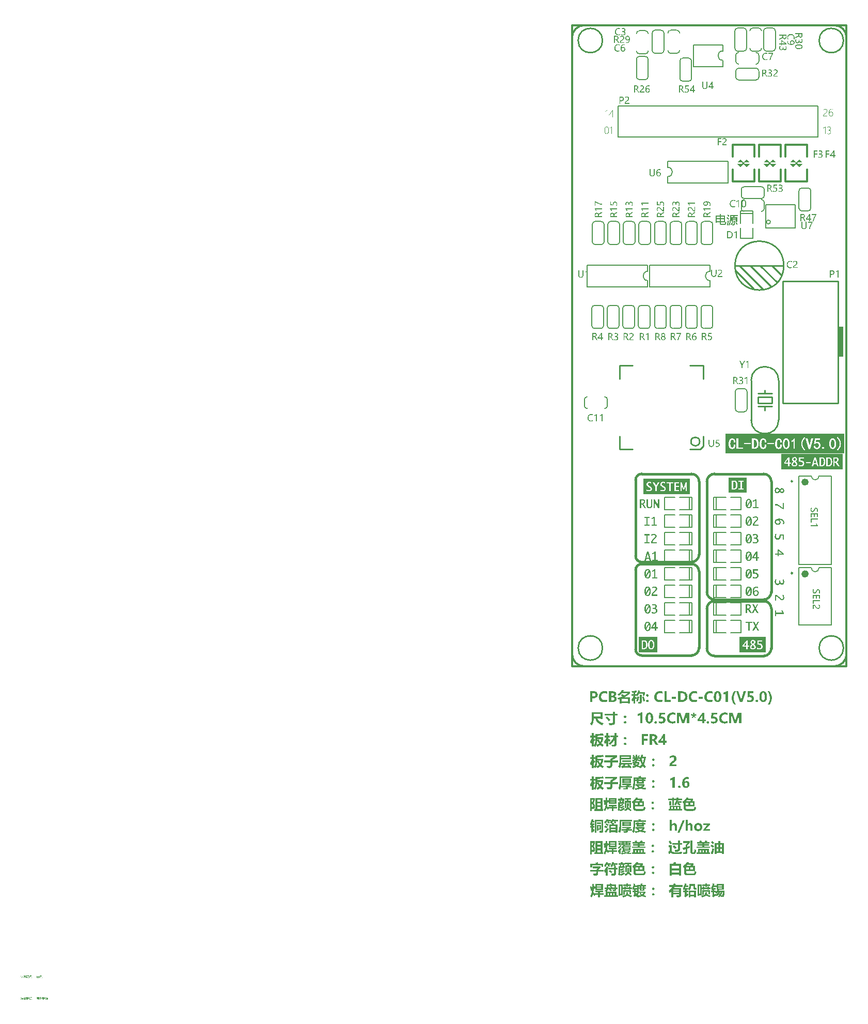
<source format=gto>
%FSLAX24Y24*%
%MOIN*%
G70*
G01*
G75*
%ADD10C,0.0300*%
%ADD11R,0.0500X0.0500*%
G04:AMPARAMS|DCode=12|XSize=40mil|YSize=50mil|CornerRadius=6mil|HoleSize=0mil|Usage=FLASHONLY|Rotation=270.000|XOffset=0mil|YOffset=0mil|HoleType=Round|Shape=RoundedRectangle|*
%AMROUNDEDRECTD12*
21,1,0.0400,0.0380,0,0,270.0*
21,1,0.0280,0.0500,0,0,270.0*
1,1,0.0120,-0.0190,-0.0140*
1,1,0.0120,-0.0190,0.0140*
1,1,0.0120,0.0190,0.0140*
1,1,0.0120,0.0190,-0.0140*
%
%ADD12ROUNDEDRECTD12*%
%ADD13R,0.0500X0.0500*%
%ADD14O,0.1000X0.0160*%
%ADD15O,0.0160X0.1000*%
G04:AMPARAMS|DCode=16|XSize=40mil|YSize=50mil|CornerRadius=6mil|HoleSize=0mil|Usage=FLASHONLY|Rotation=0.000|XOffset=0mil|YOffset=0mil|HoleType=Round|Shape=RoundedRectangle|*
%AMROUNDEDRECTD16*
21,1,0.0400,0.0380,0,0,0.0*
21,1,0.0280,0.0500,0,0,0.0*
1,1,0.0120,0.0140,-0.0190*
1,1,0.0120,-0.0140,-0.0190*
1,1,0.0120,-0.0140,0.0190*
1,1,0.0120,0.0140,0.0190*
%
%ADD16ROUNDEDRECTD16*%
%ADD17R,0.1000X0.0600*%
%ADD18O,0.0300X0.0800*%
%ADD19R,0.0300X0.0800*%
%ADD20O,0.0240X0.0800*%
%ADD21C,0.0200*%
%ADD22C,0.0100*%
%ADD23C,0.0150*%
%ADD24C,0.0250*%
%ADD25C,0.0118*%
%ADD26C,0.0591*%
%ADD27R,0.0591X0.0591*%
%ADD28C,0.0500*%
%ADD29C,0.0787*%
%ADD30C,0.0709*%
%ADD31O,0.0500X0.0591*%
%ADD32C,0.0400*%
%ADD33C,0.0550*%
%ADD34C,0.0240*%
%ADD35R,0.0600X0.1000*%
%ADD36R,0.1339X0.0700*%
%ADD37R,0.0800X0.0300*%
%ADD38O,0.0800X0.0300*%
%ADD39R,0.0374X0.0354*%
%ADD40R,0.0374X0.0354*%
%ADD41R,0.1000X0.1000*%
%ADD42R,0.0500X0.0600*%
%ADD43C,0.0080*%
%ADD44C,0.0060*%
%ADD45C,0.0236*%
%ADD46C,0.0098*%
%ADD47C,0.0079*%
%ADD48C,0.0120*%
%ADD49R,0.0366X0.1929*%
G36*
X9161Y14340D02*
Y14339D01*
Y14338D01*
Y14336D01*
Y14332D01*
X9161Y14328D01*
X9160Y14322D01*
X9158Y14310D01*
X9156Y14295D01*
X9152Y14279D01*
X9147Y14261D01*
X9139Y14243D01*
X9130Y14226D01*
X9118Y14208D01*
X9104Y14191D01*
X9096Y14184D01*
X9087Y14177D01*
X9078Y14170D01*
X9067Y14164D01*
X9056Y14159D01*
X9044Y14154D01*
X9030Y14152D01*
X9016Y14149D01*
X9002Y14147D01*
X8985Y14146D01*
X8981D01*
X8978Y14147D01*
X8974D01*
X8970Y14148D01*
X8959Y14149D01*
X8946Y14152D01*
X8932Y14156D01*
X8916Y14162D01*
X8901Y14170D01*
X8885Y14180D01*
X8870Y14192D01*
X8862Y14199D01*
X8856Y14207D01*
X8849Y14216D01*
X8843Y14225D01*
X8837Y14235D01*
X8832Y14246D01*
X8828Y14258D01*
X8824Y14271D01*
X8821Y14285D01*
X8819Y14300D01*
X8817Y14316D01*
X8817Y14333D01*
Y14611D01*
X8876D01*
Y14336D01*
Y14335D01*
Y14334D01*
Y14330D01*
X8877Y14323D01*
X8877Y14314D01*
X8879Y14304D01*
X8882Y14292D01*
X8885Y14280D01*
X8890Y14267D01*
X8896Y14254D01*
X8904Y14242D01*
X8913Y14230D01*
X8924Y14220D01*
X8937Y14211D01*
X8953Y14204D01*
X8970Y14200D01*
X8980Y14199D01*
X8990Y14198D01*
X8996D01*
X9001Y14199D01*
X9008Y14200D01*
X9016Y14203D01*
X9026Y14206D01*
X9036Y14209D01*
X9047Y14215D01*
X9057Y14222D01*
X9067Y14231D01*
X9076Y14242D01*
X9084Y14254D01*
X9092Y14270D01*
X9098Y14288D01*
X9101Y14308D01*
X9102Y14320D01*
Y14331D01*
Y14611D01*
X9161D01*
Y14340D01*
D02*
G37*
G36*
X9073Y37390D02*
X9142D01*
Y37342D01*
X9073D01*
Y37235D01*
X9017D01*
Y37342D01*
X8803D01*
Y37387D01*
X8804Y37388D01*
X8806Y37390D01*
X8809Y37394D01*
X8813Y37399D01*
X8818Y37405D01*
X8825Y37413D01*
X8831Y37421D01*
X8839Y37430D01*
X8848Y37441D01*
X8857Y37452D01*
X8866Y37464D01*
X8876Y37477D01*
X8897Y37505D01*
X8918Y37535D01*
X8919Y37536D01*
X8920Y37539D01*
X8924Y37544D01*
X8928Y37549D01*
X8933Y37557D01*
X8938Y37566D01*
X8945Y37575D01*
X8951Y37586D01*
X8959Y37598D01*
X8967Y37610D01*
X8982Y37637D01*
X8999Y37664D01*
X9013Y37692D01*
X9073D01*
Y37390D01*
D02*
G37*
G36*
X8745Y37421D02*
Y37421D01*
Y37419D01*
Y37417D01*
Y37413D01*
X8744Y37409D01*
X8743Y37404D01*
X8742Y37391D01*
X8740Y37376D01*
X8735Y37360D01*
X8730Y37342D01*
X8723Y37325D01*
X8714Y37307D01*
X8702Y37289D01*
X8688Y37273D01*
X8680Y37265D01*
X8671Y37258D01*
X8661Y37251D01*
X8650Y37245D01*
X8639Y37240D01*
X8627Y37236D01*
X8614Y37233D01*
X8600Y37230D01*
X8585Y37228D01*
X8569Y37228D01*
X8564D01*
X8561Y37228D01*
X8558D01*
X8553Y37229D01*
X8542Y37231D01*
X8529Y37233D01*
X8515Y37237D01*
X8500Y37243D01*
X8484Y37251D01*
X8469Y37261D01*
X8453Y37273D01*
X8446Y37280D01*
X8439Y37288D01*
X8433Y37297D01*
X8427Y37306D01*
X8421Y37316D01*
X8416Y37327D01*
X8411Y37339D01*
X8407Y37353D01*
X8404Y37367D01*
X8402Y37381D01*
X8401Y37397D01*
X8400Y37414D01*
Y37692D01*
X8459D01*
Y37417D01*
Y37416D01*
Y37416D01*
Y37411D01*
X8460Y37404D01*
X8461Y37396D01*
X8463Y37385D01*
X8465Y37373D01*
X8469Y37361D01*
X8473Y37348D01*
X8480Y37336D01*
X8487Y37323D01*
X8496Y37311D01*
X8507Y37301D01*
X8521Y37292D01*
X8536Y37285D01*
X8554Y37281D01*
X8564Y37280D01*
X8574Y37279D01*
X8579D01*
X8584Y37280D01*
X8592Y37282D01*
X8600Y37284D01*
X8609Y37287D01*
X8619Y37290D01*
X8630Y37296D01*
X8640Y37303D01*
X8650Y37312D01*
X8660Y37323D01*
X8668Y37336D01*
X8675Y37351D01*
X8681Y37369D01*
X8684Y37389D01*
X8686Y37401D01*
Y37413D01*
Y37692D01*
X8745D01*
Y37421D01*
D02*
G37*
G36*
X5345Y31786D02*
Y31786D01*
Y31784D01*
Y31782D01*
Y31778D01*
X5344Y31774D01*
X5343Y31769D01*
X5342Y31756D01*
X5340Y31741D01*
X5335Y31725D01*
X5330Y31707D01*
X5323Y31690D01*
X5314Y31672D01*
X5302Y31654D01*
X5288Y31638D01*
X5280Y31630D01*
X5271Y31623D01*
X5261Y31616D01*
X5250Y31610D01*
X5239Y31605D01*
X5227Y31601D01*
X5214Y31598D01*
X5200Y31595D01*
X5185Y31593D01*
X5169Y31593D01*
X5164D01*
X5161Y31593D01*
X5158D01*
X5153Y31594D01*
X5142Y31596D01*
X5130Y31599D01*
X5115Y31602D01*
X5100Y31608D01*
X5084Y31616D01*
X5069Y31626D01*
X5053Y31638D01*
X5046Y31645D01*
X5039Y31653D01*
X5033Y31662D01*
X5027Y31671D01*
X5021Y31681D01*
X5016Y31693D01*
X5011Y31704D01*
X5007Y31718D01*
X5004Y31732D01*
X5002Y31747D01*
X5001Y31762D01*
X5000Y31779D01*
Y32057D01*
X5059D01*
Y31782D01*
Y31781D01*
Y31781D01*
Y31776D01*
X5060Y31769D01*
X5061Y31761D01*
X5063Y31750D01*
X5065Y31738D01*
X5069Y31726D01*
X5073Y31713D01*
X5080Y31701D01*
X5087Y31688D01*
X5096Y31676D01*
X5107Y31666D01*
X5121Y31657D01*
X5136Y31650D01*
X5154Y31646D01*
X5164Y31645D01*
X5174Y31644D01*
X5179D01*
X5184Y31645D01*
X5192Y31647D01*
X5200Y31649D01*
X5209Y31652D01*
X5219Y31655D01*
X5230Y31661D01*
X5240Y31668D01*
X5250Y31677D01*
X5260Y31688D01*
X5268Y31701D01*
X5275Y31716D01*
X5281Y31734D01*
X5284Y31754D01*
X5286Y31766D01*
Y31778D01*
Y32057D01*
X5345D01*
Y31786D01*
D02*
G37*
G36*
X5640Y32065D02*
X5651Y32064D01*
X5663Y32062D01*
X5676Y32060D01*
X5688Y32057D01*
X5699Y32052D01*
Y31999D01*
X5699D01*
X5698Y32000D01*
X5693Y32002D01*
X5686Y32005D01*
X5676Y32008D01*
X5665Y32011D01*
X5653Y32014D01*
X5639Y32016D01*
X5625Y32017D01*
X5619D01*
X5615Y32016D01*
X5610Y32015D01*
X5604Y32014D01*
X5591Y32010D01*
X5583Y32008D01*
X5575Y32004D01*
X5568Y32000D01*
X5559Y31995D01*
X5551Y31988D01*
X5544Y31982D01*
X5537Y31974D01*
X5529Y31965D01*
X5528Y31964D01*
X5528Y31963D01*
X5526Y31960D01*
X5523Y31955D01*
X5521Y31950D01*
X5518Y31944D01*
X5514Y31937D01*
X5511Y31928D01*
X5508Y31919D01*
X5505Y31908D01*
X5501Y31897D01*
X5499Y31884D01*
X5497Y31870D01*
X5494Y31856D01*
X5494Y31841D01*
X5493Y31824D01*
X5494D01*
X5495Y31825D01*
X5496Y31827D01*
X5498Y31830D01*
X5500Y31834D01*
X5504Y31839D01*
X5508Y31844D01*
X5514Y31850D01*
X5519Y31856D01*
X5526Y31861D01*
X5534Y31867D01*
X5542Y31872D01*
X5551Y31878D01*
X5562Y31881D01*
X5573Y31884D01*
X5585Y31886D01*
X5598Y31887D01*
X5604D01*
X5608Y31886D01*
X5613Y31886D01*
X5619Y31885D01*
X5632Y31882D01*
X5647Y31878D01*
X5663Y31871D01*
X5670Y31866D01*
X5679Y31861D01*
X5686Y31855D01*
X5693Y31848D01*
X5693Y31847D01*
X5694Y31846D01*
X5696Y31844D01*
X5699Y31841D01*
X5701Y31837D01*
X5704Y31832D01*
X5707Y31827D01*
X5710Y31821D01*
X5714Y31814D01*
X5717Y31806D01*
X5723Y31788D01*
X5727Y31768D01*
X5727Y31757D01*
X5728Y31745D01*
Y31744D01*
Y31742D01*
Y31738D01*
X5727Y31734D01*
X5727Y31728D01*
X5726Y31721D01*
X5724Y31715D01*
X5723Y31707D01*
X5718Y31689D01*
X5710Y31671D01*
X5706Y31661D01*
X5701Y31653D01*
X5694Y31644D01*
X5687Y31636D01*
X5686Y31635D01*
X5685Y31634D01*
X5682Y31632D01*
X5679Y31629D01*
X5676Y31626D01*
X5670Y31622D01*
X5665Y31618D01*
X5659Y31614D01*
X5651Y31610D01*
X5643Y31606D01*
X5625Y31599D01*
X5616Y31596D01*
X5605Y31595D01*
X5594Y31593D01*
X5582Y31593D01*
X5579D01*
X5576Y31593D01*
X5571D01*
X5565Y31594D01*
X5558Y31596D01*
X5551Y31597D01*
X5542Y31599D01*
X5534Y31602D01*
X5525Y31606D01*
X5516Y31610D01*
X5507Y31616D01*
X5498Y31621D01*
X5489Y31629D01*
X5481Y31637D01*
X5473Y31647D01*
X5472Y31647D01*
X5471Y31649D01*
X5469Y31653D01*
X5467Y31657D01*
X5464Y31662D01*
X5460Y31670D01*
X5457Y31677D01*
X5454Y31687D01*
X5450Y31697D01*
X5446Y31709D01*
X5443Y31721D01*
X5440Y31735D01*
X5437Y31750D01*
X5435Y31766D01*
X5434Y31783D01*
X5434Y31801D01*
Y31803D01*
Y31806D01*
Y31813D01*
X5434Y31821D01*
X5435Y31832D01*
X5437Y31843D01*
X5438Y31857D01*
X5440Y31871D01*
X5443Y31886D01*
X5446Y31902D01*
X5451Y31917D01*
X5456Y31934D01*
X5462Y31949D01*
X5468Y31965D01*
X5477Y31980D01*
X5485Y31994D01*
X5486Y31994D01*
X5488Y31997D01*
X5491Y32000D01*
X5495Y32005D01*
X5500Y32011D01*
X5507Y32017D01*
X5514Y32023D01*
X5522Y32030D01*
X5532Y32037D01*
X5542Y32043D01*
X5554Y32049D01*
X5565Y32054D01*
X5579Y32059D01*
X5593Y32062D01*
X5608Y32065D01*
X5623Y32065D01*
X5631D01*
X5640Y32065D01*
D02*
G37*
G36*
X9504Y14561D02*
X9338D01*
X9329Y14431D01*
X9371Y14433D01*
X9377D01*
X9383Y14432D01*
X9389D01*
X9396Y14431D01*
X9404Y14430D01*
X9412Y14428D01*
X9431Y14424D01*
X9449Y14417D01*
X9459Y14413D01*
X9468Y14408D01*
X9477Y14403D01*
X9485Y14396D01*
X9486Y14396D01*
X9486Y14395D01*
X9488Y14393D01*
X9491Y14390D01*
X9494Y14386D01*
X9498Y14382D01*
X9502Y14376D01*
X9506Y14370D01*
X9509Y14363D01*
X9513Y14356D01*
X9517Y14347D01*
X9520Y14338D01*
X9525Y14318D01*
X9525Y14306D01*
X9526Y14294D01*
Y14294D01*
Y14291D01*
Y14288D01*
X9525Y14283D01*
X9525Y14277D01*
X9524Y14271D01*
X9523Y14264D01*
X9521Y14256D01*
X9515Y14239D01*
X9512Y14230D01*
X9508Y14221D01*
X9503Y14212D01*
X9497Y14203D01*
X9490Y14195D01*
X9482Y14187D01*
X9481Y14186D01*
X9480Y14186D01*
X9477Y14183D01*
X9474Y14180D01*
X9469Y14177D01*
X9464Y14174D01*
X9457Y14171D01*
X9450Y14167D01*
X9442Y14163D01*
X9433Y14159D01*
X9423Y14156D01*
X9413Y14153D01*
X9401Y14150D01*
X9389Y14148D01*
X9376Y14147D01*
X9363Y14146D01*
X9352D01*
X9347Y14147D01*
X9340D01*
X9326Y14149D01*
X9311Y14151D01*
X9295Y14154D01*
X9280Y14159D01*
X9273Y14162D01*
X9266Y14165D01*
Y14224D01*
X9267D01*
X9269Y14223D01*
X9271Y14221D01*
X9275Y14220D01*
X9279Y14217D01*
X9284Y14214D01*
X9296Y14209D01*
X9310Y14203D01*
X9326Y14198D01*
X9343Y14195D01*
X9361Y14194D01*
X9366D01*
X9369Y14194D01*
X9378Y14195D01*
X9389Y14197D01*
X9401Y14200D01*
X9414Y14205D01*
X9426Y14211D01*
X9438Y14220D01*
X9440Y14221D01*
X9443Y14225D01*
X9448Y14231D01*
X9453Y14238D01*
X9458Y14248D01*
X9463Y14260D01*
X9466Y14274D01*
X9468Y14290D01*
Y14291D01*
Y14292D01*
Y14294D01*
X9467Y14297D01*
X9466Y14305D01*
X9464Y14315D01*
X9460Y14326D01*
X9454Y14337D01*
X9447Y14348D01*
X9437Y14358D01*
X9435Y14359D01*
X9431Y14362D01*
X9424Y14365D01*
X9414Y14371D01*
X9403Y14375D01*
X9388Y14379D01*
X9371Y14382D01*
X9351Y14382D01*
X9335D01*
X9325Y14382D01*
X9313D01*
X9300Y14381D01*
X9286Y14380D01*
X9273Y14379D01*
X9290Y14611D01*
X9504D01*
Y14561D01*
D02*
G37*
G36*
X9558Y25580D02*
X9563D01*
X9569Y25579D01*
X9583Y25576D01*
X9599Y25572D01*
X9616Y25566D01*
X9632Y25558D01*
X9639Y25553D01*
X9647Y25547D01*
X9648D01*
X9648Y25546D01*
X9650Y25543D01*
X9653Y25541D01*
X9659Y25534D01*
X9666Y25523D01*
X9673Y25510D01*
X9679Y25495D01*
X9684Y25477D01*
X9685Y25467D01*
X9685Y25457D01*
Y25456D01*
Y25455D01*
Y25452D01*
Y25449D01*
X9685Y25444D01*
X9684Y25439D01*
X9682Y25427D01*
X9679Y25413D01*
X9676Y25399D01*
X9670Y25384D01*
X9662Y25369D01*
Y25369D01*
X9661Y25368D01*
X9659Y25366D01*
X9657Y25363D01*
X9651Y25355D01*
X9643Y25347D01*
X9632Y25335D01*
X9619Y25322D01*
X9611Y25315D01*
X9602Y25308D01*
X9593Y25301D01*
X9582Y25294D01*
X9582Y25293D01*
X9580Y25293D01*
X9577Y25290D01*
X9574Y25287D01*
X9568Y25284D01*
X9563Y25281D01*
X9551Y25272D01*
X9539Y25263D01*
X9526Y25253D01*
X9514Y25244D01*
X9510Y25241D01*
X9505Y25237D01*
X9505Y25236D01*
X9502Y25234D01*
X9499Y25231D01*
X9495Y25227D01*
X9491Y25221D01*
X9486Y25216D01*
X9482Y25210D01*
X9479Y25204D01*
Y25203D01*
X9477Y25201D01*
X9477Y25198D01*
X9475Y25193D01*
X9474Y25187D01*
X9473Y25182D01*
X9471Y25174D01*
Y25166D01*
X9699D01*
Y25115D01*
X9411D01*
Y25137D01*
Y25138D01*
Y25139D01*
Y25141D01*
Y25144D01*
X9411Y25151D01*
X9412Y25161D01*
X9413Y25171D01*
X9415Y25182D01*
X9417Y25193D01*
X9421Y25204D01*
X9422Y25206D01*
X9423Y25209D01*
X9426Y25215D01*
X9430Y25221D01*
X9434Y25230D01*
X9441Y25239D01*
X9448Y25248D01*
X9457Y25258D01*
X9458Y25259D01*
X9461Y25262D01*
X9468Y25268D01*
X9476Y25276D01*
X9487Y25285D01*
X9500Y25296D01*
X9516Y25308D01*
X9534Y25321D01*
X9535Y25322D01*
X9537Y25323D01*
X9539Y25325D01*
X9543Y25328D01*
X9548Y25331D01*
X9553Y25335D01*
X9564Y25344D01*
X9576Y25354D01*
X9588Y25365D01*
X9599Y25376D01*
X9604Y25382D01*
X9608Y25387D01*
X9608Y25389D01*
X9611Y25392D01*
X9614Y25398D01*
X9618Y25406D01*
X9621Y25416D01*
X9625Y25427D01*
X9627Y25439D01*
X9628Y25452D01*
Y25453D01*
Y25454D01*
Y25458D01*
X9626Y25465D01*
X9625Y25474D01*
X9622Y25483D01*
X9618Y25492D01*
X9612Y25502D01*
X9604Y25510D01*
X9603Y25511D01*
X9599Y25514D01*
X9594Y25517D01*
X9588Y25521D01*
X9579Y25525D01*
X9568Y25529D01*
X9555Y25531D01*
X9541Y25532D01*
X9536D01*
X9531Y25531D01*
X9523Y25530D01*
X9514Y25528D01*
X9505Y25526D01*
X9494Y25522D01*
X9483Y25517D01*
X9482Y25516D01*
X9478Y25515D01*
X9473Y25511D01*
X9465Y25506D01*
X9457Y25500D01*
X9448Y25494D01*
X9439Y25486D01*
X9429Y25476D01*
Y25532D01*
X9430Y25532D01*
X9433Y25535D01*
X9438Y25540D01*
X9444Y25545D01*
X9452Y25551D01*
X9460Y25557D01*
X9470Y25563D01*
X9480Y25568D01*
X9482Y25569D01*
X9485Y25570D01*
X9491Y25572D01*
X9500Y25574D01*
X9509Y25577D01*
X9521Y25578D01*
X9534Y25580D01*
X9548Y25580D01*
X9554D01*
X9558Y25580D01*
D02*
G37*
G36*
X15577Y3980D02*
X15586Y3979D01*
X15597Y3978D01*
X15608Y3976D01*
X15619Y3974D01*
X15630Y3970D01*
X15631Y3969D01*
X15634Y3968D01*
X15640Y3965D01*
X15647Y3961D01*
X15655Y3957D01*
X15664Y3950D01*
X15674Y3943D01*
X15683Y3935D01*
X15685Y3933D01*
X15688Y3930D01*
X15694Y3923D01*
X15701Y3915D01*
X15711Y3904D01*
X15722Y3891D01*
X15733Y3875D01*
X15747Y3857D01*
X15748Y3856D01*
X15748Y3855D01*
X15751Y3852D01*
X15753Y3848D01*
X15756Y3844D01*
X15760Y3838D01*
X15769Y3827D01*
X15779Y3815D01*
X15790Y3803D01*
X15802Y3792D01*
X15807Y3787D01*
X15813Y3784D01*
X15814Y3783D01*
X15818Y3781D01*
X15824Y3777D01*
X15832Y3773D01*
X15842Y3770D01*
X15853Y3767D01*
X15864Y3764D01*
X15878Y3764D01*
X15884D01*
X15890Y3765D01*
X15899Y3767D01*
X15908Y3770D01*
X15918Y3773D01*
X15927Y3779D01*
X15936Y3787D01*
X15936Y3788D01*
X15939Y3792D01*
X15942Y3797D01*
X15947Y3804D01*
X15950Y3812D01*
X15954Y3824D01*
X15956Y3836D01*
X15957Y3850D01*
Y3852D01*
Y3855D01*
X15956Y3861D01*
X15955Y3868D01*
X15953Y3877D01*
X15951Y3886D01*
X15947Y3897D01*
X15942Y3908D01*
X15941Y3909D01*
X15940Y3913D01*
X15936Y3918D01*
X15932Y3926D01*
X15926Y3934D01*
X15919Y3943D01*
X15911Y3952D01*
X15901Y3962D01*
X15957D01*
X15958Y3961D01*
X15961Y3958D01*
X15965Y3953D01*
X15970Y3947D01*
X15976Y3939D01*
X15982Y3931D01*
X15988Y3921D01*
X15993Y3911D01*
X15994Y3909D01*
X15995Y3906D01*
X15997Y3900D01*
X16000Y3892D01*
X16002Y3882D01*
X16004Y3870D01*
X16005Y3858D01*
X16006Y3844D01*
Y3843D01*
Y3841D01*
Y3838D01*
X16005Y3833D01*
Y3828D01*
X16004Y3822D01*
X16001Y3808D01*
X15998Y3792D01*
X15992Y3775D01*
X15984Y3759D01*
X15978Y3752D01*
X15973Y3744D01*
Y3744D01*
X15971Y3743D01*
X15969Y3741D01*
X15967Y3738D01*
X15959Y3733D01*
X15949Y3725D01*
X15936Y3718D01*
X15921Y3712D01*
X15902Y3707D01*
X15893Y3707D01*
X15882Y3706D01*
X15874D01*
X15870Y3707D01*
X15864Y3707D01*
X15853Y3709D01*
X15839Y3712D01*
X15825Y3716D01*
X15809Y3721D01*
X15795Y3730D01*
X15794D01*
X15793Y3730D01*
X15791Y3732D01*
X15788Y3734D01*
X15781Y3740D01*
X15772Y3748D01*
X15760Y3759D01*
X15748Y3773D01*
X15741Y3781D01*
X15733Y3790D01*
X15727Y3798D01*
X15719Y3809D01*
X15719Y3810D01*
X15718Y3811D01*
X15716Y3814D01*
X15713Y3818D01*
X15710Y3823D01*
X15706Y3828D01*
X15697Y3840D01*
X15688Y3852D01*
X15679Y3865D01*
X15670Y3877D01*
X15666Y3881D01*
X15662Y3886D01*
X15662Y3886D01*
X15659Y3889D01*
X15657Y3892D01*
X15652Y3896D01*
X15647Y3901D01*
X15641Y3905D01*
X15635Y3909D01*
X15629Y3912D01*
X15628D01*
X15626Y3914D01*
X15623Y3915D01*
X15619Y3916D01*
X15613Y3918D01*
X15607Y3918D01*
X15600Y3920D01*
X15591D01*
Y3693D01*
X15540D01*
Y3980D01*
X15569D01*
X15577Y3980D01*
D02*
G37*
G36*
X15998Y4208D02*
X15592D01*
Y4026D01*
X15540D01*
Y4268D01*
X15998D01*
Y4208D01*
D02*
G37*
G36*
Y4365D02*
X15945D01*
Y4541D01*
X15799D01*
Y4377D01*
X15746D01*
Y4541D01*
X15592D01*
Y4354D01*
X15540D01*
Y4601D01*
X15998D01*
Y4365D01*
D02*
G37*
G36*
X9322Y25301D02*
Y25301D01*
Y25299D01*
Y25297D01*
Y25293D01*
X9321Y25289D01*
X9320Y25284D01*
X9319Y25271D01*
X9317Y25256D01*
X9312Y25240D01*
X9307Y25222D01*
X9300Y25204D01*
X9291Y25187D01*
X9279Y25169D01*
X9265Y25153D01*
X9257Y25145D01*
X9248Y25138D01*
X9238Y25131D01*
X9227Y25125D01*
X9216Y25120D01*
X9204Y25116D01*
X9191Y25113D01*
X9177Y25110D01*
X9162Y25108D01*
X9146Y25108D01*
X9141D01*
X9138Y25108D01*
X9135D01*
X9130Y25109D01*
X9119Y25110D01*
X9107Y25113D01*
X9093Y25117D01*
X9077Y25123D01*
X9061Y25131D01*
X9046Y25141D01*
X9030Y25153D01*
X9023Y25160D01*
X9016Y25168D01*
X9010Y25177D01*
X9004Y25186D01*
X8998Y25196D01*
X8993Y25207D01*
X8988Y25219D01*
X8984Y25233D01*
X8982Y25247D01*
X8979Y25261D01*
X8978Y25277D01*
X8977Y25294D01*
Y25572D01*
X9036D01*
Y25297D01*
Y25296D01*
Y25295D01*
Y25291D01*
X9037Y25284D01*
X9038Y25276D01*
X9040Y25265D01*
X9042Y25253D01*
X9046Y25241D01*
X9050Y25228D01*
X9057Y25216D01*
X9064Y25203D01*
X9073Y25191D01*
X9084Y25181D01*
X9098Y25172D01*
X9113Y25165D01*
X9131Y25161D01*
X9141Y25160D01*
X9151Y25159D01*
X9156D01*
X9161Y25160D01*
X9169Y25162D01*
X9177Y25164D01*
X9186Y25167D01*
X9196Y25170D01*
X9207Y25176D01*
X9218Y25183D01*
X9227Y25192D01*
X9237Y25203D01*
X9245Y25216D01*
X9252Y25231D01*
X9258Y25249D01*
X9261Y25269D01*
X9263Y25281D01*
Y25293D01*
Y25572D01*
X9322D01*
Y25301D01*
D02*
G37*
G36*
X1020Y25061D02*
X962D01*
Y25453D01*
X961Y25452D01*
X960Y25451D01*
X956Y25448D01*
X952Y25444D01*
X945Y25439D01*
X937Y25434D01*
X927Y25428D01*
X916Y25422D01*
X915Y25421D01*
X911Y25419D01*
X904Y25417D01*
X896Y25413D01*
X887Y25409D01*
X877Y25405D01*
X867Y25402D01*
X856Y25399D01*
Y25455D01*
X857D01*
X858Y25456D01*
X860Y25457D01*
X863Y25457D01*
X870Y25459D01*
X880Y25463D01*
X891Y25468D01*
X904Y25473D01*
X918Y25479D01*
X934Y25487D01*
X935D01*
X935Y25488D01*
X938Y25489D01*
X941Y25491D01*
X948Y25495D01*
X958Y25500D01*
X968Y25507D01*
X978Y25514D01*
X989Y25522D01*
X998Y25529D01*
X1020D01*
Y25061D01*
D02*
G37*
G36*
X740Y25248D02*
Y25247D01*
Y25246D01*
Y25243D01*
Y25240D01*
X739Y25235D01*
X739Y25230D01*
X737Y25218D01*
X735Y25203D01*
X730Y25186D01*
X725Y25169D01*
X718Y25151D01*
X709Y25133D01*
X697Y25115D01*
X683Y25099D01*
X675Y25092D01*
X666Y25084D01*
X656Y25078D01*
X645Y25072D01*
X634Y25067D01*
X622Y25062D01*
X609Y25059D01*
X595Y25056D01*
X580Y25055D01*
X564Y25054D01*
X560D01*
X557Y25055D01*
X553D01*
X548Y25055D01*
X537Y25057D01*
X525Y25060D01*
X511Y25064D01*
X495Y25070D01*
X480Y25078D01*
X464Y25087D01*
X449Y25100D01*
X441Y25107D01*
X434Y25115D01*
X428Y25124D01*
X422Y25132D01*
X416Y25143D01*
X411Y25154D01*
X406Y25166D01*
X403Y25179D01*
X400Y25193D01*
X397Y25208D01*
X396Y25223D01*
X395Y25240D01*
Y25519D01*
X454D01*
Y25243D01*
Y25243D01*
Y25242D01*
Y25237D01*
X455Y25231D01*
X456Y25222D01*
X458Y25212D01*
X460Y25200D01*
X464Y25187D01*
X468Y25175D01*
X475Y25162D01*
X483Y25149D01*
X491Y25138D01*
X503Y25127D01*
X516Y25118D01*
X531Y25112D01*
X549Y25107D01*
X559Y25107D01*
X569Y25106D01*
X574D01*
X580Y25107D01*
X587Y25108D01*
X595Y25110D01*
X605Y25113D01*
X614Y25117D01*
X625Y25123D01*
X636Y25129D01*
X645Y25138D01*
X655Y25149D01*
X663Y25162D01*
X671Y25178D01*
X676Y25195D01*
X679Y25215D01*
X681Y25227D01*
Y25239D01*
Y25519D01*
X740D01*
Y25248D01*
D02*
G37*
G36*
X16590Y34803D02*
X16595D01*
X16600Y34802D01*
X16613Y34800D01*
X16627Y34796D01*
X16642Y34790D01*
X16656Y34783D01*
X16669Y34773D01*
X16670D01*
X16671Y34771D01*
X16674Y34767D01*
X16679Y34760D01*
X16686Y34751D01*
X16692Y34739D01*
X16697Y34726D01*
X16701Y34710D01*
X16702Y34701D01*
Y34692D01*
Y34691D01*
Y34688D01*
X16702Y34683D01*
X16701Y34676D01*
X16699Y34669D01*
X16697Y34660D01*
X16695Y34651D01*
X16691Y34641D01*
X16686Y34631D01*
X16680Y34620D01*
X16673Y34610D01*
X16664Y34600D01*
X16654Y34591D01*
X16641Y34582D01*
X16627Y34576D01*
X16611Y34570D01*
Y34568D01*
X16613D01*
X16615Y34568D01*
X16619Y34567D01*
X16623Y34566D01*
X16628Y34565D01*
X16639Y34562D01*
X16651Y34557D01*
X16665Y34551D01*
X16677Y34542D01*
X16689Y34532D01*
X16691Y34531D01*
X16694Y34526D01*
X16699Y34520D01*
X16705Y34510D01*
X16710Y34499D01*
X16715Y34485D01*
X16718Y34469D01*
X16719Y34451D01*
Y34451D01*
Y34449D01*
Y34446D01*
X16719Y34441D01*
X16718Y34436D01*
X16717Y34430D01*
X16714Y34416D01*
X16709Y34400D01*
X16705Y34392D01*
X16702Y34383D01*
X16696Y34375D01*
X16691Y34367D01*
X16684Y34360D01*
X16676Y34352D01*
X16676Y34352D01*
X16674Y34351D01*
X16672Y34349D01*
X16669Y34346D01*
X16665Y34343D01*
X16659Y34340D01*
X16654Y34337D01*
X16647Y34334D01*
X16639Y34330D01*
X16631Y34326D01*
X16622Y34323D01*
X16611Y34320D01*
X16590Y34316D01*
X16578Y34315D01*
X16565Y34315D01*
X16560D01*
X16557Y34315D01*
X16551D01*
X16546Y34316D01*
X16533Y34318D01*
X16517Y34320D01*
X16500Y34325D01*
X16483Y34331D01*
X16464Y34339D01*
Y34374D01*
X16465D01*
X16466Y34372D01*
X16469Y34371D01*
X16473Y34369D01*
X16478Y34366D01*
X16484Y34364D01*
X16497Y34358D01*
X16513Y34352D01*
X16530Y34348D01*
X16548Y34344D01*
X16565Y34343D01*
X16571D01*
X16575Y34343D01*
X16580D01*
X16585Y34344D01*
X16598Y34346D01*
X16612Y34350D01*
X16628Y34355D01*
X16642Y34362D01*
X16655Y34372D01*
X16656D01*
X16657Y34373D01*
X16660Y34377D01*
X16665Y34383D01*
X16671Y34392D01*
X16677Y34403D01*
X16682Y34416D01*
X16686Y34431D01*
X16688Y34439D01*
Y34447D01*
Y34448D01*
Y34449D01*
Y34452D01*
X16687Y34456D01*
X16686Y34460D01*
X16685Y34465D01*
X16683Y34477D01*
X16679Y34489D01*
X16672Y34503D01*
X16668Y34509D01*
X16662Y34515D01*
X16657Y34521D01*
X16650Y34526D01*
X16649D01*
X16648Y34528D01*
X16646Y34528D01*
X16643Y34531D01*
X16639Y34533D01*
X16634Y34535D01*
X16629Y34537D01*
X16623Y34540D01*
X16616Y34542D01*
X16608Y34545D01*
X16600Y34547D01*
X16590Y34549D01*
X16580Y34551D01*
X16569Y34552D01*
X16557Y34554D01*
X16509D01*
Y34582D01*
X16546D01*
X16551Y34582D01*
X16556D01*
X16563Y34583D01*
X16577Y34585D01*
X16592Y34588D01*
X16608Y34593D01*
X16623Y34599D01*
X16637Y34608D01*
X16638D01*
X16639Y34610D01*
X16642Y34614D01*
X16648Y34619D01*
X16654Y34628D01*
X16660Y34639D01*
X16665Y34652D01*
X16669Y34667D01*
X16671Y34676D01*
Y34685D01*
Y34685D01*
Y34687D01*
Y34689D01*
Y34691D01*
X16669Y34699D01*
X16668Y34709D01*
X16665Y34719D01*
X16660Y34730D01*
X16654Y34742D01*
X16646Y34751D01*
X16645Y34752D01*
X16642Y34755D01*
X16637Y34759D01*
X16628Y34764D01*
X16619Y34768D01*
X16606Y34772D01*
X16592Y34775D01*
X16576Y34776D01*
X16571D01*
X16568Y34775D01*
X16564D01*
X16560Y34774D01*
X16548Y34772D01*
X16534Y34768D01*
X16518Y34762D01*
X16501Y34755D01*
X16483Y34745D01*
Y34776D01*
X16484D01*
X16486Y34778D01*
X16489Y34779D01*
X16492Y34781D01*
X16497Y34783D01*
X16503Y34785D01*
X16516Y34790D01*
X16531Y34795D01*
X16547Y34799D01*
X16564Y34802D01*
X16581Y34804D01*
X16586D01*
X16590Y34803D01*
D02*
G37*
G36*
X2287Y35395D02*
X2257D01*
Y35830D01*
X2256Y35829D01*
X2253Y35826D01*
X2248Y35822D01*
X2242Y35817D01*
X2234Y35811D01*
X2225Y35805D01*
X2216Y35798D01*
X2204Y35792D01*
X2203Y35792D01*
X2199Y35790D01*
X2193Y35787D01*
X2186Y35783D01*
X2176Y35779D01*
X2166Y35774D01*
X2154Y35769D01*
X2142Y35765D01*
Y35792D01*
X2142D01*
X2145Y35794D01*
X2149Y35795D01*
X2154Y35797D01*
X2160Y35799D01*
X2166Y35802D01*
X2179Y35808D01*
X2180Y35809D01*
X2182Y35809D01*
X2186Y35811D01*
X2190Y35814D01*
X2196Y35817D01*
X2202Y35820D01*
X2213Y35827D01*
X2214Y35828D01*
X2216Y35829D01*
X2219Y35831D01*
X2224Y35834D01*
X2233Y35841D01*
X2245Y35850D01*
X2246Y35851D01*
X2248Y35852D01*
X2251Y35855D01*
X2255Y35859D01*
X2265Y35868D01*
X2276Y35878D01*
X2287D01*
Y35395D01*
D02*
G37*
G36*
X2627Y35546D02*
X2701D01*
Y35518D01*
X2627D01*
Y35395D01*
X2597D01*
Y35518D01*
X2371D01*
Y35547D01*
X2372Y35548D01*
X2372Y35549D01*
X2374Y35551D01*
X2376Y35554D01*
X2383Y35561D01*
X2391Y35571D01*
X2400Y35582D01*
X2411Y35595D01*
X2423Y35609D01*
X2435Y35625D01*
X2435Y35626D01*
X2436Y35627D01*
X2438Y35629D01*
X2441Y35632D01*
X2446Y35641D01*
X2455Y35651D01*
X2465Y35663D01*
X2475Y35678D01*
X2486Y35693D01*
X2498Y35709D01*
Y35709D01*
X2499Y35711D01*
X2501Y35713D01*
X2503Y35716D01*
X2508Y35724D01*
X2515Y35735D01*
X2524Y35747D01*
X2533Y35761D01*
X2543Y35776D01*
X2552Y35792D01*
Y35792D01*
X2554Y35793D01*
X2555Y35795D01*
X2557Y35798D01*
X2561Y35806D01*
X2567Y35817D01*
X2574Y35828D01*
X2580Y35841D01*
X2588Y35854D01*
X2594Y35868D01*
X2627D01*
Y35546D01*
D02*
G37*
G36*
X16371Y35948D02*
X16377D01*
X16385Y35947D01*
X16393Y35946D01*
X16402Y35943D01*
X16411Y35940D01*
X16412Y35940D01*
X16415Y35939D01*
X16419Y35937D01*
X16425Y35934D01*
X16431Y35930D01*
X16437Y35926D01*
X16450Y35915D01*
X16451Y35914D01*
X16453Y35912D01*
X16456Y35909D01*
X16460Y35905D01*
X16465Y35899D01*
X16469Y35892D01*
X16473Y35885D01*
X16476Y35877D01*
X16477Y35876D01*
X16478Y35873D01*
X16479Y35869D01*
X16481Y35862D01*
X16482Y35855D01*
X16484Y35846D01*
X16485Y35837D01*
Y35827D01*
Y35826D01*
Y35822D01*
X16484Y35815D01*
X16484Y35808D01*
X16483Y35799D01*
X16482Y35789D01*
X16479Y35779D01*
X16476Y35769D01*
X16475Y35769D01*
X16474Y35765D01*
X16472Y35761D01*
X16469Y35755D01*
X16465Y35747D01*
X16461Y35740D01*
X16450Y35724D01*
X16449Y35723D01*
X16447Y35720D01*
X16444Y35716D01*
X16439Y35711D01*
X16433Y35705D01*
X16427Y35698D01*
X16420Y35692D01*
X16412Y35685D01*
X16411Y35684D01*
X16408Y35682D01*
X16404Y35679D01*
X16399Y35675D01*
X16391Y35670D01*
X16384Y35664D01*
X16367Y35651D01*
X16365Y35650D01*
X16362Y35647D01*
X16356Y35643D01*
X16348Y35638D01*
X16339Y35631D01*
X16330Y35624D01*
X16321Y35617D01*
X16312Y35610D01*
X16311Y35610D01*
X16308Y35607D01*
X16305Y35604D01*
X16299Y35600D01*
X16294Y35595D01*
X16288Y35589D01*
X16282Y35583D01*
X16276Y35576D01*
X16275Y35576D01*
X16274Y35573D01*
X16271Y35570D01*
X16268Y35566D01*
X16265Y35560D01*
X16262Y35555D01*
X16257Y35541D01*
Y35541D01*
X16256Y35539D01*
X16255Y35535D01*
X16254Y35530D01*
X16253Y35524D01*
X16251Y35517D01*
X16251Y35510D01*
Y35501D01*
Y35496D01*
X16486D01*
Y35468D01*
X16218D01*
Y35490D01*
Y35490D01*
Y35493D01*
Y35498D01*
X16219Y35503D01*
Y35509D01*
X16220Y35516D01*
X16221Y35530D01*
Y35530D01*
X16222Y35533D01*
X16223Y35536D01*
X16224Y35541D01*
X16227Y35551D01*
X16232Y35562D01*
Y35563D01*
X16234Y35564D01*
X16235Y35567D01*
X16237Y35571D01*
X16243Y35580D01*
X16251Y35590D01*
X16251Y35590D01*
X16253Y35592D01*
X16255Y35595D01*
X16258Y35598D01*
X16266Y35606D01*
X16277Y35615D01*
X16277Y35616D01*
X16279Y35618D01*
X16282Y35621D01*
X16286Y35624D01*
X16291Y35628D01*
X16297Y35633D01*
X16310Y35642D01*
X16311Y35643D01*
X16313Y35644D01*
X16317Y35647D01*
X16322Y35651D01*
X16328Y35655D01*
X16335Y35661D01*
X16351Y35672D01*
X16351Y35673D01*
X16354Y35675D01*
X16359Y35678D01*
X16364Y35682D01*
X16370Y35687D01*
X16376Y35692D01*
X16391Y35703D01*
X16391Y35704D01*
X16393Y35706D01*
X16397Y35709D01*
X16402Y35712D01*
X16407Y35718D01*
X16412Y35723D01*
X16423Y35735D01*
X16424Y35736D01*
X16425Y35738D01*
X16428Y35742D01*
X16431Y35747D01*
X16435Y35752D01*
X16439Y35759D01*
X16445Y35774D01*
X16446Y35775D01*
X16447Y35778D01*
X16448Y35782D01*
X16450Y35788D01*
X16451Y35795D01*
X16452Y35803D01*
X16453Y35812D01*
Y35822D01*
Y35823D01*
Y35824D01*
Y35826D01*
X16453Y35829D01*
X16452Y35838D01*
X16450Y35849D01*
X16447Y35860D01*
X16442Y35872D01*
X16436Y35884D01*
X16427Y35894D01*
X16425Y35896D01*
X16422Y35899D01*
X16416Y35903D01*
X16408Y35908D01*
X16398Y35913D01*
X16385Y35917D01*
X16371Y35920D01*
X16354Y35921D01*
X16349D01*
X16343Y35920D01*
X16335Y35920D01*
X16326Y35917D01*
X16316Y35915D01*
X16305Y35911D01*
X16294Y35907D01*
X16292Y35906D01*
X16288Y35905D01*
X16282Y35901D01*
X16275Y35897D01*
X16267Y35892D01*
X16257Y35885D01*
X16247Y35877D01*
X16237Y35869D01*
Y35904D01*
X16238Y35905D01*
X16241Y35908D01*
X16247Y35911D01*
X16254Y35916D01*
X16262Y35921D01*
X16272Y35926D01*
X16283Y35932D01*
X16294Y35937D01*
X16295D01*
X16296Y35937D01*
X16299Y35939D01*
X16306Y35940D01*
X16314Y35943D01*
X16325Y35946D01*
X16336Y35947D01*
X16348Y35948D01*
X16360Y35949D01*
X16365D01*
X16371Y35948D01*
D02*
G37*
G36*
X16772D02*
X16781Y35948D01*
X16792Y35946D01*
X16803Y35944D01*
X16815Y35941D01*
X16827Y35937D01*
Y35906D01*
X16826Y35906D01*
X16821Y35908D01*
X16815Y35911D01*
X16806Y35914D01*
X16795Y35916D01*
X16783Y35919D01*
X16771Y35920D01*
X16758Y35921D01*
X16752D01*
X16745Y35920D01*
X16736Y35919D01*
X16726Y35917D01*
X16716Y35914D01*
X16705Y35909D01*
X16694Y35903D01*
X16692Y35903D01*
X16689Y35900D01*
X16684Y35896D01*
X16678Y35891D01*
X16669Y35884D01*
X16662Y35875D01*
X16654Y35866D01*
X16646Y35855D01*
X16645Y35853D01*
X16643Y35849D01*
X16639Y35843D01*
X16635Y35834D01*
X16630Y35823D01*
X16625Y35810D01*
X16621Y35795D01*
X16616Y35780D01*
Y35779D01*
X16615Y35778D01*
Y35775D01*
X16615Y35772D01*
X16614Y35768D01*
X16613Y35763D01*
X16611Y35752D01*
X16609Y35738D01*
X16607Y35722D01*
X16607Y35704D01*
X16606Y35685D01*
X16607D01*
X16608Y35686D01*
X16609Y35689D01*
X16611Y35692D01*
X16614Y35698D01*
X16618Y35704D01*
X16623Y35710D01*
X16628Y35718D01*
X16635Y35725D01*
X16642Y35732D01*
X16651Y35739D01*
X16661Y35746D01*
X16672Y35752D01*
X16683Y35757D01*
X16696Y35761D01*
X16710Y35763D01*
X16725Y35764D01*
X16730D01*
X16735Y35763D01*
X16743Y35763D01*
X16751Y35761D01*
X16759Y35759D01*
X16769Y35756D01*
X16778Y35752D01*
X16778Y35752D01*
X16782Y35750D01*
X16786Y35748D01*
X16792Y35744D01*
X16798Y35740D01*
X16805Y35735D01*
X16812Y35729D01*
X16818Y35721D01*
X16819Y35721D01*
X16821Y35718D01*
X16824Y35714D01*
X16828Y35709D01*
X16832Y35701D01*
X16837Y35694D01*
X16841Y35685D01*
X16845Y35675D01*
X16846Y35674D01*
X16846Y35671D01*
X16848Y35665D01*
X16850Y35658D01*
X16852Y35650D01*
X16853Y35640D01*
X16854Y35629D01*
X16854Y35618D01*
Y35616D01*
Y35612D01*
X16854Y35605D01*
X16853Y35597D01*
X16852Y35587D01*
X16850Y35577D01*
X16847Y35566D01*
X16843Y35555D01*
X16843Y35553D01*
X16841Y35550D01*
X16839Y35544D01*
X16836Y35538D01*
X16832Y35530D01*
X16827Y35522D01*
X16821Y35513D01*
X16815Y35504D01*
X16814Y35504D01*
X16812Y35501D01*
X16807Y35497D01*
X16802Y35493D01*
X16795Y35487D01*
X16788Y35482D01*
X16780Y35477D01*
X16770Y35472D01*
X16769Y35471D01*
X16766Y35470D01*
X16760Y35468D01*
X16753Y35466D01*
X16745Y35464D01*
X16735Y35462D01*
X16724Y35461D01*
X16712Y35460D01*
X16707D01*
X16701Y35461D01*
X16693Y35462D01*
X16684Y35463D01*
X16675Y35466D01*
X16664Y35469D01*
X16655Y35473D01*
X16653Y35474D01*
X16650Y35476D01*
X16646Y35479D01*
X16640Y35484D01*
X16632Y35490D01*
X16625Y35497D01*
X16618Y35505D01*
X16611Y35515D01*
X16610Y35516D01*
X16608Y35520D01*
X16605Y35526D01*
X16601Y35533D01*
X16596Y35544D01*
X16592Y35555D01*
X16587Y35568D01*
X16584Y35582D01*
Y35583D01*
Y35584D01*
X16583Y35587D01*
X16582Y35590D01*
X16581Y35593D01*
X16581Y35598D01*
X16579Y35609D01*
X16578Y35623D01*
X16576Y35638D01*
X16575Y35656D01*
X16575Y35675D01*
Y35676D01*
Y35678D01*
Y35681D01*
Y35686D01*
X16575Y35692D01*
Y35698D01*
Y35705D01*
X16576Y35713D01*
X16578Y35730D01*
X16580Y35749D01*
X16583Y35769D01*
X16587Y35788D01*
Y35789D01*
X16587Y35790D01*
X16588Y35793D01*
X16589Y35796D01*
X16590Y35800D01*
X16592Y35806D01*
X16595Y35818D01*
X16601Y35831D01*
X16607Y35846D01*
X16614Y35860D01*
X16622Y35874D01*
Y35874D01*
X16623Y35875D01*
X16627Y35880D01*
X16632Y35886D01*
X16638Y35894D01*
X16647Y35903D01*
X16656Y35912D01*
X16667Y35921D01*
X16680Y35929D01*
X16681D01*
X16681Y35930D01*
X16686Y35932D01*
X16693Y35936D01*
X16702Y35940D01*
X16714Y35943D01*
X16727Y35946D01*
X16742Y35948D01*
X16758Y35949D01*
X16764D01*
X16772Y35948D01*
D02*
G37*
G36*
X16359Y34323D02*
X16329D01*
Y34758D01*
X16328Y34757D01*
X16325Y34754D01*
X16320Y34750D01*
X16314Y34745D01*
X16306Y34739D01*
X16297Y34733D01*
X16287Y34726D01*
X16276Y34720D01*
X16275Y34719D01*
X16271Y34718D01*
X16265Y34715D01*
X16258Y34711D01*
X16248Y34707D01*
X16238Y34702D01*
X16226Y34697D01*
X16213Y34693D01*
Y34720D01*
X16214D01*
X16217Y34722D01*
X16221Y34723D01*
X16226Y34725D01*
X16232Y34727D01*
X16238Y34730D01*
X16251Y34736D01*
X16252Y34736D01*
X16254Y34737D01*
X16258Y34739D01*
X16262Y34742D01*
X16267Y34745D01*
X16273Y34747D01*
X16285Y34755D01*
X16286Y34756D01*
X16288Y34756D01*
X16291Y34759D01*
X16295Y34762D01*
X16305Y34769D01*
X16317Y34778D01*
X16318Y34779D01*
X16320Y34780D01*
X16323Y34783D01*
X16326Y34787D01*
X16337Y34796D01*
X16348Y34806D01*
X16359D01*
Y34323D01*
D02*
G37*
G36*
X2243Y34807D02*
X2250Y34806D01*
X2259Y34804D01*
X2269Y34800D01*
X2281Y34795D01*
X2293Y34788D01*
X2306Y34777D01*
X2312Y34772D01*
X2319Y34765D01*
X2325Y34757D01*
X2331Y34749D01*
X2337Y34739D01*
X2343Y34729D01*
X2348Y34718D01*
X2353Y34706D01*
X2357Y34692D01*
X2362Y34678D01*
X2365Y34662D01*
X2368Y34645D01*
X2371Y34627D01*
X2373Y34608D01*
X2374Y34587D01*
Y34565D01*
Y34564D01*
Y34560D01*
Y34553D01*
X2374Y34545D01*
X2373Y34535D01*
X2372Y34524D01*
X2371Y34511D01*
X2369Y34497D01*
X2365Y34467D01*
X2358Y34437D01*
X2354Y34422D01*
X2348Y34407D01*
X2342Y34394D01*
X2335Y34382D01*
X2334Y34381D01*
X2334Y34379D01*
X2331Y34376D01*
X2328Y34372D01*
X2324Y34367D01*
X2320Y34362D01*
X2314Y34356D01*
X2307Y34350D01*
X2300Y34345D01*
X2292Y34339D01*
X2283Y34333D01*
X2274Y34328D01*
X2263Y34325D01*
X2251Y34322D01*
X2240Y34319D01*
X2227Y34319D01*
X2224D01*
X2221Y34319D01*
X2217D01*
X2211Y34321D01*
X2205Y34322D01*
X2190Y34326D01*
X2182Y34329D01*
X2174Y34333D01*
X2165Y34338D01*
X2157Y34344D01*
X2148Y34350D01*
X2140Y34359D01*
X2132Y34368D01*
X2125Y34379D01*
X2124Y34379D01*
X2123Y34382D01*
X2122Y34385D01*
X2119Y34390D01*
X2117Y34396D01*
X2114Y34404D01*
X2110Y34413D01*
X2107Y34423D01*
X2103Y34434D01*
X2101Y34447D01*
X2097Y34461D01*
X2095Y34477D01*
X2092Y34494D01*
X2090Y34513D01*
X2089Y34532D01*
X2089Y34553D01*
Y34553D01*
Y34554D01*
Y34558D01*
Y34564D01*
X2089Y34573D01*
X2090Y34584D01*
X2091Y34596D01*
X2092Y34609D01*
X2094Y34624D01*
X2095Y34639D01*
X2098Y34655D01*
X2105Y34686D01*
X2109Y34702D01*
X2115Y34717D01*
X2121Y34731D01*
X2127Y34743D01*
X2128Y34744D01*
X2129Y34746D01*
X2131Y34749D01*
X2135Y34754D01*
X2138Y34758D01*
X2143Y34764D01*
X2149Y34769D01*
X2155Y34776D01*
X2163Y34782D01*
X2171Y34788D01*
X2180Y34793D01*
X2190Y34797D01*
X2200Y34802D01*
X2212Y34805D01*
X2224Y34807D01*
X2237Y34808D01*
X2239D01*
X2243Y34807D01*
D02*
G37*
G36*
X11006Y19413D02*
Y19245D01*
X10947D01*
Y19411D01*
X10799Y19702D01*
X10867D01*
X10967Y19499D01*
Y19499D01*
X10967Y19498D01*
X10968Y19496D01*
X10969Y19493D01*
X10971Y19488D01*
X10973Y19480D01*
X10977Y19471D01*
X10978D01*
Y19471D01*
X10979Y19473D01*
X10980Y19475D01*
X10981Y19479D01*
X10983Y19483D01*
X10984Y19488D01*
X10990Y19499D01*
X11094Y19702D01*
X11157D01*
X11006Y19413D01*
D02*
G37*
G36*
X15522Y28622D02*
X15522Y28620D01*
X15519Y28616D01*
X15516Y28609D01*
X15510Y28600D01*
X15504Y28589D01*
X15497Y28577D01*
X15489Y28562D01*
X15481Y28546D01*
X15472Y28528D01*
X15462Y28509D01*
X15453Y28490D01*
X15444Y28470D01*
X15425Y28429D01*
X15408Y28389D01*
X15408Y28387D01*
X15407Y28384D01*
X15405Y28378D01*
X15402Y28371D01*
X15399Y28361D01*
X15395Y28350D01*
X15391Y28338D01*
X15387Y28325D01*
X15382Y28310D01*
X15378Y28295D01*
X15370Y28264D01*
X15363Y28232D01*
X15358Y28200D01*
X15297D01*
Y28201D01*
X15298Y28204D01*
X15299Y28208D01*
X15300Y28214D01*
X15301Y28222D01*
X15303Y28231D01*
X15305Y28241D01*
X15308Y28253D01*
X15311Y28266D01*
X15315Y28280D01*
X15319Y28295D01*
X15324Y28312D01*
X15329Y28329D01*
X15335Y28346D01*
X15349Y28384D01*
X15350Y28385D01*
X15351Y28388D01*
X15354Y28394D01*
X15356Y28401D01*
X15361Y28411D01*
X15365Y28423D01*
X15371Y28435D01*
X15378Y28450D01*
X15385Y28466D01*
X15393Y28483D01*
X15402Y28502D01*
X15413Y28521D01*
X15423Y28541D01*
X15434Y28563D01*
X15459Y28606D01*
X15231D01*
Y28657D01*
X15522D01*
Y28622D01*
D02*
G37*
G36*
X15145Y28386D02*
Y28386D01*
Y28384D01*
Y28382D01*
Y28378D01*
X15144Y28374D01*
X15143Y28369D01*
X15142Y28356D01*
X15140Y28341D01*
X15135Y28325D01*
X15130Y28307D01*
X15123Y28290D01*
X15114Y28272D01*
X15102Y28254D01*
X15088Y28238D01*
X15080Y28230D01*
X15071Y28223D01*
X15061Y28216D01*
X15050Y28210D01*
X15039Y28205D01*
X15027Y28201D01*
X15014Y28198D01*
X15000Y28195D01*
X14985Y28193D01*
X14969Y28193D01*
X14964D01*
X14961Y28193D01*
X14958D01*
X14953Y28194D01*
X14942Y28196D01*
X14929Y28199D01*
X14915Y28202D01*
X14900Y28208D01*
X14884Y28216D01*
X14869Y28226D01*
X14853Y28238D01*
X14846Y28245D01*
X14839Y28253D01*
X14833Y28262D01*
X14827Y28271D01*
X14821Y28281D01*
X14816Y28293D01*
X14811Y28304D01*
X14807Y28318D01*
X14804Y28332D01*
X14802Y28347D01*
X14801Y28362D01*
X14800Y28379D01*
Y28657D01*
X14859D01*
Y28382D01*
Y28381D01*
Y28381D01*
Y28376D01*
X14860Y28369D01*
X14861Y28361D01*
X14863Y28350D01*
X14865Y28338D01*
X14869Y28326D01*
X14873Y28313D01*
X14880Y28301D01*
X14887Y28288D01*
X14896Y28276D01*
X14907Y28266D01*
X14921Y28257D01*
X14936Y28250D01*
X14954Y28246D01*
X14964Y28245D01*
X14974Y28244D01*
X14979D01*
X14984Y28245D01*
X14992Y28247D01*
X15000Y28249D01*
X15009Y28252D01*
X15019Y28256D01*
X15030Y28261D01*
X15041Y28268D01*
X15050Y28277D01*
X15060Y28288D01*
X15068Y28301D01*
X15075Y28316D01*
X15081Y28334D01*
X15084Y28354D01*
X15086Y28366D01*
Y28378D01*
Y28657D01*
X15145D01*
Y28386D01*
D02*
G37*
G36*
X2579Y34327D02*
X2548D01*
Y34762D01*
X2547Y34761D01*
X2545Y34758D01*
X2539Y34754D01*
X2533Y34749D01*
X2525Y34743D01*
X2516Y34737D01*
X2507Y34730D01*
X2496Y34724D01*
X2494Y34723D01*
X2491Y34722D01*
X2485Y34719D01*
X2477Y34715D01*
X2468Y34711D01*
X2457Y34706D01*
X2445Y34701D01*
X2433Y34697D01*
Y34724D01*
X2434D01*
X2436Y34726D01*
X2440Y34727D01*
X2445Y34729D01*
X2451Y34731D01*
X2457Y34734D01*
X2471Y34740D01*
X2471Y34740D01*
X2473Y34741D01*
X2477Y34743D01*
X2482Y34746D01*
X2487Y34749D01*
X2493Y34752D01*
X2505Y34759D01*
X2505Y34760D01*
X2508Y34760D01*
X2510Y34763D01*
X2515Y34766D01*
X2525Y34773D01*
X2536Y34782D01*
X2537Y34783D01*
X2539Y34784D01*
X2542Y34787D01*
X2546Y34791D01*
X2556Y34800D01*
X2567Y34810D01*
X2579D01*
Y34327D01*
D02*
G37*
G36*
X12547Y26977D02*
X12587D01*
Y26969D01*
X12547D01*
Y26929D01*
X12539D01*
Y26969D01*
X12499D01*
Y26977D01*
X12539D01*
Y27017D01*
X12547D01*
Y26977D01*
D02*
G37*
G36*
X11386Y19245D02*
X11328D01*
Y19636D01*
X11328Y19636D01*
X11326Y19634D01*
X11322Y19631D01*
X11318Y19627D01*
X11311Y19622D01*
X11303Y19617D01*
X11294Y19611D01*
X11282Y19605D01*
X11281Y19605D01*
X11277Y19602D01*
X11271Y19600D01*
X11263Y19596D01*
X11254Y19593D01*
X11243Y19589D01*
X11233Y19585D01*
X11223Y19582D01*
Y19639D01*
X11223D01*
X11224Y19639D01*
X11226Y19640D01*
X11229Y19641D01*
X11236Y19643D01*
X11246Y19647D01*
X11257Y19651D01*
X11271Y19656D01*
X11285Y19663D01*
X11300Y19670D01*
X11301D01*
X11302Y19671D01*
X11304Y19673D01*
X11307Y19674D01*
X11314Y19679D01*
X11324Y19684D01*
X11334Y19690D01*
X11345Y19698D01*
X11355Y19705D01*
X11364Y19713D01*
X11386D01*
Y19245D01*
D02*
G37*
G36*
X15891Y4970D02*
X15896Y4969D01*
X15901Y4968D01*
X15914Y4965D01*
X15929Y4959D01*
X15936Y4956D01*
X15944Y4951D01*
X15951Y4946D01*
X15958Y4940D01*
X15965Y4933D01*
X15972Y4925D01*
X15973Y4924D01*
X15973Y4922D01*
X15975Y4920D01*
X15977Y4917D01*
X15980Y4912D01*
X15983Y4906D01*
X15986Y4900D01*
X15989Y4893D01*
X15992Y4885D01*
X15995Y4877D01*
X15998Y4867D01*
X16001Y4857D01*
X16004Y4834D01*
X16006Y4822D01*
Y4809D01*
Y4809D01*
Y4806D01*
Y4803D01*
Y4798D01*
X16005Y4792D01*
Y4786D01*
X16004Y4771D01*
X16001Y4755D01*
X15998Y4738D01*
X15995Y4722D01*
X15992Y4715D01*
X15989Y4709D01*
X15924D01*
Y4709D01*
X15926Y4711D01*
X15927Y4713D01*
X15929Y4716D01*
X15931Y4720D01*
X15933Y4725D01*
X15936Y4731D01*
X15939Y4737D01*
X15941Y4744D01*
X15944Y4752D01*
X15949Y4770D01*
X15952Y4791D01*
X15953Y4814D01*
Y4814D01*
Y4815D01*
Y4817D01*
Y4820D01*
X15953Y4828D01*
X15951Y4838D01*
X15949Y4849D01*
X15946Y4860D01*
X15941Y4872D01*
X15936Y4883D01*
X15935Y4883D01*
X15933Y4886D01*
X15928Y4891D01*
X15923Y4895D01*
X15916Y4900D01*
X15907Y4904D01*
X15898Y4907D01*
X15887Y4908D01*
X15882D01*
X15877Y4908D01*
X15870Y4906D01*
X15863Y4904D01*
X15856Y4901D01*
X15848Y4897D01*
X15841Y4891D01*
X15840Y4890D01*
X15838Y4887D01*
X15834Y4882D01*
X15829Y4874D01*
X15825Y4868D01*
X15822Y4863D01*
X15818Y4857D01*
X15814Y4849D01*
X15810Y4841D01*
X15805Y4831D01*
X15799Y4822D01*
X15794Y4811D01*
Y4810D01*
X15793Y4808D01*
X15791Y4804D01*
X15788Y4800D01*
X15785Y4794D01*
X15782Y4788D01*
X15774Y4774D01*
X15764Y4758D01*
X15753Y4743D01*
X15741Y4729D01*
X15735Y4722D01*
X15729Y4717D01*
X15728Y4715D01*
X15723Y4712D01*
X15717Y4708D01*
X15708Y4703D01*
X15697Y4698D01*
X15685Y4694D01*
X15672Y4691D01*
X15657Y4689D01*
X15651D01*
X15648Y4690D01*
X15642Y4691D01*
X15637Y4692D01*
X15623Y4695D01*
X15608Y4700D01*
X15600Y4703D01*
X15593Y4708D01*
X15585Y4713D01*
X15578Y4718D01*
X15571Y4726D01*
X15565Y4733D01*
Y4734D01*
X15563Y4735D01*
X15562Y4737D01*
X15560Y4741D01*
X15557Y4746D01*
X15554Y4751D01*
X15552Y4757D01*
X15549Y4765D01*
X15546Y4773D01*
X15543Y4782D01*
X15540Y4791D01*
X15538Y4803D01*
X15536Y4814D01*
X15534Y4827D01*
X15534Y4840D01*
X15533Y4854D01*
Y4856D01*
Y4860D01*
X15534Y4865D01*
Y4873D01*
X15534Y4882D01*
X15536Y4893D01*
X15538Y4905D01*
X15540Y4918D01*
Y4919D01*
Y4920D01*
X15542Y4924D01*
X15543Y4931D01*
X15546Y4938D01*
X15548Y4947D01*
X15551Y4956D01*
X15554Y4964D01*
X15559Y4971D01*
X15626D01*
X15625Y4970D01*
X15623Y4967D01*
X15620Y4962D01*
X15616Y4956D01*
X15611Y4948D01*
X15605Y4939D01*
X15600Y4928D01*
X15596Y4915D01*
Y4914D01*
X15595Y4914D01*
X15594Y4909D01*
X15592Y4902D01*
X15590Y4894D01*
X15588Y4883D01*
X15586Y4871D01*
X15585Y4860D01*
X15584Y4848D01*
Y4847D01*
Y4843D01*
X15585Y4839D01*
Y4833D01*
X15586Y4826D01*
X15588Y4817D01*
X15590Y4809D01*
X15593Y4800D01*
X15597Y4791D01*
X15601Y4782D01*
X15606Y4774D01*
X15613Y4766D01*
X15621Y4760D01*
X15630Y4756D01*
X15641Y4752D01*
X15653Y4752D01*
X15656D01*
X15659Y4752D01*
X15665Y4753D01*
X15675Y4756D01*
X15681Y4758D01*
X15687Y4762D01*
X15688Y4763D01*
X15690Y4764D01*
X15693Y4766D01*
X15696Y4769D01*
X15700Y4774D01*
X15705Y4778D01*
X15710Y4784D01*
X15714Y4791D01*
X15715Y4791D01*
X15716Y4794D01*
X15719Y4799D01*
X15723Y4806D01*
X15728Y4815D01*
X15734Y4826D01*
X15742Y4841D01*
X15746Y4849D01*
X15751Y4858D01*
X15751Y4859D01*
X15752Y4861D01*
X15754Y4865D01*
X15756Y4869D01*
X15759Y4874D01*
X15763Y4881D01*
X15771Y4895D01*
X15782Y4911D01*
X15792Y4925D01*
X15798Y4932D01*
X15803Y4939D01*
X15809Y4945D01*
X15814Y4949D01*
X15816Y4950D01*
X15819Y4952D01*
X15825Y4956D01*
X15833Y4959D01*
X15844Y4964D01*
X15855Y4967D01*
X15867Y4970D01*
X15881Y4971D01*
X15887D01*
X15891Y4970D01*
D02*
G37*
G36*
X10550Y18657D02*
X10555D01*
X10562Y18656D01*
X10577Y18654D01*
X10594Y18649D01*
X10611Y18643D01*
X10628Y18636D01*
X10636Y18631D01*
X10643Y18625D01*
X10644D01*
X10645Y18623D01*
X10649Y18619D01*
X10655Y18611D01*
X10663Y18602D01*
X10669Y18589D01*
X10675Y18574D01*
X10680Y18556D01*
X10680Y18546D01*
X10681Y18535D01*
Y18534D01*
Y18531D01*
X10680Y18526D01*
X10680Y18520D01*
X10678Y18512D01*
X10676Y18503D01*
X10673Y18494D01*
X10669Y18484D01*
X10663Y18474D01*
X10657Y18463D01*
X10649Y18453D01*
X10638Y18443D01*
X10627Y18434D01*
X10613Y18425D01*
X10598Y18418D01*
X10580Y18412D01*
Y18410D01*
X10581D01*
X10583Y18409D01*
X10586Y18406D01*
X10591Y18404D01*
X10602Y18397D01*
X10612Y18387D01*
X10613Y18386D01*
X10615Y18384D01*
X10618Y18381D01*
X10622Y18375D01*
X10627Y18369D01*
X10633Y18360D01*
X10640Y18349D01*
X10648Y18337D01*
X10734Y18200D01*
X10664D01*
X10588Y18327D01*
Y18327D01*
X10587Y18328D01*
X10584Y18332D01*
X10580Y18339D01*
X10574Y18347D01*
X10567Y18356D01*
X10561Y18365D01*
X10553Y18372D01*
X10546Y18378D01*
X10545Y18379D01*
X10543Y18381D01*
X10538Y18383D01*
X10533Y18386D01*
X10527Y18388D01*
X10519Y18390D01*
X10511Y18392D01*
X10501Y18392D01*
X10458D01*
Y18200D01*
X10399D01*
Y18657D01*
X10546D01*
X10550Y18657D01*
D02*
G37*
G36*
X11317Y18200D02*
X11259D01*
Y18591D01*
X11258Y18591D01*
X11257Y18589D01*
X11253Y18586D01*
X11249Y18583D01*
X11242Y18577D01*
X11234Y18572D01*
X11224Y18566D01*
X11213Y18560D01*
X11212Y18560D01*
X11208Y18557D01*
X11201Y18555D01*
X11193Y18551D01*
X11184Y18548D01*
X11174Y18544D01*
X11164Y18540D01*
X11153Y18537D01*
Y18594D01*
X11154D01*
X11155Y18594D01*
X11157Y18595D01*
X11160Y18596D01*
X11167Y18598D01*
X11177Y18602D01*
X11188Y18606D01*
X11201Y18611D01*
X11215Y18618D01*
X11231Y18626D01*
X11232D01*
X11233Y18626D01*
X11235Y18628D01*
X11238Y18629D01*
X11245Y18634D01*
X11255Y18639D01*
X11265Y18645D01*
X11275Y18653D01*
X11286Y18660D01*
X11295Y18668D01*
X11317D01*
Y18200D01*
D02*
G37*
G36*
X10910Y18665D02*
X10915D01*
X10921Y18664D01*
X10934Y18662D01*
X10949Y18658D01*
X10965Y18652D01*
X10980Y18645D01*
X10994Y18634D01*
X10995D01*
X10996Y18633D01*
X11000Y18629D01*
X11005Y18623D01*
X11012Y18613D01*
X11019Y18602D01*
X11025Y18589D01*
X11028Y18573D01*
X11029Y18564D01*
X11030Y18555D01*
Y18554D01*
Y18551D01*
X11029Y18547D01*
X11028Y18541D01*
X11027Y18534D01*
X11025Y18526D01*
X11022Y18517D01*
X11019Y18507D01*
X11013Y18497D01*
X11008Y18488D01*
X11000Y18478D01*
X10991Y18469D01*
X10981Y18460D01*
X10969Y18452D01*
X10955Y18446D01*
X10939Y18440D01*
Y18438D01*
X10941D01*
X10943Y18438D01*
X10947Y18437D01*
X10951Y18436D01*
X10956Y18435D01*
X10967Y18432D01*
X10979Y18427D01*
X10993Y18421D01*
X11005Y18414D01*
X11016Y18404D01*
X11018Y18402D01*
X11021Y18398D01*
X11025Y18392D01*
X11031Y18384D01*
X11036Y18372D01*
X11041Y18360D01*
X11044Y18346D01*
X11045Y18329D01*
Y18329D01*
Y18327D01*
Y18324D01*
X11045Y18319D01*
X11044Y18314D01*
X11043Y18308D01*
X11040Y18294D01*
X11034Y18278D01*
X11031Y18270D01*
X11027Y18261D01*
X11022Y18253D01*
X11016Y18244D01*
X11009Y18237D01*
X11001Y18230D01*
X11000Y18229D01*
X10999Y18228D01*
X10996Y18226D01*
X10993Y18224D01*
X10988Y18221D01*
X10983Y18218D01*
X10976Y18215D01*
X10970Y18211D01*
X10962Y18207D01*
X10953Y18204D01*
X10942Y18201D01*
X10932Y18199D01*
X10921Y18196D01*
X10909Y18194D01*
X10896Y18193D01*
X10882Y18193D01*
X10877D01*
X10872Y18193D01*
X10866D01*
X10860Y18194D01*
X10845Y18196D01*
X10828Y18199D01*
X10811Y18203D01*
X10794Y18208D01*
X10778Y18216D01*
Y18276D01*
X10779Y18275D01*
X10780Y18275D01*
X10783Y18273D01*
X10786Y18270D01*
X10791Y18268D01*
X10796Y18265D01*
X10802Y18261D01*
X10809Y18258D01*
X10825Y18252D01*
X10843Y18246D01*
X10862Y18241D01*
X10873Y18241D01*
X10884Y18240D01*
X10888D01*
X10892Y18241D01*
X10900Y18241D01*
X10911Y18243D01*
X10923Y18246D01*
X10936Y18250D01*
X10948Y18255D01*
X10959Y18263D01*
X10960Y18264D01*
X10963Y18267D01*
X10968Y18273D01*
X10973Y18280D01*
X10978Y18289D01*
X10982Y18299D01*
X10985Y18311D01*
X10987Y18325D01*
Y18326D01*
Y18329D01*
X10986Y18333D01*
X10985Y18338D01*
X10983Y18345D01*
X10980Y18352D01*
X10976Y18361D01*
X10971Y18369D01*
X10965Y18377D01*
X10956Y18385D01*
X10946Y18392D01*
X10934Y18399D01*
X10919Y18404D01*
X10903Y18409D01*
X10884Y18412D01*
X10862Y18412D01*
X10824D01*
Y18460D01*
X10865D01*
X10871Y18460D01*
X10877Y18461D01*
X10886Y18462D01*
X10895Y18464D01*
X10905Y18466D01*
X10916Y18470D01*
X10925Y18475D01*
X10936Y18480D01*
X10945Y18486D01*
X10954Y18495D01*
X10960Y18504D01*
X10966Y18514D01*
X10969Y18527D01*
X10971Y18542D01*
Y18543D01*
Y18545D01*
X10970Y18549D01*
X10969Y18554D01*
X10968Y18559D01*
X10966Y18566D01*
X10963Y18572D01*
X10960Y18580D01*
X10956Y18586D01*
X10950Y18593D01*
X10943Y18600D01*
X10935Y18605D01*
X10925Y18610D01*
X10914Y18614D01*
X10901Y18616D01*
X10886Y18617D01*
X10882D01*
X10878Y18616D01*
X10874D01*
X10868Y18615D01*
X10857Y18613D01*
X10843Y18609D01*
X10828Y18603D01*
X10812Y18595D01*
X10804Y18591D01*
X10796Y18585D01*
Y18639D01*
X10797D01*
X10798Y18640D01*
X10800Y18641D01*
X10804Y18643D01*
X10808Y18645D01*
X10813Y18647D01*
X10819Y18650D01*
X10826Y18652D01*
X10841Y18657D01*
X10859Y18661D01*
X10879Y18664D01*
X10900Y18665D01*
X10906D01*
X10910Y18665D01*
D02*
G37*
G36*
X12416Y38481D02*
X12421D01*
X12428Y38480D01*
X12443Y38478D01*
X12460Y38473D01*
X12477Y38468D01*
X12494Y38460D01*
X12502Y38455D01*
X12510Y38449D01*
X12510D01*
X12511Y38448D01*
X12515Y38443D01*
X12521Y38436D01*
X12529Y38426D01*
X12535Y38414D01*
X12541Y38398D01*
X12546Y38380D01*
X12547Y38370D01*
X12547Y38360D01*
Y38359D01*
Y38355D01*
X12547Y38351D01*
X12546Y38344D01*
X12544Y38337D01*
X12542Y38328D01*
X12539Y38318D01*
X12535Y38308D01*
X12529Y38298D01*
X12523Y38288D01*
X12515Y38277D01*
X12504Y38267D01*
X12493Y38258D01*
X12479Y38249D01*
X12464Y38242D01*
X12446Y38236D01*
Y38234D01*
X12447D01*
X12449Y38233D01*
X12453Y38231D01*
X12457Y38229D01*
X12468Y38221D01*
X12478Y38212D01*
X12479Y38211D01*
X12481Y38209D01*
X12484Y38205D01*
X12488Y38200D01*
X12493Y38193D01*
X12499Y38184D01*
X12507Y38174D01*
X12514Y38161D01*
X12600Y38024D01*
X12530D01*
X12454Y38151D01*
Y38152D01*
X12453Y38152D01*
X12450Y38157D01*
X12446Y38163D01*
X12440Y38172D01*
X12433Y38180D01*
X12427Y38189D01*
X12419Y38197D01*
X12412Y38203D01*
X12411Y38203D01*
X12409Y38205D01*
X12404Y38207D01*
X12399Y38210D01*
X12393Y38212D01*
X12385Y38214D01*
X12377Y38216D01*
X12367Y38217D01*
X12325D01*
Y38024D01*
X12265D01*
Y38482D01*
X12412D01*
X12416Y38481D01*
D02*
G37*
G36*
X13139Y38489D02*
X13144D01*
X13150Y38488D01*
X13164Y38485D01*
X13180Y38482D01*
X13197Y38476D01*
X13213Y38468D01*
X13221Y38462D01*
X13228Y38456D01*
X13229D01*
X13230Y38455D01*
X13232Y38453D01*
X13234Y38451D01*
X13240Y38443D01*
X13247Y38433D01*
X13255Y38419D01*
X13261Y38405D01*
X13265Y38386D01*
X13266Y38377D01*
X13267Y38366D01*
Y38365D01*
Y38364D01*
Y38361D01*
Y38358D01*
X13266Y38354D01*
X13265Y38348D01*
X13264Y38337D01*
X13261Y38323D01*
X13257Y38308D01*
X13251Y38293D01*
X13243Y38279D01*
Y38278D01*
X13242Y38277D01*
X13241Y38275D01*
X13238Y38272D01*
X13232Y38265D01*
X13224Y38256D01*
X13213Y38244D01*
X13200Y38231D01*
X13192Y38225D01*
X13183Y38217D01*
X13174Y38211D01*
X13164Y38203D01*
X13163Y38203D01*
X13161Y38202D01*
X13158Y38200D01*
X13155Y38197D01*
X13150Y38194D01*
X13144Y38190D01*
X13133Y38181D01*
X13120Y38172D01*
X13107Y38163D01*
X13096Y38154D01*
X13091Y38150D01*
X13087Y38146D01*
X13086Y38146D01*
X13084Y38143D01*
X13080Y38140D01*
X13076Y38136D01*
X13072Y38131D01*
X13067Y38125D01*
X13063Y38119D01*
X13060Y38113D01*
Y38112D01*
X13059Y38110D01*
X13058Y38107D01*
X13056Y38103D01*
X13055Y38097D01*
X13054Y38091D01*
X13053Y38083D01*
Y38075D01*
X13280D01*
Y38024D01*
X12992D01*
Y38046D01*
Y38047D01*
Y38048D01*
Y38050D01*
Y38053D01*
X12993Y38061D01*
X12993Y38070D01*
X12994Y38081D01*
X12996Y38092D01*
X12999Y38103D01*
X13002Y38114D01*
X13003Y38115D01*
X13005Y38118D01*
X13008Y38124D01*
X13011Y38131D01*
X13016Y38139D01*
X13022Y38148D01*
X13029Y38157D01*
X13038Y38167D01*
X13039Y38169D01*
X13042Y38172D01*
X13049Y38177D01*
X13057Y38185D01*
X13068Y38194D01*
X13082Y38206D01*
X13097Y38217D01*
X13116Y38231D01*
X13116Y38231D01*
X13118Y38232D01*
X13121Y38234D01*
X13124Y38237D01*
X13129Y38240D01*
X13134Y38244D01*
X13145Y38253D01*
X13157Y38263D01*
X13170Y38274D01*
X13180Y38286D01*
X13185Y38291D01*
X13189Y38297D01*
X13190Y38298D01*
X13192Y38302D01*
X13195Y38308D01*
X13199Y38316D01*
X13202Y38325D01*
X13206Y38337D01*
X13208Y38348D01*
X13209Y38362D01*
Y38362D01*
Y38363D01*
Y38368D01*
X13207Y38374D01*
X13206Y38383D01*
X13203Y38392D01*
X13199Y38402D01*
X13193Y38411D01*
X13185Y38419D01*
X13184Y38420D01*
X13181Y38423D01*
X13176Y38426D01*
X13169Y38431D01*
X13160Y38434D01*
X13149Y38438D01*
X13136Y38440D01*
X13122Y38441D01*
X13117D01*
X13112Y38440D01*
X13104Y38439D01*
X13096Y38437D01*
X13086Y38435D01*
X13076Y38431D01*
X13065Y38426D01*
X13063Y38425D01*
X13059Y38424D01*
X13054Y38420D01*
X13047Y38416D01*
X13039Y38410D01*
X13030Y38403D01*
X13020Y38395D01*
X13010Y38385D01*
Y38441D01*
X13011Y38442D01*
X13014Y38445D01*
X13019Y38449D01*
X13025Y38454D01*
X13033Y38460D01*
X13042Y38466D01*
X13051Y38472D01*
X13062Y38477D01*
X13063Y38478D01*
X13067Y38479D01*
X13073Y38481D01*
X13081Y38484D01*
X13090Y38486D01*
X13102Y38488D01*
X13115Y38489D01*
X13129Y38490D01*
X13135D01*
X13139Y38489D01*
D02*
G37*
G36*
X12776D02*
X12781D01*
X12787Y38488D01*
X12800Y38486D01*
X12815Y38482D01*
X12831Y38476D01*
X12846Y38469D01*
X12860Y38459D01*
X12861D01*
X12862Y38457D01*
X12866Y38453D01*
X12871Y38447D01*
X12878Y38437D01*
X12885Y38426D01*
X12891Y38413D01*
X12894Y38397D01*
X12895Y38388D01*
X12896Y38379D01*
Y38379D01*
Y38376D01*
X12895Y38371D01*
X12894Y38365D01*
X12893Y38358D01*
X12891Y38350D01*
X12888Y38341D01*
X12885Y38331D01*
X12880Y38322D01*
X12874Y38312D01*
X12866Y38303D01*
X12857Y38293D01*
X12847Y38284D01*
X12835Y38277D01*
X12821Y38270D01*
X12805Y38264D01*
Y38263D01*
X12807D01*
X12809Y38262D01*
X12813Y38261D01*
X12817Y38260D01*
X12822Y38260D01*
X12833Y38257D01*
X12845Y38251D01*
X12859Y38246D01*
X12871Y38238D01*
X12882Y38228D01*
X12884Y38226D01*
X12887Y38223D01*
X12891Y38216D01*
X12897Y38208D01*
X12902Y38197D01*
X12907Y38184D01*
X12910Y38170D01*
X12911Y38154D01*
Y38153D01*
Y38151D01*
Y38148D01*
X12911Y38143D01*
X12910Y38138D01*
X12909Y38132D01*
X12906Y38118D01*
X12900Y38102D01*
X12897Y38094D01*
X12893Y38086D01*
X12888Y38077D01*
X12882Y38069D01*
X12875Y38061D01*
X12867Y38054D01*
X12866Y38053D01*
X12865Y38052D01*
X12862Y38050D01*
X12859Y38048D01*
X12854Y38045D01*
X12849Y38042D01*
X12843Y38039D01*
X12836Y38035D01*
X12828Y38032D01*
X12819Y38029D01*
X12808Y38026D01*
X12798Y38023D01*
X12787Y38021D01*
X12775Y38018D01*
X12762Y38018D01*
X12749Y38017D01*
X12743D01*
X12738Y38018D01*
X12732D01*
X12726Y38018D01*
X12712Y38020D01*
X12695Y38023D01*
X12677Y38027D01*
X12660Y38032D01*
X12644Y38041D01*
Y38101D01*
X12645Y38100D01*
X12646Y38099D01*
X12649Y38098D01*
X12652Y38095D01*
X12657Y38092D01*
X12662Y38089D01*
X12668Y38086D01*
X12675Y38083D01*
X12691Y38076D01*
X12709Y38070D01*
X12729Y38066D01*
X12739Y38065D01*
X12750Y38064D01*
X12754D01*
X12758Y38065D01*
X12766Y38066D01*
X12777Y38067D01*
X12789Y38070D01*
X12802Y38074D01*
X12814Y38080D01*
X12825Y38087D01*
X12826Y38089D01*
X12829Y38092D01*
X12834Y38097D01*
X12839Y38104D01*
X12844Y38113D01*
X12848Y38123D01*
X12851Y38135D01*
X12853Y38149D01*
Y38150D01*
Y38153D01*
X12852Y38157D01*
X12851Y38163D01*
X12849Y38169D01*
X12846Y38177D01*
X12843Y38185D01*
X12837Y38193D01*
X12831Y38201D01*
X12823Y38209D01*
X12812Y38217D01*
X12800Y38223D01*
X12786Y38229D01*
X12769Y38233D01*
X12750Y38236D01*
X12728Y38237D01*
X12690D01*
Y38284D01*
X12731D01*
X12737Y38285D01*
X12743Y38286D01*
X12752Y38286D01*
X12761Y38288D01*
X12771Y38291D01*
X12782Y38294D01*
X12791Y38299D01*
X12802Y38304D01*
X12811Y38311D01*
X12820Y38319D01*
X12826Y38328D01*
X12832Y38339D01*
X12835Y38351D01*
X12837Y38366D01*
Y38367D01*
Y38369D01*
X12836Y38373D01*
X12835Y38378D01*
X12834Y38383D01*
X12832Y38390D01*
X12829Y38397D01*
X12826Y38404D01*
X12822Y38411D01*
X12816Y38417D01*
X12809Y38424D01*
X12801Y38429D01*
X12791Y38434D01*
X12780Y38438D01*
X12767Y38440D01*
X12752Y38441D01*
X12748D01*
X12744Y38440D01*
X12740D01*
X12734Y38439D01*
X12723Y38437D01*
X12709Y38434D01*
X12694Y38428D01*
X12678Y38419D01*
X12670Y38415D01*
X12662Y38409D01*
Y38463D01*
X12663D01*
X12664Y38465D01*
X12666Y38465D01*
X12670Y38468D01*
X12674Y38469D01*
X12679Y38471D01*
X12685Y38474D01*
X12692Y38476D01*
X12707Y38482D01*
X12725Y38485D01*
X12745Y38488D01*
X12766Y38490D01*
X12772D01*
X12776Y38489D01*
D02*
G37*
G36*
X14653Y40104D02*
X14663Y40103D01*
X14675Y40102D01*
X14687Y40101D01*
X14701Y40099D01*
X14731Y40095D01*
X14761Y40088D01*
X14776Y40083D01*
X14790Y40078D01*
X14803Y40071D01*
X14816Y40065D01*
X14817Y40064D01*
X14819Y40062D01*
X14822Y40060D01*
X14825Y40057D01*
X14831Y40053D01*
X14836Y40048D01*
X14842Y40042D01*
X14848Y40035D01*
X14853Y40027D01*
X14859Y40019D01*
X14864Y40009D01*
X14869Y39999D01*
X14873Y39987D01*
X14876Y39975D01*
X14878Y39962D01*
X14879Y39948D01*
Y39947D01*
Y39946D01*
Y39944D01*
X14878Y39942D01*
X14877Y39934D01*
X14875Y39925D01*
X14871Y39914D01*
X14866Y39902D01*
X14859Y39889D01*
X14849Y39875D01*
X14843Y39869D01*
X14837Y39862D01*
X14829Y39855D01*
X14821Y39849D01*
X14812Y39843D01*
X14803Y39836D01*
X14791Y39831D01*
X14780Y39826D01*
X14766Y39820D01*
X14752Y39816D01*
X14737Y39812D01*
X14721Y39809D01*
X14703Y39806D01*
X14685Y39804D01*
X14665Y39803D01*
X14643Y39803D01*
X14632D01*
X14624Y39803D01*
X14615Y39804D01*
X14603Y39805D01*
X14592Y39806D01*
X14578Y39808D01*
X14549Y39813D01*
X14520Y39820D01*
X14506Y39825D01*
X14492Y39830D01*
X14478Y39837D01*
X14467Y39844D01*
X14466Y39845D01*
X14464Y39846D01*
X14461Y39849D01*
X14457Y39852D01*
X14453Y39856D01*
X14447Y39861D01*
X14442Y39867D01*
X14436Y39874D01*
X14430Y39881D01*
X14425Y39890D01*
X14420Y39899D01*
X14416Y39909D01*
X14412Y39920D01*
X14409Y39932D01*
X14407Y39945D01*
X14406Y39958D01*
Y39959D01*
Y39961D01*
X14407Y39965D01*
Y39970D01*
X14407Y39976D01*
X14409Y39983D01*
X14411Y39990D01*
X14413Y39998D01*
X14416Y40007D01*
X14420Y40016D01*
X14424Y40025D01*
X14430Y40034D01*
X14437Y40043D01*
X14444Y40051D01*
X14453Y40060D01*
X14464Y40067D01*
X14464Y40068D01*
X14467Y40068D01*
X14470Y40071D01*
X14475Y40073D01*
X14481Y40076D01*
X14488Y40079D01*
X14496Y40082D01*
X14507Y40085D01*
X14518Y40089D01*
X14530Y40093D01*
X14544Y40096D01*
X14560Y40099D01*
X14576Y40101D01*
X14594Y40103D01*
X14613Y40104D01*
X14633Y40105D01*
X14645D01*
X14653Y40104D01*
D02*
G37*
G36*
X3233Y40660D02*
X3238D01*
X3244Y40660D01*
X3258Y40657D01*
X3274Y40653D01*
X3291Y40647D01*
X3307Y40639D01*
X3315Y40634D01*
X3322Y40628D01*
X3323D01*
X3324Y40626D01*
X3326Y40624D01*
X3328Y40622D01*
X3334Y40615D01*
X3341Y40604D01*
X3349Y40591D01*
X3355Y40576D01*
X3359Y40558D01*
X3360Y40548D01*
X3361Y40538D01*
Y40537D01*
Y40535D01*
Y40532D01*
Y40529D01*
X3360Y40525D01*
X3359Y40520D01*
X3358Y40508D01*
X3355Y40494D01*
X3351Y40480D01*
X3345Y40464D01*
X3337Y40450D01*
Y40450D01*
X3336Y40449D01*
X3335Y40447D01*
X3332Y40444D01*
X3327Y40436D01*
X3318Y40427D01*
X3307Y40416D01*
X3294Y40403D01*
X3286Y40396D01*
X3277Y40389D01*
X3268Y40382D01*
X3258Y40375D01*
X3257Y40374D01*
X3255Y40373D01*
X3253Y40371D01*
X3249Y40368D01*
X3244Y40365D01*
X3238Y40362D01*
X3227Y40353D01*
X3214Y40344D01*
X3201Y40334D01*
X3190Y40325D01*
X3185Y40322D01*
X3181Y40318D01*
X3180Y40317D01*
X3178Y40315D01*
X3174Y40312D01*
X3170Y40307D01*
X3166Y40302D01*
X3162Y40296D01*
X3157Y40290D01*
X3154Y40285D01*
Y40284D01*
X3153Y40282D01*
X3152Y40279D01*
X3150Y40274D01*
X3149Y40268D01*
X3148Y40262D01*
X3147Y40255D01*
Y40247D01*
X3374D01*
Y40196D01*
X3086D01*
Y40218D01*
Y40219D01*
Y40219D01*
Y40222D01*
Y40225D01*
X3087Y40232D01*
X3088Y40242D01*
X3088Y40252D01*
X3090Y40263D01*
X3093Y40274D01*
X3096Y40285D01*
X3097Y40287D01*
X3099Y40290D01*
X3102Y40296D01*
X3105Y40302D01*
X3110Y40310D01*
X3116Y40319D01*
X3123Y40329D01*
X3132Y40339D01*
X3133Y40340D01*
X3136Y40343D01*
X3143Y40349D01*
X3151Y40356D01*
X3162Y40366D01*
X3176Y40377D01*
X3191Y40389D01*
X3210Y40402D01*
X3210Y40403D01*
X3212Y40404D01*
X3215Y40406D01*
X3219Y40409D01*
X3223Y40412D01*
X3228Y40416D01*
X3239Y40424D01*
X3251Y40435D01*
X3264Y40446D01*
X3274Y40457D01*
X3279Y40463D01*
X3283Y40468D01*
X3284Y40470D01*
X3286Y40473D01*
X3290Y40479D01*
X3293Y40487D01*
X3296Y40497D01*
X3300Y40508D01*
X3302Y40520D01*
X3303Y40533D01*
Y40534D01*
Y40535D01*
Y40539D01*
X3301Y40546D01*
X3300Y40555D01*
X3297Y40564D01*
X3293Y40573D01*
X3287Y40583D01*
X3279Y40591D01*
X3278Y40592D01*
X3275Y40595D01*
X3270Y40598D01*
X3263Y40602D01*
X3254Y40606D01*
X3243Y40609D01*
X3230Y40612D01*
X3216Y40612D01*
X3211D01*
X3206Y40612D01*
X3199Y40611D01*
X3190Y40609D01*
X3180Y40606D01*
X3170Y40603D01*
X3159Y40598D01*
X3157Y40597D01*
X3153Y40595D01*
X3148Y40592D01*
X3141Y40587D01*
X3133Y40581D01*
X3124Y40575D01*
X3114Y40567D01*
X3105Y40557D01*
Y40612D01*
X3105Y40613D01*
X3108Y40616D01*
X3113Y40621D01*
X3119Y40626D01*
X3127Y40632D01*
X3136Y40638D01*
X3145Y40643D01*
X3156Y40649D01*
X3157Y40649D01*
X3161Y40651D01*
X3167Y40652D01*
X3175Y40655D01*
X3184Y40658D01*
X3196Y40659D01*
X3209Y40660D01*
X3223Y40661D01*
X3229D01*
X3233Y40660D01*
D02*
G37*
G36*
X3595D02*
X3601Y40660D01*
X3608Y40658D01*
X3623Y40655D01*
X3631Y40652D01*
X3640Y40648D01*
X3649Y40643D01*
X3658Y40638D01*
X3667Y40632D01*
X3675Y40625D01*
X3683Y40617D01*
X3691Y40607D01*
X3691Y40606D01*
X3692Y40605D01*
X3694Y40601D01*
X3697Y40598D01*
X3699Y40592D01*
X3702Y40585D01*
X3706Y40577D01*
X3710Y40568D01*
X3714Y40558D01*
X3717Y40546D01*
X3720Y40533D01*
X3723Y40519D01*
X3725Y40504D01*
X3728Y40487D01*
X3728Y40470D01*
X3729Y40451D01*
Y40450D01*
Y40446D01*
Y40439D01*
X3728Y40430D01*
X3728Y40420D01*
X3726Y40407D01*
X3725Y40394D01*
X3723Y40379D01*
X3720Y40364D01*
X3717Y40348D01*
X3713Y40332D01*
X3708Y40316D01*
X3702Y40299D01*
X3696Y40285D01*
X3688Y40270D01*
X3680Y40256D01*
X3679Y40256D01*
X3677Y40253D01*
X3674Y40251D01*
X3671Y40246D01*
X3665Y40241D01*
X3660Y40235D01*
X3652Y40229D01*
X3644Y40222D01*
X3634Y40216D01*
X3624Y40210D01*
X3613Y40204D01*
X3601Y40199D01*
X3588Y40195D01*
X3574Y40191D01*
X3559Y40189D01*
X3543Y40188D01*
X3534D01*
X3531Y40189D01*
X3526D01*
X3514Y40191D01*
X3501Y40192D01*
X3488Y40194D01*
X3474Y40198D01*
X3460Y40203D01*
Y40257D01*
X3461D01*
X3462Y40256D01*
X3464Y40255D01*
X3467Y40254D01*
X3475Y40251D01*
X3485Y40247D01*
X3497Y40242D01*
X3512Y40239D01*
X3526Y40236D01*
X3543Y40236D01*
X3549D01*
X3553Y40236D01*
X3558Y40237D01*
X3564Y40238D01*
X3577Y40242D01*
X3593Y40248D01*
X3600Y40251D01*
X3608Y40256D01*
X3617Y40262D01*
X3624Y40268D01*
X3631Y40276D01*
X3637Y40284D01*
X3638Y40285D01*
X3639Y40286D01*
X3640Y40289D01*
X3643Y40293D01*
X3645Y40298D01*
X3648Y40304D01*
X3651Y40311D01*
X3654Y40319D01*
X3657Y40329D01*
X3660Y40339D01*
X3663Y40350D01*
X3666Y40362D01*
X3668Y40376D01*
X3670Y40390D01*
X3671Y40405D01*
Y40421D01*
X3671D01*
Y40421D01*
X3669Y40419D01*
X3668Y40416D01*
X3665Y40413D01*
X3662Y40408D01*
X3657Y40404D01*
X3652Y40399D01*
X3647Y40393D01*
X3640Y40387D01*
X3633Y40382D01*
X3624Y40378D01*
X3615Y40373D01*
X3605Y40370D01*
X3594Y40367D01*
X3582Y40365D01*
X3569Y40364D01*
X3563D01*
X3560Y40365D01*
X3554Y40366D01*
X3549Y40367D01*
X3536Y40370D01*
X3520Y40374D01*
X3504Y40381D01*
X3496Y40385D01*
X3489Y40391D01*
X3480Y40397D01*
X3473Y40404D01*
X3472Y40404D01*
X3472Y40406D01*
X3469Y40408D01*
X3467Y40411D01*
X3464Y40415D01*
X3461Y40420D01*
X3458Y40425D01*
X3455Y40432D01*
X3447Y40447D01*
X3441Y40464D01*
X3437Y40484D01*
X3436Y40495D01*
X3435Y40507D01*
Y40507D01*
Y40510D01*
Y40513D01*
X3436Y40518D01*
X3437Y40524D01*
X3438Y40530D01*
X3439Y40538D01*
X3440Y40546D01*
X3446Y40564D01*
X3453Y40582D01*
X3458Y40592D01*
X3463Y40601D01*
X3469Y40609D01*
X3477Y40618D01*
X3478Y40618D01*
X3479Y40620D01*
X3481Y40621D01*
X3484Y40624D01*
X3489Y40628D01*
X3493Y40632D01*
X3499Y40635D01*
X3506Y40640D01*
X3513Y40643D01*
X3521Y40647D01*
X3540Y40655D01*
X3550Y40658D01*
X3560Y40659D01*
X3572Y40660D01*
X3584Y40661D01*
X3591D01*
X3595Y40660D01*
D02*
G37*
G36*
X4150Y37457D02*
X4155D01*
X4162Y37456D01*
X4177Y37454D01*
X4194Y37449D01*
X4211Y37443D01*
X4228Y37436D01*
X4236Y37431D01*
X4243Y37425D01*
X4244D01*
X4245Y37423D01*
X4249Y37419D01*
X4255Y37411D01*
X4263Y37402D01*
X4269Y37389D01*
X4275Y37374D01*
X4280Y37356D01*
X4280Y37346D01*
X4281Y37335D01*
Y37334D01*
Y37331D01*
X4280Y37326D01*
X4280Y37320D01*
X4278Y37312D01*
X4276Y37303D01*
X4273Y37294D01*
X4269Y37284D01*
X4263Y37274D01*
X4257Y37263D01*
X4249Y37253D01*
X4238Y37243D01*
X4227Y37234D01*
X4213Y37225D01*
X4198Y37218D01*
X4180Y37212D01*
Y37210D01*
X4181D01*
X4183Y37209D01*
X4186Y37206D01*
X4191Y37204D01*
X4202Y37197D01*
X4212Y37187D01*
X4213Y37186D01*
X4215Y37184D01*
X4218Y37181D01*
X4222Y37175D01*
X4227Y37169D01*
X4233Y37160D01*
X4241Y37149D01*
X4248Y37137D01*
X4334Y37000D01*
X4264D01*
X4188Y37127D01*
Y37127D01*
X4187Y37128D01*
X4184Y37132D01*
X4180Y37139D01*
X4174Y37147D01*
X4167Y37156D01*
X4161Y37165D01*
X4153Y37172D01*
X4146Y37178D01*
X4145Y37179D01*
X4143Y37181D01*
X4138Y37183D01*
X4133Y37186D01*
X4127Y37188D01*
X4119Y37190D01*
X4111Y37192D01*
X4101Y37192D01*
X4058D01*
Y37000D01*
X3999D01*
Y37457D01*
X4146D01*
X4150Y37457D01*
D02*
G37*
G36*
X14489Y40444D02*
X14488Y40442D01*
X14487Y40440D01*
X14484Y40436D01*
X14481Y40432D01*
X14478Y40427D01*
X14475Y40421D01*
X14472Y40413D01*
X14465Y40398D01*
X14459Y40380D01*
X14455Y40360D01*
X14454Y40350D01*
X14453Y40339D01*
Y40338D01*
Y40336D01*
Y40334D01*
X14454Y40330D01*
X14455Y40322D01*
X14456Y40311D01*
X14459Y40299D01*
X14463Y40287D01*
X14469Y40275D01*
X14476Y40264D01*
X14478Y40262D01*
X14481Y40259D01*
X14486Y40255D01*
X14493Y40250D01*
X14502Y40245D01*
X14512Y40240D01*
X14524Y40237D01*
X14538Y40236D01*
X14542D01*
X14547Y40236D01*
X14552Y40238D01*
X14558Y40239D01*
X14566Y40242D01*
X14574Y40246D01*
X14582Y40251D01*
X14590Y40258D01*
X14598Y40266D01*
X14606Y40276D01*
X14612Y40288D01*
X14618Y40303D01*
X14622Y40319D01*
X14625Y40339D01*
X14626Y40361D01*
Y40398D01*
X14673D01*
Y40362D01*
Y40361D01*
Y40358D01*
X14674Y40352D01*
X14675Y40345D01*
X14675Y40336D01*
X14677Y40327D01*
X14680Y40317D01*
X14683Y40307D01*
X14688Y40297D01*
X14693Y40287D01*
X14700Y40278D01*
X14708Y40269D01*
X14717Y40262D01*
X14728Y40256D01*
X14740Y40253D01*
X14755Y40252D01*
X14758D01*
X14762Y40253D01*
X14767Y40253D01*
X14772Y40254D01*
X14779Y40256D01*
X14786Y40259D01*
X14793Y40262D01*
X14800Y40267D01*
X14806Y40273D01*
X14813Y40279D01*
X14818Y40287D01*
X14823Y40297D01*
X14827Y40308D01*
X14829Y40321D01*
X14830Y40336D01*
Y40337D01*
Y40339D01*
Y40341D01*
X14829Y40344D01*
Y40349D01*
X14828Y40354D01*
X14826Y40366D01*
X14823Y40379D01*
X14817Y40395D01*
X14808Y40410D01*
X14804Y40418D01*
X14798Y40427D01*
X14852D01*
Y40426D01*
X14854Y40424D01*
X14854Y40422D01*
X14857Y40418D01*
X14858Y40415D01*
X14860Y40410D01*
X14863Y40404D01*
X14865Y40397D01*
X14871Y40381D01*
X14874Y40364D01*
X14877Y40344D01*
X14879Y40322D01*
Y40321D01*
Y40319D01*
Y40316D01*
X14878Y40313D01*
Y40307D01*
X14877Y40301D01*
X14875Y40288D01*
X14871Y40273D01*
X14865Y40258D01*
X14858Y40242D01*
X14848Y40228D01*
Y40227D01*
X14846Y40227D01*
X14842Y40222D01*
X14836Y40217D01*
X14826Y40210D01*
X14815Y40204D01*
X14802Y40198D01*
X14786Y40194D01*
X14777Y40193D01*
X14769Y40193D01*
X14765D01*
X14760Y40193D01*
X14754Y40194D01*
X14747Y40196D01*
X14739Y40197D01*
X14730Y40200D01*
X14720Y40204D01*
X14711Y40209D01*
X14701Y40215D01*
X14692Y40222D01*
X14682Y40231D01*
X14673Y40242D01*
X14666Y40253D01*
X14659Y40267D01*
X14653Y40284D01*
X14652D01*
Y40283D01*
Y40282D01*
X14651Y40279D01*
X14650Y40276D01*
X14649Y40271D01*
X14649Y40267D01*
X14646Y40256D01*
X14640Y40243D01*
X14635Y40230D01*
X14627Y40217D01*
X14617Y40206D01*
X14615Y40205D01*
X14612Y40202D01*
X14605Y40197D01*
X14597Y40191D01*
X14586Y40186D01*
X14573Y40182D01*
X14559Y40179D01*
X14543Y40177D01*
X14537D01*
X14532Y40178D01*
X14527Y40179D01*
X14521Y40179D01*
X14507Y40182D01*
X14491Y40188D01*
X14483Y40191D01*
X14475Y40196D01*
X14466Y40201D01*
X14458Y40207D01*
X14450Y40213D01*
X14443Y40222D01*
X14442Y40222D01*
X14441Y40224D01*
X14439Y40226D01*
X14437Y40230D01*
X14434Y40234D01*
X14431Y40239D01*
X14428Y40246D01*
X14424Y40253D01*
X14421Y40261D01*
X14418Y40270D01*
X14415Y40280D01*
X14412Y40290D01*
X14410Y40301D01*
X14407Y40313D01*
X14407Y40327D01*
X14406Y40340D01*
Y40341D01*
Y40343D01*
Y40346D01*
X14407Y40350D01*
Y40356D01*
X14407Y40362D01*
X14409Y40377D01*
X14412Y40394D01*
X14416Y40411D01*
X14421Y40428D01*
X14430Y40444D01*
X14490D01*
X14489Y40444D01*
D02*
G37*
G36*
X14871Y40683D02*
Y40683D01*
Y40680D01*
Y40677D01*
X14870Y40672D01*
Y40667D01*
X14869Y40660D01*
X14867Y40646D01*
X14862Y40629D01*
X14857Y40612D01*
X14849Y40595D01*
X14844Y40586D01*
X14838Y40579D01*
Y40578D01*
X14837Y40578D01*
X14832Y40573D01*
X14825Y40567D01*
X14815Y40560D01*
X14803Y40553D01*
X14787Y40547D01*
X14769Y40543D01*
X14759Y40542D01*
X14749Y40541D01*
X14744D01*
X14740Y40542D01*
X14733Y40543D01*
X14726Y40544D01*
X14717Y40546D01*
X14707Y40549D01*
X14697Y40554D01*
X14687Y40559D01*
X14677Y40566D01*
X14666Y40574D01*
X14656Y40584D01*
X14647Y40595D01*
X14638Y40609D01*
X14631Y40625D01*
X14625Y40643D01*
X14623D01*
Y40642D01*
X14622Y40640D01*
X14620Y40636D01*
X14618Y40632D01*
X14610Y40620D01*
X14601Y40610D01*
X14600Y40609D01*
X14598Y40608D01*
X14594Y40604D01*
X14589Y40600D01*
X14582Y40595D01*
X14573Y40589D01*
X14563Y40582D01*
X14550Y40575D01*
X14413Y40489D01*
Y40558D01*
X14540Y40634D01*
X14541D01*
X14541Y40635D01*
X14546Y40638D01*
X14552Y40643D01*
X14561Y40649D01*
X14569Y40655D01*
X14578Y40662D01*
X14586Y40669D01*
X14592Y40677D01*
X14592Y40677D01*
X14594Y40680D01*
X14596Y40684D01*
X14599Y40689D01*
X14601Y40696D01*
X14603Y40703D01*
X14605Y40711D01*
X14606Y40721D01*
Y40764D01*
X14413D01*
Y40823D01*
X14871D01*
Y40683D01*
D02*
G37*
G36*
X2866Y40652D02*
X2871D01*
X2877Y40652D01*
X2892Y40649D01*
X2909Y40645D01*
X2926Y40639D01*
X2943Y40632D01*
X2951Y40626D01*
X2959Y40621D01*
X2959D01*
X2960Y40619D01*
X2965Y40615D01*
X2971Y40607D01*
X2978Y40598D01*
X2985Y40585D01*
X2991Y40569D01*
X2995Y40552D01*
X2996Y40541D01*
X2997Y40531D01*
Y40530D01*
Y40527D01*
X2996Y40522D01*
X2995Y40515D01*
X2994Y40508D01*
X2991Y40499D01*
X2988Y40490D01*
X2984Y40480D01*
X2979Y40470D01*
X2972Y40459D01*
X2964Y40449D01*
X2954Y40438D01*
X2942Y40430D01*
X2928Y40421D01*
X2913Y40413D01*
X2895Y40407D01*
Y40406D01*
X2896D01*
X2898Y40404D01*
X2902Y40402D01*
X2906Y40400D01*
X2917Y40393D01*
X2928Y40383D01*
X2928Y40382D01*
X2930Y40380D01*
X2934Y40376D01*
X2937Y40371D01*
X2942Y40364D01*
X2948Y40356D01*
X2956Y40345D01*
X2963Y40333D01*
X3049Y40196D01*
X2979D01*
X2903Y40322D01*
Y40323D01*
X2903Y40324D01*
X2900Y40328D01*
X2895Y40335D01*
X2889Y40343D01*
X2883Y40352D01*
X2876Y40361D01*
X2868Y40368D01*
X2861Y40374D01*
X2860Y40375D01*
X2858Y40376D01*
X2854Y40379D01*
X2849Y40381D01*
X2842Y40384D01*
X2834Y40386D01*
X2826Y40387D01*
X2817Y40388D01*
X2774D01*
Y40196D01*
X2715D01*
Y40653D01*
X2861D01*
X2866Y40652D01*
D02*
G37*
G36*
X15757Y10223D02*
X15762Y10222D01*
X15768Y10222D01*
X15780Y10218D01*
X15795Y10213D01*
X15803Y10209D01*
X15810Y10205D01*
X15817Y10199D01*
X15825Y10193D01*
X15831Y10186D01*
X15838Y10178D01*
X15839Y10177D01*
X15840Y10176D01*
X15841Y10174D01*
X15843Y10170D01*
X15846Y10165D01*
X15849Y10159D01*
X15852Y10154D01*
X15855Y10146D01*
X15858Y10138D01*
X15861Y10130D01*
X15864Y10120D01*
X15867Y10110D01*
X15871Y10088D01*
X15872Y10075D01*
Y10063D01*
Y10062D01*
Y10060D01*
Y10056D01*
Y10051D01*
X15871Y10046D01*
Y10040D01*
X15870Y10024D01*
X15868Y10008D01*
X15865Y9992D01*
X15861Y9975D01*
X15858Y9969D01*
X15855Y9962D01*
X15791D01*
Y9963D01*
X15792Y9964D01*
X15794Y9966D01*
X15795Y9969D01*
X15797Y9974D01*
X15800Y9978D01*
X15803Y9984D01*
X15806Y9991D01*
X15808Y9997D01*
X15811Y10006D01*
X15815Y10023D01*
X15818Y10044D01*
X15820Y10067D01*
Y10068D01*
Y10068D01*
Y10071D01*
Y10074D01*
X15819Y10082D01*
X15817Y10091D01*
X15815Y10103D01*
X15812Y10114D01*
X15808Y10125D01*
X15802Y10136D01*
X15801Y10137D01*
X15799Y10140D01*
X15794Y10144D01*
X15789Y10148D01*
X15782Y10154D01*
X15774Y10157D01*
X15764Y10160D01*
X15753Y10162D01*
X15749D01*
X15743Y10161D01*
X15737Y10159D01*
X15729Y10157D01*
X15722Y10154D01*
X15715Y10150D01*
X15707Y10144D01*
X15706Y10143D01*
X15704Y10140D01*
X15700Y10135D01*
X15695Y10127D01*
X15692Y10122D01*
X15689Y10117D01*
X15684Y10110D01*
X15680Y10103D01*
X15676Y10094D01*
X15671Y10085D01*
X15666Y10075D01*
X15661Y10064D01*
Y10063D01*
X15659Y10061D01*
X15658Y10057D01*
X15655Y10053D01*
X15652Y10048D01*
X15649Y10041D01*
X15641Y10027D01*
X15630Y10012D01*
X15619Y9996D01*
X15607Y9982D01*
X15601Y9975D01*
X15595Y9970D01*
X15594Y9969D01*
X15589Y9966D01*
X15584Y9961D01*
X15575Y9956D01*
X15564Y9952D01*
X15552Y9947D01*
X15538Y9944D01*
X15524Y9943D01*
X15518D01*
X15514Y9943D01*
X15509Y9944D01*
X15503Y9945D01*
X15490Y9948D01*
X15474Y9953D01*
X15467Y9957D01*
X15459Y9961D01*
X15452Y9966D01*
X15444Y9972D01*
X15438Y9979D01*
X15431Y9986D01*
Y9987D01*
X15430Y9989D01*
X15428Y9991D01*
X15426Y9994D01*
X15424Y9999D01*
X15421Y10004D01*
X15419Y10011D01*
X15416Y10018D01*
X15413Y10026D01*
X15410Y10035D01*
X15407Y10045D01*
X15404Y10056D01*
X15402Y10068D01*
X15401Y10080D01*
X15400Y10094D01*
X15399Y10108D01*
Y10109D01*
Y10113D01*
X15400Y10118D01*
Y10126D01*
X15401Y10135D01*
X15402Y10146D01*
X15404Y10158D01*
X15407Y10171D01*
Y10172D01*
Y10173D01*
X15408Y10177D01*
X15410Y10184D01*
X15412Y10191D01*
X15414Y10200D01*
X15417Y10209D01*
X15421Y10217D01*
X15425Y10224D01*
X15493D01*
X15492Y10223D01*
X15490Y10220D01*
X15486Y10216D01*
X15482Y10209D01*
X15477Y10201D01*
X15472Y10192D01*
X15467Y10181D01*
X15462Y10168D01*
Y10168D01*
X15461Y10167D01*
X15461Y10162D01*
X15458Y10156D01*
X15456Y10147D01*
X15454Y10137D01*
X15453Y10125D01*
X15451Y10113D01*
X15450Y10101D01*
Y10100D01*
Y10097D01*
X15451Y10092D01*
Y10086D01*
X15453Y10079D01*
X15454Y10071D01*
X15456Y10062D01*
X15459Y10053D01*
X15463Y10044D01*
X15467Y10035D01*
X15473Y10027D01*
X15479Y10020D01*
X15487Y10014D01*
X15496Y10009D01*
X15507Y10006D01*
X15519Y10005D01*
X15522D01*
X15526Y10006D01*
X15531Y10006D01*
X15541Y10009D01*
X15547Y10012D01*
X15553Y10015D01*
X15554Y10016D01*
X15556Y10017D01*
X15559Y10020D01*
X15563Y10023D01*
X15567Y10027D01*
X15572Y10031D01*
X15576Y10037D01*
X15581Y10044D01*
X15581Y10045D01*
X15583Y10048D01*
X15586Y10052D01*
X15589Y10059D01*
X15595Y10068D01*
X15601Y10080D01*
X15608Y10094D01*
X15612Y10103D01*
X15617Y10111D01*
X15618Y10112D01*
X15618Y10114D01*
X15621Y10118D01*
X15623Y10122D01*
X15626Y10128D01*
X15629Y10134D01*
X15638Y10148D01*
X15648Y10164D01*
X15658Y10179D01*
X15664Y10185D01*
X15669Y10192D01*
X15675Y10198D01*
X15680Y10202D01*
X15682Y10203D01*
X15686Y10205D01*
X15692Y10209D01*
X15700Y10213D01*
X15710Y10217D01*
X15721Y10220D01*
X15734Y10223D01*
X15748Y10224D01*
X15753D01*
X15757Y10223D01*
D02*
G37*
G36*
X12750Y31057D02*
X12755D01*
X12762Y31056D01*
X12777Y31054D01*
X12794Y31049D01*
X12811Y31043D01*
X12828Y31036D01*
X12836Y31031D01*
X12843Y31025D01*
X12844D01*
X12845Y31023D01*
X12849Y31019D01*
X12855Y31011D01*
X12863Y31002D01*
X12869Y30989D01*
X12875Y30974D01*
X12880Y30956D01*
X12880Y30946D01*
X12881Y30935D01*
Y30934D01*
Y30931D01*
X12880Y30926D01*
X12880Y30920D01*
X12878Y30912D01*
X12876Y30903D01*
X12873Y30894D01*
X12869Y30884D01*
X12863Y30874D01*
X12857Y30863D01*
X12849Y30853D01*
X12838Y30843D01*
X12827Y30834D01*
X12813Y30825D01*
X12798Y30818D01*
X12780Y30812D01*
Y30810D01*
X12781D01*
X12783Y30809D01*
X12786Y30806D01*
X12791Y30804D01*
X12802Y30797D01*
X12812Y30787D01*
X12813Y30786D01*
X12815Y30784D01*
X12818Y30781D01*
X12822Y30775D01*
X12827Y30769D01*
X12833Y30760D01*
X12840Y30749D01*
X12848Y30737D01*
X12934Y30600D01*
X12864D01*
X12788Y30727D01*
Y30727D01*
X12787Y30728D01*
X12784Y30732D01*
X12780Y30739D01*
X12774Y30747D01*
X12767Y30756D01*
X12761Y30765D01*
X12753Y30772D01*
X12746Y30778D01*
X12745Y30779D01*
X12743Y30781D01*
X12738Y30783D01*
X12733Y30786D01*
X12727Y30788D01*
X12719Y30790D01*
X12711Y30792D01*
X12701Y30792D01*
X12658D01*
Y30600D01*
X12599D01*
Y31057D01*
X12746D01*
X12750Y31057D01*
D02*
G37*
G36*
X13225Y31007D02*
X13059D01*
X13050Y30877D01*
X13091Y30879D01*
X13098D01*
X13103Y30878D01*
X13109D01*
X13117Y30877D01*
X13125Y30876D01*
X13133Y30875D01*
X13151Y30870D01*
X13170Y30863D01*
X13179Y30860D01*
X13188Y30855D01*
X13197Y30849D01*
X13205Y30843D01*
X13206Y30842D01*
X13207Y30841D01*
X13209Y30839D01*
X13212Y30836D01*
X13215Y30832D01*
X13219Y30828D01*
X13222Y30823D01*
X13226Y30816D01*
X13230Y30809D01*
X13233Y30802D01*
X13237Y30793D01*
X13240Y30784D01*
X13245Y30764D01*
X13246Y30752D01*
X13247Y30741D01*
Y30740D01*
Y30738D01*
Y30734D01*
X13246Y30729D01*
X13245Y30724D01*
X13245Y30718D01*
X13243Y30710D01*
X13242Y30702D01*
X13236Y30685D01*
X13233Y30676D01*
X13228Y30667D01*
X13223Y30658D01*
X13217Y30650D01*
X13211Y30641D01*
X13202Y30633D01*
X13202Y30633D01*
X13200Y30632D01*
X13198Y30630D01*
X13194Y30627D01*
X13190Y30624D01*
X13185Y30621D01*
X13178Y30617D01*
X13171Y30613D01*
X13162Y30609D01*
X13154Y30605D01*
X13144Y30602D01*
X13134Y30599D01*
X13122Y30596D01*
X13110Y30594D01*
X13097Y30593D01*
X13083Y30593D01*
X13073D01*
X13068Y30593D01*
X13061D01*
X13047Y30595D01*
X13031Y30597D01*
X13015Y30601D01*
X13000Y30605D01*
X12994Y30608D01*
X12987Y30611D01*
Y30670D01*
X12988D01*
X12989Y30669D01*
X12991Y30667D01*
X12995Y30666D01*
X13000Y30664D01*
X13004Y30661D01*
X13017Y30656D01*
X13031Y30650D01*
X13047Y30644D01*
X13064Y30641D01*
X13082Y30640D01*
X13086D01*
X13090Y30641D01*
X13099Y30641D01*
X13109Y30643D01*
X13122Y30647D01*
X13134Y30651D01*
X13147Y30657D01*
X13159Y30666D01*
X13160Y30667D01*
X13163Y30671D01*
X13168Y30677D01*
X13174Y30684D01*
X13179Y30695D01*
X13184Y30707D01*
X13187Y30721D01*
X13188Y30736D01*
Y30737D01*
Y30738D01*
Y30741D01*
X13188Y30744D01*
X13187Y30752D01*
X13185Y30761D01*
X13181Y30772D01*
X13175Y30784D01*
X13168Y30795D01*
X13157Y30804D01*
X13156Y30805D01*
X13151Y30808D01*
X13145Y30812D01*
X13135Y30817D01*
X13123Y30821D01*
X13108Y30825D01*
X13091Y30828D01*
X13071Y30829D01*
X13056D01*
X13045Y30828D01*
X13034D01*
X13020Y30827D01*
X13007Y30826D01*
X12994Y30825D01*
X13011Y31057D01*
X13225D01*
Y31007D01*
D02*
G37*
G36*
X15800Y9206D02*
X15801Y9205D01*
X15802Y9203D01*
X15803Y9200D01*
X15805Y9193D01*
X15809Y9183D01*
X15813Y9172D01*
X15818Y9158D01*
X15825Y9144D01*
X15832Y9129D01*
Y9128D01*
X15833Y9127D01*
X15834Y9125D01*
X15836Y9122D01*
X15840Y9115D01*
X15846Y9105D01*
X15852Y9095D01*
X15860Y9084D01*
X15867Y9074D01*
X15874Y9065D01*
Y9043D01*
X15407D01*
Y9101D01*
X15798D01*
X15797Y9101D01*
X15796Y9103D01*
X15793Y9106D01*
X15789Y9111D01*
X15784Y9118D01*
X15779Y9126D01*
X15773Y9135D01*
X15767Y9146D01*
X15766Y9148D01*
X15764Y9152D01*
X15762Y9158D01*
X15758Y9166D01*
X15754Y9175D01*
X15751Y9186D01*
X15747Y9196D01*
X15744Y9206D01*
X15800D01*
Y9206D01*
D02*
G37*
G36*
X15864Y9462D02*
X15458D01*
Y9279D01*
X15407D01*
Y9521D01*
X15864D01*
Y9462D01*
D02*
G37*
G36*
Y9618D02*
X15811D01*
Y9795D01*
X15665D01*
Y9630D01*
X15612D01*
Y9795D01*
X15458D01*
Y9607D01*
X15407D01*
Y9854D01*
X15864D01*
Y9618D01*
D02*
G37*
G36*
X13465Y31065D02*
X13470D01*
X13476Y31064D01*
X13489Y31062D01*
X13504Y31058D01*
X13520Y31052D01*
X13535Y31045D01*
X13549Y31034D01*
X13550D01*
X13551Y31033D01*
X13555Y31029D01*
X13561Y31023D01*
X13567Y31013D01*
X13574Y31002D01*
X13580Y30989D01*
X13583Y30973D01*
X13584Y30964D01*
X13585Y30955D01*
Y30954D01*
Y30951D01*
X13584Y30947D01*
X13583Y30941D01*
X13582Y30934D01*
X13580Y30926D01*
X13578Y30917D01*
X13574Y30907D01*
X13569Y30897D01*
X13563Y30888D01*
X13555Y30878D01*
X13546Y30869D01*
X13536Y30860D01*
X13524Y30852D01*
X13510Y30846D01*
X13494Y30840D01*
Y30838D01*
X13496D01*
X13498Y30838D01*
X13502Y30837D01*
X13506Y30836D01*
X13511Y30835D01*
X13522Y30832D01*
X13535Y30827D01*
X13548Y30821D01*
X13561Y30814D01*
X13572Y30803D01*
X13573Y30802D01*
X13576Y30798D01*
X13580Y30792D01*
X13586Y30784D01*
X13592Y30772D01*
X13596Y30760D01*
X13599Y30746D01*
X13600Y30729D01*
Y30729D01*
Y30727D01*
Y30724D01*
X13600Y30719D01*
X13599Y30714D01*
X13598Y30708D01*
X13595Y30694D01*
X13589Y30678D01*
X13586Y30670D01*
X13582Y30661D01*
X13577Y30653D01*
X13571Y30644D01*
X13564Y30637D01*
X13556Y30630D01*
X13555Y30629D01*
X13554Y30628D01*
X13552Y30626D01*
X13548Y30624D01*
X13543Y30621D01*
X13538Y30618D01*
X13532Y30615D01*
X13525Y30611D01*
X13517Y30607D01*
X13508Y30604D01*
X13498Y30601D01*
X13487Y30599D01*
X13476Y30596D01*
X13464Y30594D01*
X13451Y30593D01*
X13438Y30593D01*
X13432D01*
X13427Y30593D01*
X13421D01*
X13415Y30594D01*
X13401Y30596D01*
X13384Y30599D01*
X13367Y30603D01*
X13350Y30608D01*
X13333Y30616D01*
Y30676D01*
X13334Y30675D01*
X13336Y30675D01*
X13338Y30673D01*
X13341Y30670D01*
X13346Y30668D01*
X13351Y30665D01*
X13357Y30661D01*
X13364Y30658D01*
X13380Y30652D01*
X13398Y30646D01*
X13418Y30641D01*
X13428Y30641D01*
X13439Y30640D01*
X13444D01*
X13447Y30641D01*
X13455Y30641D01*
X13467Y30643D01*
X13478Y30646D01*
X13491Y30650D01*
X13503Y30656D01*
X13514Y30663D01*
X13515Y30664D01*
X13518Y30667D01*
X13523Y30673D01*
X13528Y30680D01*
X13533Y30689D01*
X13538Y30699D01*
X13541Y30711D01*
X13542Y30725D01*
Y30726D01*
Y30729D01*
X13541Y30733D01*
X13540Y30738D01*
X13538Y30745D01*
X13535Y30752D01*
X13532Y30761D01*
X13526Y30769D01*
X13520Y30777D01*
X13512Y30785D01*
X13501Y30792D01*
X13489Y30799D01*
X13475Y30804D01*
X13458Y30809D01*
X13439Y30812D01*
X13417Y30812D01*
X13379D01*
Y30860D01*
X13420D01*
X13426Y30860D01*
X13433Y30861D01*
X13441Y30862D01*
X13450Y30864D01*
X13461Y30866D01*
X13471Y30870D01*
X13481Y30875D01*
X13491Y30880D01*
X13500Y30886D01*
X13509Y30895D01*
X13515Y30904D01*
X13521Y30914D01*
X13524Y30927D01*
X13526Y30942D01*
Y30943D01*
Y30945D01*
X13525Y30949D01*
X13524Y30954D01*
X13524Y30959D01*
X13521Y30966D01*
X13518Y30972D01*
X13515Y30980D01*
X13511Y30986D01*
X13505Y30993D01*
X13498Y31000D01*
X13490Y31005D01*
X13481Y31010D01*
X13470Y31014D01*
X13456Y31016D01*
X13441Y31017D01*
X13437D01*
X13433Y31016D01*
X13429D01*
X13424Y31015D01*
X13412Y31013D01*
X13398Y31009D01*
X13383Y31003D01*
X13367Y30995D01*
X13359Y30991D01*
X13351Y30985D01*
Y31039D01*
X13352D01*
X13353Y31040D01*
X13356Y31041D01*
X13359Y31043D01*
X13363Y31045D01*
X13368Y31047D01*
X13374Y31050D01*
X13381Y31052D01*
X13396Y31057D01*
X13414Y31061D01*
X13434Y31064D01*
X13455Y31065D01*
X13461D01*
X13465Y31065D01*
D02*
G37*
G36*
X13459Y39988D02*
X13458Y39987D01*
X13457Y39985D01*
X13454Y39981D01*
X13451Y39977D01*
X13448Y39971D01*
X13445Y39965D01*
X13442Y39958D01*
X13435Y39943D01*
X13429Y39925D01*
X13425Y39905D01*
X13424Y39894D01*
X13423Y39883D01*
Y39883D01*
Y39881D01*
Y39879D01*
X13424Y39875D01*
X13425Y39867D01*
X13426Y39856D01*
X13429Y39844D01*
X13433Y39832D01*
X13439Y39820D01*
X13446Y39809D01*
X13448Y39807D01*
X13451Y39804D01*
X13456Y39800D01*
X13463Y39794D01*
X13472Y39789D01*
X13483Y39785D01*
X13494Y39782D01*
X13508Y39780D01*
X13512D01*
X13517Y39781D01*
X13522Y39783D01*
X13528Y39784D01*
X13536Y39787D01*
X13544Y39791D01*
X13552Y39796D01*
X13560Y39803D01*
X13568Y39811D01*
X13576Y39821D01*
X13582Y39833D01*
X13588Y39848D01*
X13592Y39864D01*
X13595Y39883D01*
X13596Y39906D01*
Y39943D01*
X13643D01*
Y39907D01*
Y39906D01*
Y39903D01*
X13644Y39897D01*
X13645Y39890D01*
X13645Y39881D01*
X13648Y39872D01*
X13650Y39862D01*
X13653Y39851D01*
X13658Y39842D01*
X13663Y39832D01*
X13670Y39823D01*
X13678Y39814D01*
X13687Y39807D01*
X13698Y39801D01*
X13710Y39798D01*
X13725Y39797D01*
X13728D01*
X13732Y39797D01*
X13737Y39798D01*
X13742Y39799D01*
X13749Y39801D01*
X13756Y39804D01*
X13763Y39807D01*
X13770Y39812D01*
X13776Y39817D01*
X13783Y39824D01*
X13788Y39832D01*
X13793Y39842D01*
X13797Y39853D01*
X13799Y39866D01*
X13800Y39881D01*
Y39882D01*
Y39883D01*
Y39886D01*
X13799Y39889D01*
Y39894D01*
X13799Y39899D01*
X13796Y39911D01*
X13793Y39924D01*
X13787Y39940D01*
X13779Y39955D01*
X13774Y39963D01*
X13768Y39971D01*
X13822D01*
Y39971D01*
X13824Y39969D01*
X13824Y39967D01*
X13827Y39963D01*
X13828Y39960D01*
X13830Y39954D01*
X13833Y39948D01*
X13836Y39942D01*
X13841Y39926D01*
X13844Y39908D01*
X13847Y39888D01*
X13849Y39867D01*
Y39866D01*
Y39864D01*
Y39861D01*
X13848Y39857D01*
Y39852D01*
X13847Y39846D01*
X13845Y39833D01*
X13841Y39818D01*
X13836Y39803D01*
X13828Y39787D01*
X13818Y39773D01*
Y39772D01*
X13816Y39772D01*
X13813Y39767D01*
X13806Y39762D01*
X13796Y39755D01*
X13785Y39749D01*
X13772Y39743D01*
X13756Y39739D01*
X13747Y39738D01*
X13739Y39738D01*
X13735D01*
X13730Y39738D01*
X13724Y39739D01*
X13717Y39740D01*
X13709Y39742D01*
X13700Y39745D01*
X13690Y39749D01*
X13681Y39754D01*
X13671Y39760D01*
X13662Y39767D01*
X13652Y39776D01*
X13643Y39786D01*
X13636Y39798D01*
X13629Y39812D01*
X13623Y39829D01*
X13622D01*
Y39828D01*
Y39826D01*
X13621Y39824D01*
X13620Y39820D01*
X13619Y39816D01*
X13619Y39812D01*
X13616Y39800D01*
X13611Y39788D01*
X13605Y39775D01*
X13597Y39762D01*
X13587Y39751D01*
X13585Y39749D01*
X13582Y39746D01*
X13575Y39742D01*
X13567Y39736D01*
X13556Y39731D01*
X13543Y39726D01*
X13529Y39723D01*
X13513Y39722D01*
X13507D01*
X13503Y39723D01*
X13497Y39723D01*
X13491Y39724D01*
X13477Y39727D01*
X13461Y39733D01*
X13453Y39736D01*
X13445Y39740D01*
X13436Y39746D01*
X13428Y39752D01*
X13420Y39758D01*
X13413Y39766D01*
X13412Y39767D01*
X13411Y39769D01*
X13409Y39771D01*
X13407Y39775D01*
X13404Y39779D01*
X13401Y39784D01*
X13398Y39791D01*
X13394Y39797D01*
X13391Y39806D01*
X13388Y39814D01*
X13385Y39825D01*
X13382Y39835D01*
X13380Y39846D01*
X13377Y39858D01*
X13377Y39871D01*
X13376Y39885D01*
Y39886D01*
Y39888D01*
Y39891D01*
X13377Y39895D01*
Y39901D01*
X13377Y39907D01*
X13379Y39922D01*
X13382Y39939D01*
X13386Y39956D01*
X13391Y39973D01*
X13400Y39989D01*
X13460D01*
X13459Y39988D01*
D02*
G37*
G36*
X13537Y40381D02*
X13539Y40380D01*
X13542Y40376D01*
X13547Y40372D01*
X13554Y40367D01*
X13561Y40361D01*
X13569Y40354D01*
X13579Y40347D01*
X13589Y40338D01*
X13600Y40329D01*
X13613Y40319D01*
X13625Y40310D01*
X13653Y40289D01*
X13684Y40267D01*
X13685Y40267D01*
X13687Y40265D01*
X13692Y40261D01*
X13698Y40258D01*
X13705Y40253D01*
X13714Y40247D01*
X13724Y40241D01*
X13735Y40234D01*
X13747Y40227D01*
X13759Y40219D01*
X13785Y40203D01*
X13813Y40187D01*
X13841Y40172D01*
Y40112D01*
X13539D01*
Y40043D01*
X13491D01*
Y40112D01*
X13383D01*
Y40168D01*
X13491D01*
Y40382D01*
X13536D01*
X13537Y40381D01*
D02*
G37*
G36*
X13841Y40583D02*
Y40583D01*
Y40580D01*
Y40577D01*
X13840Y40572D01*
Y40567D01*
X13839Y40560D01*
X13837Y40546D01*
X13833Y40529D01*
X13827Y40512D01*
X13819Y40495D01*
X13814Y40486D01*
X13808Y40479D01*
Y40478D01*
X13807Y40478D01*
X13802Y40473D01*
X13795Y40467D01*
X13785Y40460D01*
X13773Y40453D01*
X13757Y40447D01*
X13739Y40443D01*
X13729Y40442D01*
X13719Y40441D01*
X13714D01*
X13710Y40442D01*
X13703Y40443D01*
X13696Y40444D01*
X13687Y40446D01*
X13677Y40449D01*
X13668Y40454D01*
X13657Y40459D01*
X13647Y40466D01*
X13636Y40474D01*
X13626Y40484D01*
X13617Y40495D01*
X13608Y40509D01*
X13601Y40525D01*
X13595Y40543D01*
X13594D01*
Y40542D01*
X13592Y40540D01*
X13590Y40536D01*
X13588Y40532D01*
X13580Y40520D01*
X13571Y40510D01*
X13570Y40509D01*
X13568Y40508D01*
X13564Y40504D01*
X13559Y40500D01*
X13552Y40495D01*
X13543Y40489D01*
X13533Y40482D01*
X13520Y40475D01*
X13383Y40389D01*
Y40458D01*
X13510Y40535D01*
X13511D01*
X13511Y40535D01*
X13516Y40538D01*
X13522Y40543D01*
X13531Y40549D01*
X13540Y40555D01*
X13548Y40562D01*
X13556Y40569D01*
X13562Y40577D01*
X13562Y40577D01*
X13564Y40580D01*
X13566Y40584D01*
X13569Y40589D01*
X13571Y40596D01*
X13574Y40603D01*
X13575Y40611D01*
X13576Y40621D01*
Y40664D01*
X13383D01*
Y40723D01*
X13841D01*
Y40583D01*
D02*
G37*
G36*
X14900Y29164D02*
X14905D01*
X14912Y29163D01*
X14927Y29161D01*
X14944Y29157D01*
X14961Y29151D01*
X14978Y29143D01*
X14986Y29138D01*
X14993Y29132D01*
X14994D01*
X14995Y29131D01*
X14999Y29126D01*
X15005Y29119D01*
X15013Y29109D01*
X15019Y29097D01*
X15025Y29081D01*
X15030Y29063D01*
X15030Y29053D01*
X15031Y29043D01*
Y29042D01*
Y29038D01*
X15030Y29034D01*
X15030Y29027D01*
X15028Y29020D01*
X15026Y29011D01*
X15023Y29001D01*
X15019Y28992D01*
X15013Y28981D01*
X15007Y28971D01*
X14999Y28960D01*
X14988Y28950D01*
X14977Y28941D01*
X14963Y28932D01*
X14948Y28925D01*
X14930Y28919D01*
Y28918D01*
X14931D01*
X14933Y28916D01*
X14936Y28914D01*
X14941Y28912D01*
X14952Y28904D01*
X14962Y28895D01*
X14963Y28894D01*
X14965Y28892D01*
X14968Y28888D01*
X14972Y28883D01*
X14977Y28876D01*
X14983Y28867D01*
X14991Y28857D01*
X14998Y28844D01*
X15084Y28707D01*
X15014D01*
X14938Y28834D01*
Y28835D01*
X14937Y28835D01*
X14934Y28840D01*
X14930Y28846D01*
X14924Y28855D01*
X14917Y28863D01*
X14911Y28872D01*
X14903Y28880D01*
X14896Y28886D01*
X14895Y28886D01*
X14893Y28888D01*
X14888Y28890D01*
X14883Y28893D01*
X14877Y28895D01*
X14869Y28898D01*
X14861Y28899D01*
X14851Y28900D01*
X14808D01*
Y28707D01*
X14749D01*
Y29165D01*
X14896D01*
X14900Y29164D01*
D02*
G37*
G36*
X15360Y28863D02*
X15429D01*
Y28815D01*
X15360D01*
Y28707D01*
X15304D01*
Y28815D01*
X15090D01*
Y28860D01*
X15091Y28861D01*
X15093Y28863D01*
X15096Y28866D01*
X15100Y28871D01*
X15105Y28878D01*
X15112Y28885D01*
X15119Y28893D01*
X15126Y28903D01*
X15135Y28913D01*
X15144Y28924D01*
X15153Y28937D01*
X15163Y28949D01*
X15184Y28977D01*
X15205Y29008D01*
X15206Y29009D01*
X15207Y29011D01*
X15211Y29016D01*
X15215Y29022D01*
X15220Y29029D01*
X15225Y29038D01*
X15232Y29048D01*
X15238Y29059D01*
X15246Y29071D01*
X15254Y29083D01*
X15269Y29109D01*
X15286Y29137D01*
X15301Y29165D01*
X15360D01*
Y28863D01*
D02*
G37*
G36*
X15765Y29129D02*
X15764Y29128D01*
X15762Y29123D01*
X15758Y29117D01*
X15753Y29108D01*
X15747Y29097D01*
X15739Y29084D01*
X15731Y29069D01*
X15723Y29053D01*
X15714Y29035D01*
X15705Y29017D01*
X15696Y28997D01*
X15686Y28977D01*
X15668Y28937D01*
X15651Y28896D01*
X15650Y28895D01*
X15649Y28892D01*
X15647Y28886D01*
X15644Y28878D01*
X15641Y28869D01*
X15637Y28858D01*
X15634Y28846D01*
X15629Y28832D01*
X15625Y28818D01*
X15620Y28803D01*
X15612Y28771D01*
X15605Y28739D01*
X15600Y28707D01*
X15540D01*
Y28708D01*
X15540Y28711D01*
X15541Y28716D01*
X15542Y28721D01*
X15543Y28730D01*
X15546Y28738D01*
X15548Y28749D01*
X15550Y28761D01*
X15554Y28773D01*
X15557Y28787D01*
X15561Y28803D01*
X15566Y28819D01*
X15571Y28836D01*
X15577Y28853D01*
X15591Y28891D01*
X15592Y28892D01*
X15594Y28895D01*
X15596Y28901D01*
X15599Y28909D01*
X15603Y28918D01*
X15608Y28930D01*
X15614Y28943D01*
X15620Y28957D01*
X15628Y28974D01*
X15636Y28991D01*
X15645Y29009D01*
X15655Y29029D01*
X15665Y29049D01*
X15676Y29070D01*
X15701Y29114D01*
X15474D01*
Y29165D01*
X15765D01*
Y29129D01*
D02*
G37*
G36*
X17555Y13728D02*
X9906D01*
Y14985D01*
X17555D01*
Y13728D01*
D02*
G37*
G36*
X11413Y6271D02*
X11420D01*
X11428Y6269D01*
X11438Y6267D01*
X11449Y6264D01*
X11461Y6262D01*
X11473Y6257D01*
X11485Y6251D01*
X11498Y6245D01*
X11511Y6237D01*
X11523Y6227D01*
X11535Y6216D01*
X11546Y6203D01*
X11556Y6189D01*
X11557Y6188D01*
X11558Y6185D01*
X11561Y6180D01*
X11564Y6174D01*
X11568Y6165D01*
X11573Y6155D01*
X11577Y6143D01*
X11583Y6129D01*
X11588Y6115D01*
X11592Y6098D01*
X11597Y6079D01*
X11601Y6060D01*
X11604Y6039D01*
X11607Y6016D01*
X11608Y5992D01*
X11609Y5967D01*
Y5965D01*
Y5960D01*
Y5954D01*
X11608Y5943D01*
X11607Y5931D01*
X11606Y5918D01*
X11604Y5903D01*
X11602Y5887D01*
X11600Y5869D01*
X11596Y5852D01*
X11592Y5833D01*
X11587Y5815D01*
X11580Y5796D01*
X11574Y5778D01*
X11565Y5761D01*
X11556Y5745D01*
X11555Y5744D01*
X11553Y5741D01*
X11551Y5737D01*
X11547Y5732D01*
X11541Y5725D01*
X11535Y5719D01*
X11527Y5711D01*
X11517Y5704D01*
X11507Y5696D01*
X11496Y5688D01*
X11484Y5682D01*
X11470Y5675D01*
X11455Y5670D01*
X11439Y5666D01*
X11422Y5663D01*
X11403Y5662D01*
X11399D01*
X11394Y5663D01*
X11387D01*
X11379Y5665D01*
X11369Y5667D01*
X11358Y5669D01*
X11347Y5672D01*
X11335Y5677D01*
X11322Y5683D01*
X11310Y5689D01*
X11297Y5697D01*
X11284Y5707D01*
X11272Y5718D01*
X11261Y5730D01*
X11251Y5745D01*
X11250Y5746D01*
X11249Y5748D01*
X11246Y5753D01*
X11243Y5759D01*
X11239Y5768D01*
X11234Y5778D01*
X11230Y5790D01*
X11225Y5804D01*
X11220Y5819D01*
X11216Y5835D01*
X11211Y5854D01*
X11207Y5873D01*
X11204Y5894D01*
X11201Y5918D01*
X11200Y5942D01*
X11199Y5967D01*
Y5968D01*
Y5973D01*
Y5980D01*
X11200Y5990D01*
X11201Y6002D01*
X11202Y6015D01*
X11204Y6030D01*
X11206Y6046D01*
X11208Y6064D01*
X11212Y6082D01*
X11221Y6119D01*
X11227Y6137D01*
X11234Y6155D01*
X11242Y6173D01*
X11251Y6189D01*
X11252Y6190D01*
X11254Y6192D01*
X11256Y6196D01*
X11261Y6202D01*
X11267Y6208D01*
X11273Y6215D01*
X11280Y6223D01*
X11290Y6230D01*
X11300Y6238D01*
X11311Y6246D01*
X11324Y6252D01*
X11338Y6259D01*
X11353Y6264D01*
X11368Y6268D01*
X11385Y6271D01*
X11403Y6272D01*
X11408D01*
X11413Y6271D01*
D02*
G37*
G36*
X12018Y6176D02*
X11771D01*
Y6053D01*
X11786D01*
X11794Y6052D01*
X11805Y6051D01*
X11817Y6050D01*
X11830Y6048D01*
X11845Y6046D01*
X11875Y6040D01*
X11891Y6036D01*
X11908Y6030D01*
X11923Y6024D01*
X11938Y6017D01*
X11953Y6009D01*
X11966Y6000D01*
X11967Y5999D01*
X11969Y5997D01*
X11972Y5994D01*
X11977Y5991D01*
X11982Y5985D01*
X11987Y5979D01*
X11994Y5971D01*
X12000Y5963D01*
X12007Y5953D01*
X12013Y5943D01*
X12019Y5931D01*
X12023Y5918D01*
X12028Y5905D01*
X12032Y5890D01*
X12033Y5875D01*
X12034Y5858D01*
Y5857D01*
Y5856D01*
Y5853D01*
Y5849D01*
X12033Y5844D01*
X12033Y5838D01*
X12031Y5824D01*
X12028Y5808D01*
X12022Y5792D01*
X12016Y5774D01*
X12007Y5757D01*
Y5756D01*
X12006Y5755D01*
X12002Y5749D01*
X11996Y5741D01*
X11987Y5732D01*
X11976Y5721D01*
X11963Y5709D01*
X11947Y5697D01*
X11930Y5687D01*
X11929D01*
X11928Y5686D01*
X11925Y5685D01*
X11921Y5684D01*
X11911Y5679D01*
X11897Y5675D01*
X11882Y5671D01*
X11863Y5666D01*
X11844Y5663D01*
X11823Y5662D01*
X11817D01*
X11812Y5663D01*
X11807D01*
X11800Y5664D01*
X11792Y5665D01*
X11784Y5666D01*
X11774Y5667D01*
X11762Y5669D01*
X11750Y5672D01*
X11737Y5674D01*
X11724Y5677D01*
X11709Y5681D01*
X11676Y5690D01*
Y5776D01*
X11677D01*
X11678Y5775D01*
X11684Y5773D01*
X11691Y5770D01*
X11702Y5766D01*
X11714Y5761D01*
X11727Y5757D01*
X11755Y5748D01*
X11757D01*
X11761Y5746D01*
X11768Y5746D01*
X11777Y5744D01*
X11787Y5742D01*
X11799Y5740D01*
X11810Y5739D01*
X11823Y5738D01*
X11828D01*
X11834Y5739D01*
X11841Y5740D01*
X11850Y5742D01*
X11860Y5745D01*
X11871Y5748D01*
X11882Y5753D01*
X11883Y5754D01*
X11886Y5756D01*
X11892Y5759D01*
X11898Y5764D01*
X11906Y5770D01*
X11913Y5777D01*
X11921Y5785D01*
X11927Y5795D01*
X11928Y5796D01*
X11930Y5800D01*
X11933Y5806D01*
X11935Y5813D01*
X11938Y5821D01*
X11941Y5832D01*
X11943Y5842D01*
X11944Y5853D01*
Y5854D01*
Y5855D01*
Y5857D01*
X11943Y5861D01*
X11942Y5870D01*
X11938Y5881D01*
X11933Y5894D01*
X11925Y5908D01*
X11914Y5923D01*
X11907Y5930D01*
X11899Y5936D01*
X11898D01*
X11897Y5938D01*
X11895Y5940D01*
X11891Y5942D01*
X11885Y5944D01*
X11879Y5947D01*
X11872Y5950D01*
X11862Y5954D01*
X11852Y5957D01*
X11841Y5960D01*
X11828Y5963D01*
X11813Y5966D01*
X11797Y5968D01*
X11779Y5969D01*
X11761Y5971D01*
X11687D01*
Y6255D01*
X12018D01*
Y6176D01*
D02*
G37*
G36*
X11413Y5141D02*
X11420D01*
X11428Y5139D01*
X11438Y5137D01*
X11449Y5134D01*
X11461Y5131D01*
X11473Y5127D01*
X11485Y5121D01*
X11498Y5115D01*
X11511Y5106D01*
X11523Y5097D01*
X11535Y5086D01*
X11546Y5073D01*
X11556Y5058D01*
X11557Y5057D01*
X11558Y5055D01*
X11561Y5050D01*
X11564Y5044D01*
X11568Y5035D01*
X11573Y5025D01*
X11577Y5013D01*
X11583Y4999D01*
X11588Y4984D01*
X11592Y4968D01*
X11597Y4949D01*
X11601Y4930D01*
X11604Y4908D01*
X11607Y4885D01*
X11608Y4861D01*
X11609Y4836D01*
Y4834D01*
Y4830D01*
Y4823D01*
X11608Y4813D01*
X11607Y4801D01*
X11606Y4788D01*
X11604Y4773D01*
X11602Y4757D01*
X11600Y4739D01*
X11596Y4722D01*
X11592Y4703D01*
X11587Y4685D01*
X11580Y4666D01*
X11574Y4648D01*
X11565Y4631D01*
X11556Y4614D01*
X11555Y4613D01*
X11553Y4611D01*
X11551Y4607D01*
X11547Y4601D01*
X11541Y4595D01*
X11535Y4588D01*
X11527Y4581D01*
X11517Y4574D01*
X11507Y4565D01*
X11496Y4558D01*
X11484Y4551D01*
X11470Y4545D01*
X11455Y4539D01*
X11439Y4536D01*
X11422Y4533D01*
X11403Y4532D01*
X11399D01*
X11394Y4533D01*
X11387D01*
X11379Y4535D01*
X11369Y4537D01*
X11358Y4538D01*
X11347Y4542D01*
X11335Y4547D01*
X11322Y4552D01*
X11310Y4559D01*
X11297Y4567D01*
X11284Y4576D01*
X11272Y4588D01*
X11261Y4600D01*
X11251Y4614D01*
X11250Y4615D01*
X11249Y4618D01*
X11246Y4623D01*
X11243Y4629D01*
X11239Y4637D01*
X11234Y4648D01*
X11230Y4660D01*
X11225Y4674D01*
X11220Y4688D01*
X11216Y4705D01*
X11211Y4723D01*
X11207Y4743D01*
X11204Y4764D01*
X11201Y4787D01*
X11200Y4811D01*
X11199Y4836D01*
Y4838D01*
Y4843D01*
Y4849D01*
X11200Y4859D01*
X11201Y4871D01*
X11202Y4884D01*
X11204Y4900D01*
X11206Y4916D01*
X11208Y4933D01*
X11212Y4952D01*
X11221Y4989D01*
X11227Y5007D01*
X11234Y5025D01*
X11242Y5043D01*
X11251Y5058D01*
X11252Y5059D01*
X11254Y5062D01*
X11256Y5066D01*
X11261Y5071D01*
X11267Y5078D01*
X11273Y5085D01*
X11280Y5093D01*
X11290Y5100D01*
X11300Y5107D01*
X11311Y5116D01*
X11324Y5122D01*
X11338Y5129D01*
X11353Y5134D01*
X11368Y5138D01*
X11385Y5141D01*
X11403Y5142D01*
X11408D01*
X11413Y5141D01*
D02*
G37*
G36*
X11835Y8531D02*
X11843D01*
X11853Y8531D01*
X11863Y8529D01*
X11875Y8527D01*
X11899Y8522D01*
X11924Y8515D01*
X11935Y8509D01*
X11946Y8504D01*
X11956Y8497D01*
X11964Y8490D01*
X11965D01*
X11966Y8488D01*
X11971Y8482D01*
X11977Y8473D01*
X11985Y8462D01*
X11993Y8447D01*
X11999Y8431D01*
X12004Y8412D01*
X12006Y8403D01*
Y8393D01*
Y8391D01*
Y8386D01*
X12005Y8378D01*
X12003Y8368D01*
X12000Y8357D01*
X11996Y8344D01*
X11991Y8330D01*
X11983Y8317D01*
X11983Y8315D01*
X11980Y8311D01*
X11974Y8305D01*
X11966Y8297D01*
X11956Y8288D01*
X11943Y8279D01*
X11927Y8271D01*
X11909Y8262D01*
X11910D01*
X11916Y8260D01*
X11924Y8258D01*
X11934Y8255D01*
X11946Y8250D01*
X11958Y8245D01*
X11970Y8237D01*
X11980Y8230D01*
X11981Y8229D01*
X11984Y8226D01*
X11989Y8222D01*
X11995Y8215D01*
X12001Y8208D01*
X12008Y8198D01*
X12014Y8188D01*
X12020Y8177D01*
X12020Y8176D01*
X12021Y8172D01*
X12024Y8166D01*
X12027Y8158D01*
X12029Y8149D01*
X12032Y8137D01*
X12033Y8124D01*
X12033Y8112D01*
Y8111D01*
Y8108D01*
Y8103D01*
X12033Y8098D01*
X12032Y8091D01*
X12031Y8083D01*
X12029Y8074D01*
X12026Y8063D01*
X12019Y8042D01*
X12014Y8031D01*
X12008Y8019D01*
X12001Y8008D01*
X11993Y7997D01*
X11983Y7986D01*
X11972Y7976D01*
X11971Y7975D01*
X11970Y7974D01*
X11966Y7971D01*
X11961Y7967D01*
X11956Y7964D01*
X11948Y7959D01*
X11939Y7954D01*
X11930Y7950D01*
X11919Y7944D01*
X11908Y7939D01*
X11895Y7935D01*
X11880Y7931D01*
X11865Y7927D01*
X11849Y7925D01*
X11833Y7924D01*
X11815Y7923D01*
X11805D01*
X11798Y7924D01*
X11788D01*
X11778Y7925D01*
X11767Y7926D01*
X11755Y7927D01*
X11753D01*
X11749Y7928D01*
X11742Y7929D01*
X11733Y7932D01*
X11721Y7935D01*
X11707Y7939D01*
X11690Y7945D01*
X11672Y7951D01*
Y8035D01*
X11673D01*
X11675Y8033D01*
X11681Y8031D01*
X11687Y8028D01*
X11695Y8025D01*
X11704Y8022D01*
X11714Y8018D01*
X11725Y8014D01*
X11749Y8006D01*
X11774Y8000D01*
X11800Y7995D01*
X11812Y7994D01*
X11823Y7993D01*
X11829D01*
X11833Y7994D01*
X11842Y7995D01*
X11854Y7997D01*
X11868Y8001D01*
X11883Y8006D01*
X11897Y8014D01*
X11910Y8025D01*
X11912Y8026D01*
X11916Y8030D01*
X11921Y8038D01*
X11928Y8047D01*
X11934Y8059D01*
X11939Y8073D01*
X11943Y8088D01*
X11945Y8107D01*
Y8108D01*
Y8109D01*
Y8112D01*
X11944Y8115D01*
X11943Y8124D01*
X11940Y8136D01*
X11935Y8149D01*
X11929Y8162D01*
X11920Y8175D01*
X11907Y8188D01*
X11905Y8189D01*
X11903Y8191D01*
X11899Y8193D01*
X11895Y8196D01*
X11890Y8198D01*
X11884Y8201D01*
X11876Y8204D01*
X11868Y8207D01*
X11858Y8210D01*
X11847Y8212D01*
X11835Y8215D01*
X11823Y8217D01*
X11808Y8219D01*
X11792Y8220D01*
X11731D01*
Y8291D01*
X11797D01*
X11801Y8292D01*
X11807D01*
X11813Y8293D01*
X11828Y8295D01*
X11844Y8298D01*
X11860Y8304D01*
X11874Y8310D01*
X11887Y8321D01*
X11888Y8321D01*
X11892Y8326D01*
X11897Y8332D01*
X11902Y8340D01*
X11908Y8349D01*
X11912Y8360D01*
X11916Y8373D01*
X11917Y8386D01*
Y8388D01*
Y8392D01*
X11916Y8397D01*
X11914Y8405D01*
X11911Y8413D01*
X11907Y8422D01*
X11901Y8432D01*
X11893Y8440D01*
X11892Y8441D01*
X11888Y8444D01*
X11883Y8447D01*
X11875Y8451D01*
X11865Y8455D01*
X11852Y8458D01*
X11836Y8461D01*
X11819Y8462D01*
X11813D01*
X11809Y8461D01*
X11803D01*
X11797Y8460D01*
X11789Y8459D01*
X11780Y8457D01*
X11761Y8454D01*
X11737Y8447D01*
X11712Y8439D01*
X11683Y8428D01*
Y8505D01*
X11684D01*
X11687Y8506D01*
X11690Y8507D01*
X11696Y8509D01*
X11702Y8511D01*
X11710Y8514D01*
X11719Y8516D01*
X11728Y8519D01*
X11749Y8524D01*
X11772Y8528D01*
X11795Y8531D01*
X11817Y8532D01*
X11827D01*
X11835Y8531D01*
D02*
G37*
G36*
X11413Y7401D02*
X11420D01*
X11428Y7399D01*
X11438Y7397D01*
X11449Y7395D01*
X11461Y7392D01*
X11473Y7387D01*
X11485Y7382D01*
X11498Y7375D01*
X11511Y7367D01*
X11523Y7358D01*
X11535Y7347D01*
X11546Y7334D01*
X11556Y7319D01*
X11557Y7318D01*
X11558Y7315D01*
X11561Y7311D01*
X11564Y7304D01*
X11568Y7296D01*
X11573Y7286D01*
X11577Y7274D01*
X11583Y7260D01*
X11588Y7245D01*
X11592Y7228D01*
X11597Y7210D01*
X11601Y7190D01*
X11604Y7169D01*
X11607Y7146D01*
X11608Y7122D01*
X11609Y7097D01*
Y7095D01*
Y7090D01*
Y7084D01*
X11608Y7074D01*
X11607Y7062D01*
X11606Y7049D01*
X11604Y7033D01*
X11602Y7017D01*
X11600Y7000D01*
X11596Y6982D01*
X11592Y6964D01*
X11587Y6945D01*
X11580Y6927D01*
X11574Y6908D01*
X11565Y6892D01*
X11556Y6875D01*
X11555Y6874D01*
X11553Y6871D01*
X11551Y6867D01*
X11547Y6862D01*
X11541Y6855D01*
X11535Y6849D01*
X11527Y6842D01*
X11517Y6834D01*
X11507Y6826D01*
X11496Y6818D01*
X11484Y6812D01*
X11470Y6805D01*
X11455Y6800D01*
X11439Y6796D01*
X11422Y6793D01*
X11403Y6793D01*
X11399D01*
X11394Y6793D01*
X11387D01*
X11379Y6795D01*
X11369Y6797D01*
X11358Y6799D01*
X11347Y6803D01*
X11335Y6807D01*
X11322Y6813D01*
X11310Y6819D01*
X11297Y6828D01*
X11284Y6837D01*
X11272Y6848D01*
X11261Y6860D01*
X11251Y6875D01*
X11250Y6876D01*
X11249Y6879D01*
X11246Y6883D01*
X11243Y6890D01*
X11239Y6898D01*
X11234Y6908D01*
X11230Y6920D01*
X11225Y6934D01*
X11220Y6949D01*
X11216Y6966D01*
X11211Y6984D01*
X11207Y7003D01*
X11204Y7025D01*
X11201Y7048D01*
X11200Y7072D01*
X11199Y7097D01*
Y7099D01*
Y7103D01*
Y7110D01*
X11200Y7120D01*
X11201Y7132D01*
X11202Y7145D01*
X11204Y7161D01*
X11206Y7176D01*
X11208Y7194D01*
X11212Y7212D01*
X11221Y7249D01*
X11227Y7267D01*
X11234Y7286D01*
X11242Y7303D01*
X11251Y7319D01*
X11252Y7320D01*
X11254Y7323D01*
X11256Y7326D01*
X11261Y7332D01*
X11267Y7338D01*
X11273Y7346D01*
X11280Y7353D01*
X11290Y7360D01*
X11300Y7368D01*
X11311Y7376D01*
X11324Y7383D01*
X11338Y7389D01*
X11353Y7395D01*
X11368Y7398D01*
X11385Y7401D01*
X11403Y7402D01*
X11408D01*
X11413Y7401D01*
D02*
G37*
G36*
X11959Y7038D02*
X12063D01*
Y6966D01*
X11959D01*
Y6809D01*
X11875D01*
Y6966D01*
X11637D01*
Y7032D01*
X11879Y7385D01*
X11959D01*
Y7038D01*
D02*
G37*
G36*
X11909Y5141D02*
X11915D01*
X11931Y5140D01*
X11948Y5137D01*
X11969Y5134D01*
X11990Y5130D01*
X12012Y5123D01*
Y5043D01*
X12011D01*
X12009Y5044D01*
X12006Y5045D01*
X12000Y5047D01*
X11995Y5049D01*
X11987Y5052D01*
X11971Y5057D01*
X11952Y5062D01*
X11932Y5067D01*
X11910Y5070D01*
X11891Y5071D01*
X11884D01*
X11879Y5070D01*
X11873Y5069D01*
X11866Y5068D01*
X11850Y5063D01*
X11842Y5059D01*
X11833Y5055D01*
X11823Y5050D01*
X11814Y5044D01*
X11805Y5035D01*
X11797Y5027D01*
X11787Y5017D01*
X11780Y5005D01*
Y5004D01*
X11778Y5002D01*
X11776Y4998D01*
X11774Y4993D01*
X11771Y4986D01*
X11768Y4978D01*
X11764Y4969D01*
X11761Y4958D01*
X11757Y4946D01*
X11753Y4933D01*
X11750Y4920D01*
X11748Y4905D01*
X11745Y4888D01*
X11743Y4871D01*
X11742Y4853D01*
X11741Y4834D01*
Y4827D01*
X11742Y4829D01*
X11744Y4834D01*
X11747Y4840D01*
X11752Y4848D01*
X11759Y4858D01*
X11768Y4868D01*
X11779Y4878D01*
X11793Y4888D01*
X11794D01*
X11795Y4889D01*
X11800Y4892D01*
X11809Y4896D01*
X11820Y4901D01*
X11833Y4906D01*
X11848Y4910D01*
X11865Y4913D01*
X11883Y4914D01*
X11890D01*
X11899Y4913D01*
X11910Y4911D01*
X11924Y4908D01*
X11938Y4905D01*
X11954Y4899D01*
X11970Y4892D01*
X11971D01*
X11971Y4891D01*
X11976Y4888D01*
X11983Y4883D01*
X11993Y4876D01*
X12003Y4867D01*
X12014Y4856D01*
X12024Y4844D01*
X12033Y4829D01*
X12033Y4827D01*
X12036Y4822D01*
X12040Y4813D01*
X12044Y4803D01*
X12047Y4789D01*
X12051Y4773D01*
X12054Y4756D01*
X12055Y4737D01*
Y4736D01*
Y4734D01*
Y4729D01*
X12054Y4723D01*
X12053Y4716D01*
X12052Y4708D01*
X12050Y4698D01*
X12048Y4688D01*
X12042Y4666D01*
X12037Y4654D01*
X12033Y4642D01*
X12026Y4629D01*
X12019Y4617D01*
X12010Y4605D01*
X12001Y4593D01*
X12000Y4592D01*
X11998Y4590D01*
X11996Y4588D01*
X11991Y4584D01*
X11986Y4579D01*
X11980Y4574D01*
X11971Y4568D01*
X11963Y4563D01*
X11954Y4557D01*
X11943Y4551D01*
X11932Y4546D01*
X11919Y4541D01*
X11905Y4538D01*
X11891Y4535D01*
X11875Y4533D01*
X11860Y4532D01*
X11855D01*
X11849Y4533D01*
X11843D01*
X11835Y4535D01*
X11824Y4537D01*
X11813Y4539D01*
X11802Y4542D01*
X11789Y4547D01*
X11777Y4552D01*
X11764Y4560D01*
X11751Y4567D01*
X11739Y4577D01*
X11727Y4588D01*
X11716Y4601D01*
X11706Y4616D01*
X11705Y4617D01*
X11704Y4620D01*
X11701Y4624D01*
X11699Y4632D01*
X11695Y4640D01*
X11690Y4650D01*
X11686Y4661D01*
X11681Y4675D01*
X11676Y4690D01*
X11672Y4706D01*
X11668Y4723D01*
X11663Y4743D01*
X11661Y4763D01*
X11658Y4785D01*
X11657Y4807D01*
X11656Y4831D01*
Y4833D01*
Y4837D01*
Y4845D01*
X11657Y4855D01*
X11658Y4867D01*
X11660Y4881D01*
X11662Y4896D01*
X11664Y4912D01*
X11667Y4931D01*
X11672Y4949D01*
X11676Y4968D01*
X11683Y4986D01*
X11690Y5006D01*
X11699Y5023D01*
X11709Y5041D01*
X11720Y5057D01*
X11721Y5058D01*
X11723Y5061D01*
X11726Y5065D01*
X11732Y5070D01*
X11738Y5077D01*
X11746Y5084D01*
X11755Y5092D01*
X11765Y5100D01*
X11777Y5107D01*
X11790Y5115D01*
X11805Y5122D01*
X11820Y5129D01*
X11836Y5134D01*
X11855Y5138D01*
X11873Y5141D01*
X11894Y5142D01*
X11904D01*
X11909Y5141D01*
D02*
G37*
G36*
X11906Y2594D02*
X12071Y2288D01*
X11974D01*
X11855Y2512D01*
X11734Y2288D01*
X11645D01*
X11810Y2589D01*
X11662Y2864D01*
X11757D01*
X11860Y2671D01*
X11965Y2864D01*
X12054D01*
X11906Y2594D01*
D02*
G37*
G36*
X10062Y28760D02*
X10066Y28758D01*
X10073Y28754D01*
X10081Y28750D01*
X10092Y28746D01*
X10103Y28741D01*
X10125Y28733D01*
Y28731D01*
X10124Y28727D01*
X10122Y28720D01*
X10119Y28710D01*
X10116Y28698D01*
X10113Y28683D01*
X10109Y28665D01*
X10104Y28647D01*
X10100Y28625D01*
X10094Y28603D01*
X10089Y28579D01*
X10083Y28553D01*
X10077Y28526D01*
X10070Y28499D01*
X10064Y28470D01*
X10056Y28440D01*
X9987Y28462D01*
X9988Y28464D01*
X9989Y28468D01*
X9991Y28476D01*
X9994Y28488D01*
X9998Y28501D01*
X10002Y28518D01*
X10007Y28537D01*
X10012Y28557D01*
X10018Y28578D01*
X10024Y28602D01*
X10030Y28627D01*
X10036Y28652D01*
X10048Y28706D01*
X10060Y28760D01*
X10062Y28760D01*
D02*
G37*
G36*
X9609Y29064D02*
X9877D01*
Y28642D01*
X9609D01*
Y28564D01*
Y28563D01*
X9610Y28559D01*
X9611Y28553D01*
X9613Y28547D01*
X9618Y28539D01*
X9625Y28534D01*
X9635Y28530D01*
X9648Y28528D01*
X9819D01*
X9824Y28529D01*
X9832Y28530D01*
X9840Y28532D01*
X9849Y28537D01*
X9858Y28542D01*
X9866Y28550D01*
X9871Y28561D01*
Y28563D01*
X9873Y28566D01*
X9875Y28574D01*
X9877Y28585D01*
X9880Y28599D01*
X9882Y28616D01*
X9883Y28626D01*
X9884Y28637D01*
X9886Y28649D01*
X9887Y28662D01*
X9889D01*
X9893Y28661D01*
X9899Y28659D01*
X9908Y28656D01*
X9919Y28652D01*
X9931Y28648D01*
X9946Y28643D01*
X9962Y28637D01*
Y28637D01*
Y28635D01*
X9961Y28631D01*
X9960Y28627D01*
X9959Y28622D01*
X9958Y28615D01*
X9956Y28600D01*
X9953Y28584D01*
X9950Y28565D01*
X9945Y28548D01*
X9942Y28531D01*
Y28530D01*
X9941Y28528D01*
X9939Y28525D01*
X9937Y28520D01*
X9931Y28508D01*
X9927Y28501D01*
X9921Y28495D01*
X9915Y28489D01*
X9907Y28482D01*
X9898Y28476D01*
X9889Y28470D01*
X9878Y28465D01*
X9865Y28462D01*
X9851Y28460D01*
X9835Y28459D01*
X9638D01*
X9633Y28460D01*
X9625Y28461D01*
X9617Y28463D01*
X9608Y28464D01*
X9598Y28468D01*
X9588Y28472D01*
X9577Y28477D01*
X9568Y28485D01*
X9559Y28493D01*
X9550Y28504D01*
X9543Y28516D01*
X9537Y28530D01*
X9534Y28547D01*
X9533Y28565D01*
Y28642D01*
X9341D01*
Y28592D01*
X9265D01*
Y29064D01*
X9533D01*
Y29156D01*
X9609D01*
Y29064D01*
D02*
G37*
G36*
X11383Y3994D02*
X11400Y3993D01*
X11418Y3991D01*
X11437Y3988D01*
X11454Y3984D01*
X11462Y3982D01*
X11469Y3979D01*
X11471Y3978D01*
X11476Y3976D01*
X11482Y3972D01*
X11490Y3967D01*
X11500Y3960D01*
X11509Y3952D01*
X11518Y3942D01*
X11527Y3931D01*
X11527Y3929D01*
X11529Y3925D01*
X11533Y3919D01*
X11537Y3910D01*
X11540Y3899D01*
X11544Y3888D01*
X11546Y3875D01*
X11547Y3861D01*
Y3860D01*
Y3856D01*
X11546Y3849D01*
X11545Y3840D01*
X11544Y3830D01*
X11541Y3819D01*
X11539Y3807D01*
X11534Y3794D01*
X11533Y3792D01*
X11531Y3788D01*
X11528Y3782D01*
X11525Y3774D01*
X11519Y3763D01*
X11514Y3753D01*
X11506Y3743D01*
X11498Y3732D01*
X11497Y3731D01*
X11493Y3727D01*
X11489Y3723D01*
X11481Y3716D01*
X11472Y3709D01*
X11462Y3701D01*
X11449Y3693D01*
X11435Y3686D01*
X11598Y3418D01*
X11498D01*
X11350Y3657D01*
X11289D01*
Y3418D01*
X11200D01*
Y3995D01*
X11376D01*
X11383Y3994D01*
D02*
G37*
G36*
X11870Y3725D02*
X12035Y3418D01*
X11938D01*
X11819Y3642D01*
X11698Y3418D01*
X11609D01*
X11774Y3719D01*
X11625Y3995D01*
X11721D01*
X11823Y3801D01*
X11929Y3995D01*
X12018D01*
X11870Y3725D01*
D02*
G37*
G36*
X11625Y2788D02*
X11457D01*
Y2288D01*
X11367D01*
Y2788D01*
X11199D01*
Y2864D01*
X11625D01*
Y2788D01*
D02*
G37*
G36*
X13676Y7279D02*
Y7198D01*
X13328D01*
Y7095D01*
X13256D01*
Y7198D01*
X13100D01*
Y7282D01*
X13256D01*
Y7521D01*
X13323D01*
X13676Y7279D01*
D02*
G37*
G36*
X13197Y8519D02*
X13196Y8518D01*
X13194Y8513D01*
X13191Y8505D01*
X13187Y8494D01*
X13182Y8482D01*
X13178Y8469D01*
X13169Y8441D01*
Y8440D01*
X13168Y8435D01*
X13167Y8428D01*
X13165Y8419D01*
X13163Y8409D01*
X13161Y8397D01*
X13160Y8386D01*
X13159Y8374D01*
Y8372D01*
Y8368D01*
X13160Y8363D01*
X13161Y8355D01*
X13163Y8346D01*
X13166Y8336D01*
X13169Y8326D01*
X13174Y8315D01*
X13175Y8314D01*
X13177Y8310D01*
X13180Y8304D01*
X13185Y8298D01*
X13191Y8291D01*
X13198Y8283D01*
X13206Y8276D01*
X13217Y8269D01*
X13217Y8268D01*
X13221Y8267D01*
X13227Y8264D01*
X13234Y8261D01*
X13242Y8258D01*
X13253Y8255D01*
X13263Y8254D01*
X13274Y8253D01*
X13279D01*
X13282Y8254D01*
X13291Y8255D01*
X13303Y8258D01*
X13316Y8264D01*
X13329Y8271D01*
X13344Y8282D01*
X13351Y8290D01*
X13357Y8297D01*
Y8298D01*
X13359Y8299D01*
X13361Y8302D01*
X13363Y8305D01*
X13365Y8311D01*
X13368Y8317D01*
X13371Y8325D01*
X13375Y8334D01*
X13378Y8344D01*
X13381Y8355D01*
X13384Y8368D01*
X13387Y8383D01*
X13390Y8400D01*
X13390Y8417D01*
X13392Y8436D01*
Y8457D01*
Y8509D01*
X13676D01*
Y8179D01*
X13597D01*
Y8426D01*
X13474D01*
Y8423D01*
Y8421D01*
Y8417D01*
Y8411D01*
X13473Y8403D01*
X13472Y8391D01*
X13471Y8379D01*
X13469Y8366D01*
X13467Y8352D01*
X13461Y8321D01*
X13457Y8305D01*
X13451Y8289D01*
X13445Y8273D01*
X13439Y8258D01*
X13430Y8243D01*
X13421Y8230D01*
X13420Y8230D01*
X13418Y8228D01*
X13415Y8224D01*
X13412Y8219D01*
X13406Y8215D01*
X13400Y8209D01*
X13392Y8203D01*
X13384Y8196D01*
X13374Y8190D01*
X13364Y8183D01*
X13352Y8178D01*
X13339Y8173D01*
X13326Y8169D01*
X13311Y8165D01*
X13296Y8163D01*
X13279Y8162D01*
X13270D01*
X13265Y8163D01*
X13259Y8164D01*
X13245Y8166D01*
X13230Y8169D01*
X13213Y8174D01*
X13195Y8181D01*
X13178Y8190D01*
X13177D01*
X13176Y8191D01*
X13170Y8194D01*
X13162Y8201D01*
X13153Y8209D01*
X13142Y8220D01*
X13130Y8233D01*
X13118Y8249D01*
X13108Y8267D01*
Y8267D01*
X13107Y8268D01*
X13106Y8271D01*
X13105Y8275D01*
X13100Y8285D01*
X13096Y8299D01*
X13092Y8315D01*
X13087Y8333D01*
X13084Y8353D01*
X13083Y8374D01*
Y8375D01*
Y8377D01*
Y8379D01*
X13084Y8384D01*
Y8390D01*
X13085Y8396D01*
X13086Y8404D01*
X13087Y8413D01*
X13088Y8423D01*
X13090Y8434D01*
X13093Y8446D01*
X13095Y8459D01*
X13098Y8473D01*
X13102Y8488D01*
X13111Y8520D01*
X13197D01*
Y8519D01*
D02*
G37*
G36*
X13406Y9520D02*
X13418Y9519D01*
X13432Y9517D01*
X13447Y9515D01*
X13464Y9513D01*
X13482Y9510D01*
X13501Y9505D01*
X13519Y9501D01*
X13538Y9494D01*
X13557Y9487D01*
X13575Y9478D01*
X13592Y9468D01*
X13609Y9457D01*
X13610Y9456D01*
X13612Y9454D01*
X13616Y9451D01*
X13622Y9445D01*
X13628Y9439D01*
X13636Y9431D01*
X13643Y9422D01*
X13651Y9412D01*
X13659Y9400D01*
X13666Y9387D01*
X13673Y9372D01*
X13680Y9357D01*
X13686Y9341D01*
X13689Y9322D01*
X13692Y9304D01*
X13693Y9283D01*
Y9282D01*
Y9280D01*
Y9278D01*
Y9273D01*
X13692Y9267D01*
Y9262D01*
X13691Y9246D01*
X13688Y9229D01*
X13686Y9208D01*
X13681Y9187D01*
X13674Y9165D01*
X13594D01*
Y9166D01*
X13595Y9168D01*
X13597Y9171D01*
X13599Y9177D01*
X13600Y9182D01*
X13603Y9190D01*
X13609Y9206D01*
X13613Y9225D01*
X13618Y9245D01*
X13622Y9267D01*
X13623Y9286D01*
Y9287D01*
Y9289D01*
Y9292D01*
X13622Y9298D01*
X13621Y9304D01*
X13619Y9311D01*
X13614Y9327D01*
X13611Y9335D01*
X13606Y9344D01*
X13601Y9354D01*
X13595Y9363D01*
X13587Y9372D01*
X13578Y9380D01*
X13568Y9390D01*
X13556Y9397D01*
X13555D01*
X13553Y9399D01*
X13550Y9401D01*
X13544Y9403D01*
X13538Y9406D01*
X13529Y9409D01*
X13520Y9413D01*
X13510Y9416D01*
X13498Y9420D01*
X13485Y9424D01*
X13471Y9427D01*
X13456Y9429D01*
X13439Y9432D01*
X13422Y9434D01*
X13404Y9435D01*
X13385Y9436D01*
X13378D01*
X13380Y9435D01*
X13385Y9433D01*
X13391Y9430D01*
X13400Y9425D01*
X13409Y9418D01*
X13419Y9409D01*
X13429Y9398D01*
X13439Y9384D01*
Y9383D01*
X13440Y9382D01*
X13443Y9377D01*
X13448Y9368D01*
X13452Y9357D01*
X13457Y9344D01*
X13462Y9329D01*
X13464Y9312D01*
X13465Y9294D01*
Y9293D01*
Y9292D01*
Y9287D01*
X13464Y9278D01*
X13463Y9267D01*
X13460Y9253D01*
X13456Y9239D01*
X13451Y9223D01*
X13443Y9207D01*
Y9206D01*
X13442Y9205D01*
X13439Y9201D01*
X13434Y9193D01*
X13427Y9184D01*
X13418Y9174D01*
X13407Y9163D01*
X13395Y9153D01*
X13380Y9144D01*
X13378Y9144D01*
X13373Y9141D01*
X13365Y9137D01*
X13354Y9133D01*
X13341Y9130D01*
X13325Y9126D01*
X13307Y9123D01*
X13289Y9122D01*
X13280D01*
X13275Y9123D01*
X13267Y9124D01*
X13259Y9125D01*
X13250Y9127D01*
X13240Y9129D01*
X13217Y9135D01*
X13205Y9140D01*
X13193Y9144D01*
X13180Y9151D01*
X13168Y9158D01*
X13156Y9167D01*
X13144Y9176D01*
X13143Y9177D01*
X13142Y9179D01*
X13139Y9181D01*
X13135Y9186D01*
X13131Y9191D01*
X13125Y9197D01*
X13119Y9205D01*
X13114Y9214D01*
X13108Y9223D01*
X13103Y9234D01*
X13097Y9245D01*
X13093Y9258D01*
X13089Y9272D01*
X13086Y9286D01*
X13084Y9302D01*
X13083Y9317D01*
Y9318D01*
Y9322D01*
X13084Y9328D01*
Y9334D01*
X13086Y9342D01*
X13088Y9353D01*
X13091Y9364D01*
X13094Y9375D01*
X13098Y9388D01*
X13104Y9400D01*
X13111Y9413D01*
X13118Y9426D01*
X13129Y9438D01*
X13140Y9450D01*
X13153Y9461D01*
X13168Y9471D01*
X13168Y9472D01*
X13171Y9473D01*
X13176Y9476D01*
X13183Y9478D01*
X13192Y9482D01*
X13202Y9487D01*
X13213Y9491D01*
X13227Y9496D01*
X13242Y9501D01*
X13257Y9505D01*
X13275Y9509D01*
X13294Y9514D01*
X13315Y9516D01*
X13336Y9519D01*
X13358Y9520D01*
X13382Y9521D01*
X13396D01*
X13406Y9520D01*
D02*
G37*
G36*
X13587Y3600D02*
X13588Y3597D01*
X13590Y3593D01*
X13593Y3587D01*
X13597Y3580D01*
X13600Y3571D01*
X13605Y3562D01*
X13611Y3552D01*
X13624Y3530D01*
X13639Y3506D01*
X13657Y3482D01*
X13676Y3458D01*
Y3380D01*
X13170D01*
Y3245D01*
X13100D01*
Y3601D01*
X13170D01*
Y3463D01*
X13589D01*
X13588Y3464D01*
X13586Y3467D01*
X13581Y3471D01*
X13576Y3476D01*
X13570Y3483D01*
X13563Y3491D01*
X13556Y3501D01*
X13550Y3511D01*
X13549Y3512D01*
X13547Y3517D01*
X13543Y3523D01*
X13538Y3533D01*
X13533Y3545D01*
X13527Y3561D01*
X13520Y3580D01*
X13513Y3601D01*
X13587D01*
Y3600D01*
D02*
G37*
G36*
X13178Y4599D02*
X13185D01*
X13192Y4597D01*
X13202Y4595D01*
X13212Y4594D01*
X13222Y4590D01*
X13223Y4589D01*
X13227Y4588D01*
X13233Y4585D01*
X13241Y4581D01*
X13250Y4576D01*
X13261Y4569D01*
X13272Y4561D01*
X13285Y4552D01*
X13287Y4551D01*
X13291Y4547D01*
X13298Y4542D01*
X13306Y4534D01*
X13317Y4525D01*
X13328Y4515D01*
X13353Y4493D01*
X13391Y4454D01*
X13392Y4453D01*
X13394Y4451D01*
X13398Y4448D01*
X13402Y4444D01*
X13410Y4437D01*
X13419Y4428D01*
X13431Y4417D01*
X13446Y4404D01*
X13447Y4403D01*
X13448Y4402D01*
X13453Y4397D01*
X13461Y4391D01*
X13471Y4383D01*
X13481Y4374D01*
X13492Y4366D01*
X13502Y4360D01*
X13512Y4354D01*
X13513Y4353D01*
X13515Y4352D01*
X13520Y4350D01*
X13526Y4347D01*
X13532Y4346D01*
X13539Y4344D01*
X13547Y4343D01*
X13554Y4342D01*
X13560D01*
X13565Y4343D01*
X13573Y4346D01*
X13581Y4348D01*
X13589Y4353D01*
X13597Y4360D01*
X13604Y4369D01*
X13605Y4370D01*
X13607Y4373D01*
X13610Y4379D01*
X13613Y4385D01*
X13617Y4395D01*
X13620Y4405D01*
X13622Y4416D01*
X13623Y4428D01*
Y4429D01*
Y4432D01*
Y4435D01*
X13622Y4441D01*
Y4448D01*
X13621Y4456D01*
X13618Y4473D01*
Y4474D01*
X13617Y4477D01*
X13616Y4482D01*
X13615Y4487D01*
X13612Y4501D01*
X13607Y4516D01*
Y4517D01*
X13606Y4520D01*
X13604Y4524D01*
X13601Y4532D01*
X13598Y4542D01*
X13593Y4555D01*
X13587Y4570D01*
X13581Y4589D01*
X13652D01*
Y4588D01*
X13653Y4587D01*
X13654Y4584D01*
X13656Y4581D01*
X13661Y4570D01*
X13665Y4557D01*
X13671Y4543D01*
X13676Y4526D01*
X13681Y4509D01*
X13685Y4492D01*
Y4491D01*
Y4490D01*
X13686Y4483D01*
X13687Y4475D01*
X13689Y4464D01*
X13690Y4452D01*
X13692Y4439D01*
X13693Y4426D01*
Y4414D01*
Y4413D01*
Y4412D01*
Y4407D01*
X13692Y4397D01*
X13691Y4386D01*
X13689Y4373D01*
X13686Y4360D01*
X13683Y4345D01*
X13678Y4330D01*
X13677Y4328D01*
X13675Y4323D01*
X13672Y4317D01*
X13667Y4308D01*
X13661Y4298D01*
X13652Y4289D01*
X13642Y4280D01*
X13631Y4273D01*
X13629Y4272D01*
X13625Y4270D01*
X13619Y4266D01*
X13611Y4262D01*
X13600Y4260D01*
X13588Y4256D01*
X13576Y4254D01*
X13563Y4253D01*
X13557D01*
X13549Y4254D01*
X13538Y4256D01*
X13526Y4259D01*
X13513Y4263D01*
X13498Y4269D01*
X13482Y4277D01*
X13480Y4278D01*
X13475Y4282D01*
X13466Y4287D01*
X13455Y4297D01*
X13442Y4308D01*
X13427Y4322D01*
X13409Y4341D01*
X13390Y4362D01*
X13347Y4404D01*
X13303Y4441D01*
X13301Y4443D01*
X13297Y4446D01*
X13291Y4452D01*
X13282Y4459D01*
X13273Y4468D01*
X13263Y4476D01*
X13251Y4485D01*
X13240Y4493D01*
X13239Y4494D01*
X13234Y4495D01*
X13229Y4499D01*
X13220Y4503D01*
X13211Y4507D01*
X13200Y4510D01*
X13189Y4513D01*
X13176Y4515D01*
Y4244D01*
X13100D01*
Y4600D01*
X13173D01*
X13178Y4599D01*
D02*
G37*
G36*
X13195Y5600D02*
X13193Y5597D01*
X13192Y5592D01*
X13189Y5585D01*
X13186Y5578D01*
X13182Y5569D01*
X13179Y5558D01*
X13175Y5547D01*
X13167Y5523D01*
X13160Y5498D01*
X13155Y5472D01*
X13155Y5460D01*
X13154Y5449D01*
Y5448D01*
Y5446D01*
Y5444D01*
X13155Y5440D01*
X13155Y5431D01*
X13157Y5419D01*
X13161Y5405D01*
X13167Y5390D01*
X13175Y5376D01*
X13185Y5362D01*
X13187Y5360D01*
X13191Y5357D01*
X13198Y5351D01*
X13207Y5345D01*
X13219Y5339D01*
X13233Y5334D01*
X13249Y5330D01*
X13267Y5328D01*
X13272D01*
X13276Y5329D01*
X13285Y5330D01*
X13296Y5333D01*
X13309Y5337D01*
X13323Y5344D01*
X13336Y5353D01*
X13349Y5366D01*
X13350Y5368D01*
X13352Y5370D01*
X13353Y5373D01*
X13356Y5378D01*
X13359Y5383D01*
X13362Y5389D01*
X13365Y5397D01*
X13367Y5405D01*
X13370Y5415D01*
X13373Y5425D01*
X13376Y5437D01*
X13377Y5450D01*
X13379Y5465D01*
X13380Y5481D01*
Y5497D01*
Y5542D01*
X13451D01*
Y5483D01*
Y5482D01*
Y5480D01*
Y5476D01*
X13452Y5471D01*
Y5466D01*
X13453Y5459D01*
X13455Y5445D01*
X13459Y5429D01*
X13464Y5413D01*
X13471Y5398D01*
X13481Y5385D01*
X13482Y5384D01*
X13487Y5381D01*
X13492Y5376D01*
X13501Y5371D01*
X13510Y5365D01*
X13521Y5360D01*
X13534Y5357D01*
X13547Y5356D01*
X13552D01*
X13558Y5357D01*
X13565Y5359D01*
X13574Y5361D01*
X13583Y5366D01*
X13592Y5372D01*
X13600Y5380D01*
X13601Y5381D01*
X13604Y5384D01*
X13608Y5390D01*
X13612Y5397D01*
X13615Y5408D01*
X13619Y5421D01*
X13622Y5436D01*
X13623Y5454D01*
Y5455D01*
Y5457D01*
Y5459D01*
X13622Y5464D01*
Y5470D01*
X13621Y5476D01*
X13620Y5483D01*
X13618Y5493D01*
X13614Y5512D01*
X13608Y5535D01*
X13599Y5561D01*
X13588Y5590D01*
X13665D01*
Y5589D01*
X13666Y5586D01*
X13668Y5582D01*
X13670Y5577D01*
X13672Y5570D01*
X13674Y5563D01*
X13676Y5554D01*
X13679Y5544D01*
X13685Y5524D01*
X13688Y5501D01*
X13692Y5478D01*
X13693Y5456D01*
Y5455D01*
Y5451D01*
Y5446D01*
X13692Y5438D01*
Y5430D01*
X13691Y5420D01*
X13689Y5409D01*
X13687Y5397D01*
X13683Y5373D01*
X13675Y5348D01*
X13670Y5337D01*
X13664Y5326D01*
X13658Y5317D01*
X13650Y5309D01*
Y5308D01*
X13649Y5307D01*
X13643Y5302D01*
X13634Y5296D01*
X13623Y5287D01*
X13608Y5280D01*
X13591Y5273D01*
X13573Y5269D01*
X13563Y5267D01*
X13547D01*
X13538Y5268D01*
X13528Y5270D01*
X13517Y5273D01*
X13504Y5276D01*
X13490Y5282D01*
X13477Y5289D01*
X13476Y5290D01*
X13472Y5293D01*
X13465Y5298D01*
X13457Y5307D01*
X13449Y5317D01*
X13439Y5330D01*
X13431Y5346D01*
X13423Y5364D01*
Y5363D01*
Y5362D01*
X13421Y5357D01*
X13418Y5348D01*
X13415Y5338D01*
X13411Y5327D01*
X13405Y5315D01*
X13398Y5303D01*
X13390Y5293D01*
X13390Y5292D01*
X13387Y5288D01*
X13382Y5284D01*
X13376Y5278D01*
X13368Y5272D01*
X13359Y5265D01*
X13349Y5259D01*
X13338Y5253D01*
X13337Y5252D01*
X13332Y5251D01*
X13327Y5249D01*
X13318Y5246D01*
X13309Y5244D01*
X13298Y5241D01*
X13285Y5240D01*
X13272Y5239D01*
X13264D01*
X13258Y5240D01*
X13252Y5241D01*
X13243Y5242D01*
X13234Y5244D01*
X13224Y5247D01*
X13203Y5254D01*
X13192Y5259D01*
X13180Y5265D01*
X13168Y5272D01*
X13157Y5280D01*
X13146Y5289D01*
X13136Y5300D01*
X13135Y5301D01*
X13134Y5303D01*
X13131Y5307D01*
X13128Y5311D01*
X13124Y5317D01*
X13119Y5324D01*
X13115Y5334D01*
X13110Y5343D01*
X13105Y5354D01*
X13100Y5365D01*
X13095Y5378D01*
X13092Y5393D01*
X13088Y5408D01*
X13085Y5423D01*
X13084Y5440D01*
X13083Y5458D01*
Y5458D01*
Y5462D01*
Y5468D01*
X13084Y5475D01*
Y5484D01*
X13085Y5495D01*
X13086Y5506D01*
X13088Y5518D01*
Y5520D01*
X13089Y5523D01*
X13090Y5531D01*
X13093Y5540D01*
X13095Y5552D01*
X13100Y5566D01*
X13106Y5582D01*
X13112Y5601D01*
X13195D01*
Y5600D01*
D02*
G37*
G36*
X13676Y10148D02*
X13620D01*
X13614Y10149D01*
X13607D01*
X13599Y10151D01*
X13590Y10153D01*
X13581Y10156D01*
X13572Y10159D01*
X13571Y10160D01*
X13567Y10162D01*
X13561Y10166D01*
X13550Y10171D01*
X13545Y10176D01*
X13538Y10181D01*
X13529Y10185D01*
X13520Y10192D01*
X13510Y10199D01*
X13499Y10206D01*
X13487Y10215D01*
X13473Y10225D01*
X13472Y10226D01*
X13471Y10227D01*
X13468Y10230D01*
X13464Y10232D01*
X13459Y10236D01*
X13453Y10240D01*
X13446Y10245D01*
X13438Y10250D01*
X13384Y10288D01*
X13383D01*
X13382Y10290D01*
X13379Y10292D01*
X13376Y10293D01*
X13366Y10300D01*
X13355Y10308D01*
X13342Y10316D01*
X13328Y10326D01*
X13316Y10334D01*
X13304Y10341D01*
X13303Y10342D01*
X13298Y10344D01*
X13292Y10347D01*
X13285Y10351D01*
X13276Y10354D01*
X13265Y10359D01*
X13242Y10366D01*
X13240D01*
X13236Y10367D01*
X13229Y10369D01*
X13219Y10370D01*
X13207Y10372D01*
X13192Y10374D01*
X13176Y10375D01*
X13100D01*
Y10465D01*
X13172D01*
X13179Y10464D01*
X13192Y10463D01*
X13208Y10461D01*
X13225Y10459D01*
X13242Y10455D01*
X13258Y10451D01*
X13259D01*
X13260Y10450D01*
X13266Y10448D01*
X13274Y10444D01*
X13285Y10440D01*
X13299Y10433D01*
X13315Y10425D01*
X13331Y10415D01*
X13350Y10403D01*
X13351D01*
X13352Y10401D01*
X13354Y10399D01*
X13358Y10397D01*
X13367Y10390D01*
X13378Y10383D01*
X13390Y10374D01*
X13403Y10365D01*
X13415Y10356D01*
X13427Y10348D01*
X13502Y10291D01*
X13530Y10269D01*
X13532Y10268D01*
X13536Y10266D01*
X13542Y10261D01*
X13550Y10255D01*
X13560Y10249D01*
X13571Y10242D01*
X13594Y10229D01*
Y10520D01*
X13676D01*
Y10148D01*
D02*
G37*
G36*
X11413Y9662D02*
X11420D01*
X11428Y9660D01*
X11438Y9658D01*
X11449Y9655D01*
X11461Y9652D01*
X11473Y9648D01*
X11485Y9642D01*
X11498Y9636D01*
X11511Y9628D01*
X11523Y9618D01*
X11535Y9607D01*
X11546Y9594D01*
X11556Y9579D01*
X11557Y9578D01*
X11558Y9576D01*
X11561Y9571D01*
X11564Y9565D01*
X11568Y9556D01*
X11573Y9546D01*
X11577Y9534D01*
X11583Y9520D01*
X11588Y9505D01*
X11592Y9489D01*
X11597Y9470D01*
X11601Y9451D01*
X11604Y9430D01*
X11607Y9406D01*
X11608Y9382D01*
X11609Y9357D01*
Y9356D01*
Y9351D01*
Y9344D01*
X11608Y9334D01*
X11607Y9322D01*
X11606Y9309D01*
X11604Y9294D01*
X11602Y9278D01*
X11600Y9260D01*
X11596Y9243D01*
X11592Y9224D01*
X11587Y9206D01*
X11580Y9187D01*
X11574Y9169D01*
X11565Y9152D01*
X11556Y9135D01*
X11555Y9134D01*
X11553Y9132D01*
X11551Y9128D01*
X11547Y9122D01*
X11541Y9116D01*
X11535Y9110D01*
X11527Y9102D01*
X11517Y9095D01*
X11507Y9086D01*
X11496Y9079D01*
X11484Y9072D01*
X11470Y9066D01*
X11455Y9060D01*
X11439Y9057D01*
X11422Y9054D01*
X11403Y9053D01*
X11399D01*
X11394Y9054D01*
X11387D01*
X11379Y9056D01*
X11369Y9058D01*
X11358Y9060D01*
X11347Y9063D01*
X11335Y9068D01*
X11322Y9073D01*
X11310Y9080D01*
X11297Y9088D01*
X11284Y9097D01*
X11272Y9109D01*
X11261Y9121D01*
X11251Y9135D01*
X11250Y9136D01*
X11249Y9139D01*
X11246Y9144D01*
X11243Y9150D01*
X11239Y9159D01*
X11234Y9169D01*
X11230Y9181D01*
X11225Y9195D01*
X11220Y9209D01*
X11216Y9226D01*
X11211Y9245D01*
X11207Y9264D01*
X11204Y9285D01*
X11201Y9308D01*
X11200Y9332D01*
X11199Y9357D01*
Y9359D01*
Y9364D01*
Y9370D01*
X11200Y9381D01*
X11201Y9393D01*
X11202Y9406D01*
X11204Y9421D01*
X11206Y9437D01*
X11208Y9455D01*
X11212Y9473D01*
X11221Y9510D01*
X11227Y9528D01*
X11234Y9546D01*
X11242Y9564D01*
X11251Y9579D01*
X11252Y9580D01*
X11254Y9583D01*
X11256Y9587D01*
X11261Y9592D01*
X11267Y9599D01*
X11273Y9606D01*
X11280Y9614D01*
X11290Y9621D01*
X11300Y9628D01*
X11311Y9637D01*
X11324Y9643D01*
X11338Y9650D01*
X11353Y9655D01*
X11368Y9659D01*
X11385Y9662D01*
X11403Y9663D01*
X11408D01*
X11413Y9662D01*
D02*
G37*
G36*
X11876D02*
X11887Y9661D01*
X11900Y9659D01*
X11914Y9656D01*
X11929Y9652D01*
X11944Y9648D01*
X11946Y9647D01*
X11950Y9645D01*
X11957Y9641D01*
X11966Y9637D01*
X11975Y9630D01*
X11984Y9622D01*
X11994Y9612D01*
X12001Y9601D01*
X12002Y9599D01*
X12004Y9595D01*
X12008Y9589D01*
X12011Y9580D01*
X12014Y9570D01*
X12018Y9558D01*
X12020Y9546D01*
X12020Y9533D01*
Y9531D01*
Y9527D01*
X12020Y9518D01*
X12018Y9508D01*
X12015Y9496D01*
X12010Y9482D01*
X12005Y9467D01*
X11996Y9452D01*
X11996Y9450D01*
X11992Y9444D01*
X11986Y9436D01*
X11977Y9425D01*
X11966Y9412D01*
X11951Y9396D01*
X11933Y9379D01*
X11911Y9360D01*
X11870Y9317D01*
X11833Y9272D01*
X11831Y9270D01*
X11827Y9267D01*
X11822Y9260D01*
X11814Y9252D01*
X11806Y9243D01*
X11798Y9233D01*
X11788Y9220D01*
X11781Y9209D01*
X11780Y9208D01*
X11778Y9204D01*
X11774Y9198D01*
X11771Y9190D01*
X11767Y9181D01*
X11763Y9170D01*
X11761Y9159D01*
X11759Y9146D01*
X12030D01*
Y9070D01*
X11674D01*
Y9138D01*
Y9139D01*
Y9143D01*
X11675Y9147D01*
Y9155D01*
X11676Y9162D01*
X11678Y9171D01*
X11680Y9182D01*
X11684Y9192D01*
X11685Y9193D01*
X11686Y9196D01*
X11688Y9203D01*
X11692Y9210D01*
X11698Y9220D01*
X11704Y9231D01*
X11712Y9242D01*
X11722Y9255D01*
X11723Y9257D01*
X11726Y9261D01*
X11732Y9268D01*
X11739Y9276D01*
X11749Y9287D01*
X11759Y9298D01*
X11781Y9322D01*
X11820Y9361D01*
X11821Y9362D01*
X11823Y9364D01*
X11825Y9368D01*
X11830Y9372D01*
X11836Y9380D01*
X11846Y9389D01*
X11857Y9401D01*
X11870Y9416D01*
X11871Y9417D01*
X11872Y9418D01*
X11876Y9423D01*
X11883Y9430D01*
X11891Y9441D01*
X11899Y9451D01*
X11908Y9462D01*
X11914Y9472D01*
X11920Y9481D01*
X11921Y9482D01*
X11921Y9485D01*
X11923Y9490D01*
X11926Y9495D01*
X11928Y9502D01*
X11930Y9509D01*
X11931Y9517D01*
X11932Y9524D01*
Y9526D01*
Y9529D01*
X11931Y9535D01*
X11928Y9542D01*
X11925Y9551D01*
X11921Y9559D01*
X11914Y9566D01*
X11905Y9574D01*
X11904Y9575D01*
X11900Y9577D01*
X11895Y9579D01*
X11888Y9583D01*
X11879Y9587D01*
X11869Y9590D01*
X11858Y9591D01*
X11846Y9592D01*
X11838D01*
X11833Y9591D01*
X11825D01*
X11818Y9590D01*
X11800Y9588D01*
X11799D01*
X11797Y9587D01*
X11792Y9586D01*
X11786Y9585D01*
X11773Y9581D01*
X11758Y9577D01*
X11757D01*
X11754Y9576D01*
X11749Y9574D01*
X11742Y9571D01*
X11732Y9567D01*
X11719Y9563D01*
X11703Y9557D01*
X11685Y9551D01*
Y9622D01*
X11686D01*
X11687Y9623D01*
X11689Y9624D01*
X11693Y9626D01*
X11703Y9630D01*
X11716Y9635D01*
X11731Y9640D01*
X11748Y9646D01*
X11764Y9651D01*
X11782Y9654D01*
X11784D01*
X11790Y9655D01*
X11798Y9657D01*
X11810Y9659D01*
X11822Y9660D01*
X11835Y9662D01*
X11847Y9663D01*
X11867D01*
X11876Y9662D01*
D02*
G37*
G36*
X11413Y8531D02*
X11420D01*
X11428Y8530D01*
X11438Y8528D01*
X11449Y8525D01*
X11461Y8522D01*
X11473Y8518D01*
X11485Y8512D01*
X11498Y8506D01*
X11511Y8497D01*
X11523Y8488D01*
X11535Y8477D01*
X11546Y8464D01*
X11556Y8449D01*
X11557Y8448D01*
X11558Y8445D01*
X11561Y8441D01*
X11564Y8434D01*
X11568Y8426D01*
X11573Y8416D01*
X11577Y8404D01*
X11583Y8390D01*
X11588Y8375D01*
X11592Y8358D01*
X11597Y8340D01*
X11601Y8321D01*
X11604Y8299D01*
X11607Y8276D01*
X11608Y8252D01*
X11609Y8227D01*
Y8225D01*
Y8221D01*
Y8214D01*
X11608Y8204D01*
X11607Y8192D01*
X11606Y8179D01*
X11604Y8163D01*
X11602Y8148D01*
X11600Y8130D01*
X11596Y8112D01*
X11592Y8094D01*
X11587Y8075D01*
X11580Y8057D01*
X11574Y8038D01*
X11565Y8022D01*
X11556Y8005D01*
X11555Y8004D01*
X11553Y8001D01*
X11551Y7998D01*
X11547Y7992D01*
X11541Y7986D01*
X11535Y7979D01*
X11527Y7972D01*
X11517Y7964D01*
X11507Y7956D01*
X11496Y7949D01*
X11484Y7942D01*
X11470Y7936D01*
X11455Y7930D01*
X11439Y7927D01*
X11422Y7924D01*
X11403Y7923D01*
X11399D01*
X11394Y7924D01*
X11387D01*
X11379Y7926D01*
X11369Y7927D01*
X11358Y7929D01*
X11347Y7933D01*
X11335Y7938D01*
X11322Y7943D01*
X11310Y7950D01*
X11297Y7958D01*
X11284Y7967D01*
X11272Y7978D01*
X11261Y7990D01*
X11251Y8005D01*
X11250Y8006D01*
X11249Y8009D01*
X11246Y8013D01*
X11243Y8020D01*
X11239Y8028D01*
X11234Y8038D01*
X11230Y8050D01*
X11225Y8064D01*
X11220Y8079D01*
X11216Y8096D01*
X11211Y8114D01*
X11207Y8134D01*
X11204Y8155D01*
X11201Y8178D01*
X11200Y8202D01*
X11199Y8227D01*
Y8229D01*
Y8234D01*
Y8240D01*
X11200Y8250D01*
X11201Y8262D01*
X11202Y8275D01*
X11204Y8291D01*
X11206Y8307D01*
X11208Y8324D01*
X11212Y8343D01*
X11221Y8380D01*
X11227Y8397D01*
X11234Y8416D01*
X11242Y8433D01*
X11251Y8449D01*
X11252Y8450D01*
X11254Y8453D01*
X11256Y8457D01*
X11261Y8462D01*
X11267Y8469D01*
X11273Y8476D01*
X11280Y8483D01*
X11290Y8491D01*
X11300Y8498D01*
X11311Y8506D01*
X11324Y8513D01*
X11338Y8519D01*
X11353Y8525D01*
X11368Y8529D01*
X11385Y8531D01*
X11403Y8532D01*
X11408D01*
X11413Y8531D01*
D02*
G37*
G36*
X13245Y11519D02*
X13253Y11518D01*
X13261Y11516D01*
X13270Y11514D01*
X13281Y11510D01*
X13294Y11505D01*
X13307Y11499D01*
X13321Y11491D01*
X13335Y11482D01*
X13350Y11470D01*
X13365Y11457D01*
X13380Y11441D01*
X13395Y11423D01*
X13410Y11403D01*
X13413Y11411D01*
X13414Y11412D01*
X13416Y11415D01*
X13421Y11421D01*
X13427Y11428D01*
X13435Y11436D01*
X13444Y11445D01*
X13455Y11454D01*
X13468Y11465D01*
X13470Y11465D01*
X13475Y11468D01*
X13482Y11473D01*
X13492Y11477D01*
X13504Y11481D01*
X13518Y11486D01*
X13534Y11489D01*
X13550Y11489D01*
X13556D01*
X13561Y11489D01*
X13565Y11488D01*
X13572Y11487D01*
X13586Y11484D01*
X13601Y11478D01*
X13618Y11470D01*
X13626Y11465D01*
X13635Y11458D01*
X13643Y11452D01*
X13651Y11443D01*
X13652Y11442D01*
X13653Y11441D01*
X13655Y11439D01*
X13658Y11435D01*
X13661Y11430D01*
X13664Y11425D01*
X13673Y11411D01*
X13680Y11394D01*
X13686Y11374D01*
X13691Y11352D01*
X13693Y11339D01*
Y11326D01*
Y11325D01*
Y11324D01*
Y11318D01*
X13692Y11310D01*
X13691Y11300D01*
X13689Y11288D01*
X13686Y11274D01*
X13683Y11261D01*
X13677Y11247D01*
X13676Y11245D01*
X13674Y11242D01*
X13671Y11235D01*
X13665Y11227D01*
X13659Y11218D01*
X13650Y11209D01*
X13641Y11200D01*
X13630Y11193D01*
X13628Y11192D01*
X13624Y11190D01*
X13618Y11186D01*
X13610Y11182D01*
X13599Y11180D01*
X13588Y11176D01*
X13575Y11174D01*
X13563Y11173D01*
X13553D01*
X13547Y11174D01*
X13539Y11175D01*
X13531Y11177D01*
X13513Y11182D01*
X13513D01*
X13510Y11184D01*
X13505Y11186D01*
X13499Y11189D01*
X13492Y11193D01*
X13484Y11196D01*
X13467Y11207D01*
X13466Y11208D01*
X13464Y11211D01*
X13458Y11215D01*
X13451Y11221D01*
X13443Y11230D01*
X13434Y11242D01*
X13423Y11255D01*
X13410Y11271D01*
X13392Y11245D01*
X13391Y11244D01*
X13390Y11243D01*
X13388Y11240D01*
X13385Y11236D01*
X13377Y11227D01*
X13365Y11215D01*
X13353Y11202D01*
X13341Y11190D01*
X13327Y11179D01*
X13314Y11170D01*
X13312Y11169D01*
X13308Y11168D01*
X13302Y11164D01*
X13292Y11160D01*
X13281Y11157D01*
X13269Y11154D01*
X13255Y11152D01*
X13241Y11151D01*
X13234D01*
X13230Y11152D01*
X13224D01*
X13218Y11154D01*
X13203Y11156D01*
X13185Y11162D01*
X13167Y11170D01*
X13157Y11176D01*
X13148Y11181D01*
X13139Y11189D01*
X13130Y11197D01*
X13129Y11198D01*
X13128Y11199D01*
X13125Y11202D01*
X13122Y11206D01*
X13118Y11211D01*
X13115Y11217D01*
X13111Y11224D01*
X13106Y11231D01*
X13102Y11241D01*
X13098Y11252D01*
X13094Y11263D01*
X13091Y11275D01*
X13088Y11289D01*
X13085Y11304D01*
X13084Y11319D01*
X13083Y11336D01*
Y11337D01*
Y11340D01*
Y11344D01*
X13084Y11351D01*
Y11358D01*
X13086Y11367D01*
X13087Y11377D01*
X13089Y11388D01*
X13094Y11410D01*
X13102Y11433D01*
X13113Y11454D01*
X13119Y11465D01*
X13127Y11474D01*
X13128Y11475D01*
X13129Y11476D01*
X13131Y11478D01*
X13134Y11481D01*
X13144Y11489D01*
X13156Y11497D01*
X13172Y11505D01*
X13192Y11513D01*
X13213Y11518D01*
X13224Y11519D01*
X13236Y11520D01*
X13241D01*
X13245Y11519D01*
D02*
G37*
G36*
X11413Y10792D02*
X11420D01*
X11428Y10790D01*
X11438Y10788D01*
X11449Y10786D01*
X11461Y10783D01*
X11473Y10778D01*
X11485Y10773D01*
X11498Y10766D01*
X11511Y10758D01*
X11523Y10749D01*
X11535Y10737D01*
X11546Y10724D01*
X11556Y10710D01*
X11557Y10709D01*
X11558Y10706D01*
X11561Y10701D01*
X11564Y10695D01*
X11568Y10687D01*
X11573Y10676D01*
X11577Y10664D01*
X11583Y10650D01*
X11588Y10636D01*
X11592Y10619D01*
X11597Y10601D01*
X11601Y10581D01*
X11604Y10560D01*
X11607Y10537D01*
X11608Y10513D01*
X11609Y10488D01*
Y10486D01*
Y10481D01*
Y10475D01*
X11608Y10465D01*
X11607Y10453D01*
X11606Y10440D01*
X11604Y10424D01*
X11602Y10408D01*
X11600Y10391D01*
X11596Y10373D01*
X11592Y10354D01*
X11587Y10336D01*
X11580Y10317D01*
X11574Y10299D01*
X11565Y10282D01*
X11556Y10266D01*
X11555Y10265D01*
X11553Y10262D01*
X11551Y10258D01*
X11547Y10253D01*
X11541Y10246D01*
X11535Y10240D01*
X11527Y10232D01*
X11517Y10225D01*
X11507Y10217D01*
X11496Y10209D01*
X11484Y10203D01*
X11470Y10196D01*
X11455Y10191D01*
X11439Y10187D01*
X11422Y10184D01*
X11403Y10183D01*
X11399D01*
X11394Y10184D01*
X11387D01*
X11379Y10186D01*
X11369Y10188D01*
X11358Y10190D01*
X11347Y10194D01*
X11335Y10198D01*
X11322Y10204D01*
X11310Y10210D01*
X11297Y10218D01*
X11284Y10228D01*
X11272Y10239D01*
X11261Y10251D01*
X11251Y10266D01*
X11250Y10267D01*
X11249Y10269D01*
X11246Y10274D01*
X11243Y10280D01*
X11239Y10289D01*
X11234Y10299D01*
X11230Y10311D01*
X11225Y10325D01*
X11220Y10340D01*
X11216Y10356D01*
X11211Y10375D01*
X11207Y10394D01*
X11204Y10416D01*
X11201Y10439D01*
X11200Y10463D01*
X11199Y10488D01*
Y10490D01*
Y10494D01*
Y10501D01*
X11200Y10511D01*
X11201Y10523D01*
X11202Y10536D01*
X11204Y10552D01*
X11206Y10567D01*
X11208Y10585D01*
X11212Y10603D01*
X11221Y10640D01*
X11227Y10658D01*
X11234Y10676D01*
X11242Y10694D01*
X11251Y10710D01*
X11252Y10711D01*
X11254Y10713D01*
X11256Y10717D01*
X11261Y10723D01*
X11267Y10729D01*
X11273Y10737D01*
X11280Y10744D01*
X11290Y10751D01*
X11300Y10759D01*
X11311Y10767D01*
X11324Y10774D01*
X11338Y10780D01*
X11353Y10786D01*
X11368Y10789D01*
X11385Y10792D01*
X11403Y10793D01*
X11408D01*
X11413Y10792D01*
D02*
G37*
G36*
X11909Y10270D02*
X12044D01*
Y10200D01*
X11687D01*
Y10270D01*
X11825D01*
Y10689D01*
X11824Y10688D01*
X11822Y10686D01*
X11818Y10681D01*
X11812Y10676D01*
X11806Y10670D01*
X11798Y10663D01*
X11787Y10656D01*
X11777Y10650D01*
X11776Y10649D01*
X11772Y10647D01*
X11765Y10643D01*
X11755Y10638D01*
X11743Y10633D01*
X11727Y10627D01*
X11709Y10620D01*
X11687Y10613D01*
Y10687D01*
X11688D01*
X11691Y10688D01*
X11696Y10690D01*
X11701Y10693D01*
X11709Y10697D01*
X11717Y10700D01*
X11726Y10705D01*
X11737Y10711D01*
X11759Y10724D01*
X11783Y10739D01*
X11807Y10757D01*
X11830Y10776D01*
X11909D01*
Y10270D01*
D02*
G37*
G36*
X10407Y28624D02*
X10406Y28623D01*
X10404Y28620D01*
X10401Y28614D01*
X10397Y28608D01*
X10392Y28600D01*
X10386Y28590D01*
X10378Y28579D01*
X10371Y28568D01*
X10352Y28542D01*
X10332Y28515D01*
X10310Y28488D01*
X10287Y28461D01*
X10236Y28501D01*
X10237Y28501D01*
X10239Y28503D01*
X10242Y28508D01*
X10246Y28513D01*
X10252Y28519D01*
X10258Y28527D01*
X10265Y28537D01*
X10274Y28547D01*
X10282Y28558D01*
X10291Y28570D01*
X10310Y28596D01*
X10330Y28625D01*
X10350Y28657D01*
X10407Y28624D01*
D02*
G37*
G36*
X5344Y9140D02*
X5479D01*
Y9070D01*
X5123D01*
Y9140D01*
X5261D01*
Y9559D01*
X5260Y9558D01*
X5257Y9555D01*
X5253Y9551D01*
X5248Y9546D01*
X5241Y9540D01*
X5233Y9533D01*
X5223Y9526D01*
X5212Y9519D01*
X5212Y9518D01*
X5207Y9517D01*
X5200Y9513D01*
X5190Y9508D01*
X5178Y9503D01*
X5163Y9497D01*
X5144Y9490D01*
X5123Y9483D01*
Y9556D01*
X5124D01*
X5126Y9558D01*
X5131Y9560D01*
X5137Y9563D01*
X5144Y9566D01*
X5152Y9570D01*
X5162Y9575D01*
X5172Y9580D01*
X5194Y9593D01*
X5218Y9609D01*
X5242Y9627D01*
X5265Y9646D01*
X5344D01*
Y9140D01*
D02*
G37*
G36*
X5007Y8445D02*
X4884D01*
Y8010D01*
X5007D01*
Y7939D01*
X4671D01*
Y8010D01*
X4794D01*
Y8445D01*
X4671D01*
Y8516D01*
X5007D01*
Y8445D01*
D02*
G37*
G36*
X5311Y8531D02*
X5323Y8531D01*
X5335Y8529D01*
X5349Y8526D01*
X5364Y8522D01*
X5379Y8518D01*
X5381Y8517D01*
X5385Y8515D01*
X5392Y8511D01*
X5401Y8506D01*
X5410Y8500D01*
X5420Y8492D01*
X5429Y8482D01*
X5436Y8470D01*
X5437Y8469D01*
X5439Y8465D01*
X5443Y8458D01*
X5446Y8450D01*
X5449Y8440D01*
X5453Y8428D01*
X5455Y8416D01*
X5456Y8403D01*
Y8401D01*
Y8396D01*
X5455Y8388D01*
X5453Y8378D01*
X5450Y8366D01*
X5446Y8352D01*
X5440Y8337D01*
X5432Y8321D01*
X5431Y8320D01*
X5427Y8314D01*
X5422Y8306D01*
X5412Y8295D01*
X5401Y8282D01*
X5386Y8266D01*
X5368Y8248D01*
X5347Y8230D01*
X5305Y8186D01*
X5268Y8142D01*
X5266Y8140D01*
X5262Y8136D01*
X5257Y8130D01*
X5249Y8122D01*
X5241Y8112D01*
X5233Y8102D01*
X5224Y8090D01*
X5216Y8079D01*
X5215Y8078D01*
X5213Y8074D01*
X5210Y8068D01*
X5206Y8060D01*
X5202Y8050D01*
X5199Y8039D01*
X5196Y8028D01*
X5194Y8015D01*
X5465D01*
Y7939D01*
X5109D01*
Y8008D01*
Y8009D01*
Y8013D01*
X5110Y8017D01*
Y8025D01*
X5112Y8032D01*
X5113Y8041D01*
X5115Y8051D01*
X5119Y8062D01*
X5120Y8062D01*
X5121Y8066D01*
X5124Y8073D01*
X5127Y8080D01*
X5133Y8089D01*
X5139Y8100D01*
X5148Y8112D01*
X5157Y8124D01*
X5158Y8126D01*
X5162Y8131D01*
X5167Y8137D01*
X5175Y8146D01*
X5184Y8157D01*
X5194Y8168D01*
X5216Y8192D01*
X5255Y8231D01*
X5256Y8232D01*
X5258Y8234D01*
X5261Y8237D01*
X5265Y8242D01*
X5272Y8249D01*
X5281Y8259D01*
X5292Y8271D01*
X5305Y8285D01*
X5306Y8286D01*
X5307Y8287D01*
X5311Y8293D01*
X5318Y8300D01*
X5326Y8310D01*
X5335Y8321D01*
X5343Y8332D01*
X5349Y8342D01*
X5355Y8351D01*
X5356Y8352D01*
X5357Y8355D01*
X5359Y8359D01*
X5361Y8365D01*
X5363Y8371D01*
X5365Y8379D01*
X5366Y8386D01*
X5367Y8394D01*
Y8395D01*
Y8399D01*
X5366Y8405D01*
X5363Y8412D01*
X5360Y8420D01*
X5356Y8429D01*
X5349Y8436D01*
X5340Y8444D01*
X5339Y8445D01*
X5335Y8446D01*
X5330Y8449D01*
X5323Y8453D01*
X5314Y8457D01*
X5304Y8459D01*
X5293Y8461D01*
X5281Y8462D01*
X5274D01*
X5268Y8461D01*
X5261D01*
X5253Y8460D01*
X5236Y8457D01*
X5235D01*
X5232Y8457D01*
X5227Y8456D01*
X5222Y8455D01*
X5208Y8451D01*
X5193Y8446D01*
X5192D01*
X5189Y8445D01*
X5185Y8444D01*
X5177Y8441D01*
X5167Y8437D01*
X5154Y8432D01*
X5138Y8427D01*
X5120Y8420D01*
Y8492D01*
X5121D01*
X5122Y8493D01*
X5125Y8494D01*
X5128Y8495D01*
X5138Y8500D01*
X5151Y8505D01*
X5166Y8510D01*
X5183Y8516D01*
X5200Y8520D01*
X5217Y8524D01*
X5219D01*
X5225Y8525D01*
X5234Y8527D01*
X5245Y8529D01*
X5257Y8530D01*
X5270Y8531D01*
X5283Y8532D01*
X5302D01*
X5311Y8531D01*
D02*
G37*
G36*
X5178Y10403D02*
Y10402D01*
Y10399D01*
Y10395D01*
Y10390D01*
X5177Y10382D01*
Y10375D01*
X5175Y10356D01*
X5172Y10336D01*
X5168Y10316D01*
X5162Y10294D01*
X5154Y10276D01*
Y10275D01*
X5153Y10274D01*
X5149Y10268D01*
X5145Y10260D01*
X5137Y10250D01*
X5128Y10239D01*
X5117Y10227D01*
X5104Y10216D01*
X5090Y10206D01*
X5088Y10206D01*
X5083Y10203D01*
X5074Y10199D01*
X5063Y10195D01*
X5048Y10191D01*
X5032Y10187D01*
X5012Y10184D01*
X4991Y10183D01*
X4982D01*
X4972Y10184D01*
X4958Y10186D01*
X4943Y10188D01*
X4926Y10192D01*
X4910Y10196D01*
X4894Y10203D01*
X4892Y10204D01*
X4887Y10206D01*
X4880Y10211D01*
X4871Y10218D01*
X4860Y10227D01*
X4850Y10237D01*
X4839Y10250D01*
X4830Y10264D01*
Y10265D01*
X4829Y10266D01*
X4828Y10268D01*
X4826Y10272D01*
X4826Y10277D01*
X4824Y10282D01*
X4822Y10290D01*
X4820Y10298D01*
X4817Y10307D01*
X4815Y10317D01*
X4813Y10330D01*
X4813Y10342D01*
X4811Y10357D01*
X4810Y10373D01*
X4809Y10391D01*
Y10409D01*
Y10776D01*
X4898D01*
Y10400D01*
Y10399D01*
Y10397D01*
Y10393D01*
Y10389D01*
Y10382D01*
X4899Y10376D01*
X4900Y10361D01*
X4900Y10345D01*
X4902Y10330D01*
X4905Y10315D01*
X4907Y10309D01*
X4909Y10304D01*
X4910Y10303D01*
X4911Y10300D01*
X4913Y10295D01*
X4917Y10290D01*
X4922Y10283D01*
X4928Y10277D01*
X4935Y10271D01*
X4943Y10266D01*
X4944Y10265D01*
X4947Y10264D01*
X4952Y10262D01*
X4958Y10260D01*
X4966Y10257D01*
X4974Y10256D01*
X4985Y10255D01*
X4995Y10254D01*
X5000D01*
X5006Y10255D01*
X5013Y10256D01*
X5022Y10257D01*
X5030Y10259D01*
X5039Y10263D01*
X5048Y10268D01*
X5049Y10268D01*
X5052Y10270D01*
X5057Y10273D01*
X5062Y10279D01*
X5068Y10284D01*
X5073Y10292D01*
X5079Y10301D01*
X5084Y10311D01*
X5085Y10313D01*
X5085Y10317D01*
X5086Y10321D01*
X5087Y10325D01*
X5088Y10330D01*
X5090Y10337D01*
X5091Y10344D01*
X5092Y10354D01*
X5093Y10363D01*
X5094Y10374D01*
X5095Y10385D01*
Y10399D01*
X5096Y10413D01*
Y10428D01*
Y10776D01*
X5178D01*
Y10403D01*
D02*
G37*
G36*
X5624Y10200D02*
X5544D01*
X5348Y10573D01*
X5336Y10626D01*
X5338Y10571D01*
Y10200D01*
X5255D01*
Y10776D01*
X5333D01*
X5534Y10398D01*
X5542Y10377D01*
X5541Y10394D01*
Y10776D01*
X5624D01*
Y10200D01*
D02*
G37*
G36*
X5007Y9575D02*
X4884D01*
Y9140D01*
X5007D01*
Y9070D01*
X4671D01*
Y9140D01*
X4794D01*
Y9575D01*
X4671D01*
Y9646D01*
X5007D01*
Y9575D01*
D02*
G37*
G36*
X5108Y6809D02*
X5017D01*
X4978Y6932D01*
X4793D01*
X4755Y6809D01*
X4670D01*
X4846Y7385D01*
X4932D01*
X5108Y6809D01*
D02*
G37*
G36*
X5516Y888D02*
X4291D01*
Y1898D01*
X5516D01*
Y888D01*
D02*
G37*
G36*
X7613Y11083D02*
X4600D01*
Y12093D01*
X7613D01*
Y11083D01*
D02*
G37*
G36*
X17455Y12683D02*
X13499D01*
Y13693D01*
X17455D01*
Y12683D01*
D02*
G37*
G36*
X5394Y6879D02*
X5529D01*
Y6809D01*
X5173D01*
Y6879D01*
X5311D01*
Y7299D01*
X5310Y7298D01*
X5307Y7295D01*
X5303Y7290D01*
X5298Y7286D01*
X5291Y7279D01*
X5283Y7273D01*
X5273Y7265D01*
X5262Y7259D01*
X5261Y7258D01*
X5257Y7256D01*
X5250Y7252D01*
X5240Y7248D01*
X5228Y7242D01*
X5212Y7237D01*
X5194Y7229D01*
X5173Y7223D01*
Y7296D01*
X5174D01*
X5176Y7298D01*
X5181Y7299D01*
X5187Y7302D01*
X5194Y7306D01*
X5202Y7310D01*
X5212Y7314D01*
X5222Y7320D01*
X5244Y7333D01*
X5268Y7348D01*
X5292Y7366D01*
X5315Y7385D01*
X5394D01*
Y6879D01*
D02*
G37*
G36*
X11287Y11200D02*
X10099D01*
Y12176D01*
X11287D01*
Y11200D01*
D02*
G37*
G36*
X12501Y888D02*
X10811D01*
Y1898D01*
X12501D01*
Y888D01*
D02*
G37*
G36*
X10047Y29148D02*
X10049Y29147D01*
X10053Y29144D01*
X10057Y29142D01*
X10063Y29137D01*
X10069Y29131D01*
X10077Y29126D01*
X10086Y29119D01*
X10104Y29104D01*
X10127Y29086D01*
X10149Y29066D01*
X10173Y29044D01*
X10172Y29043D01*
X10168Y29039D01*
X10163Y29033D01*
X10156Y29026D01*
X10148Y29018D01*
X10140Y29009D01*
X10122Y28992D01*
X10121Y28993D01*
X10119Y28994D01*
X10116Y28998D01*
X10111Y29003D01*
X10104Y29008D01*
X10098Y29014D01*
X10081Y29030D01*
X10063Y29046D01*
X10042Y29065D01*
X10022Y29083D01*
X10002Y29101D01*
X10046Y29149D01*
X10047Y29148D01*
D02*
G37*
G36*
X4884Y2880D02*
X4891D01*
X4900Y2878D01*
X4909Y2876D01*
X4920Y2874D01*
X4932Y2871D01*
X4944Y2866D01*
X4956Y2861D01*
X4969Y2854D01*
X4982Y2846D01*
X4994Y2837D01*
X5006Y2826D01*
X5017Y2813D01*
X5027Y2798D01*
X5028Y2797D01*
X5029Y2794D01*
X5032Y2789D01*
X5036Y2783D01*
X5039Y2775D01*
X5044Y2764D01*
X5049Y2752D01*
X5054Y2739D01*
X5059Y2724D01*
X5064Y2707D01*
X5068Y2689D01*
X5072Y2669D01*
X5076Y2648D01*
X5078Y2625D01*
X5079Y2601D01*
X5080Y2576D01*
Y2574D01*
Y2569D01*
Y2563D01*
X5079Y2553D01*
X5078Y2541D01*
X5077Y2528D01*
X5076Y2512D01*
X5074Y2496D01*
X5071Y2479D01*
X5067Y2461D01*
X5064Y2443D01*
X5058Y2424D01*
X5052Y2406D01*
X5045Y2387D01*
X5037Y2370D01*
X5027Y2354D01*
X5027Y2353D01*
X5025Y2350D01*
X5022Y2346D01*
X5018Y2341D01*
X5013Y2334D01*
X5006Y2328D01*
X4998Y2320D01*
X4989Y2313D01*
X4978Y2305D01*
X4967Y2297D01*
X4955Y2291D01*
X4941Y2284D01*
X4927Y2279D01*
X4910Y2275D01*
X4893Y2272D01*
X4875Y2271D01*
X4870D01*
X4866Y2272D01*
X4858D01*
X4850Y2274D01*
X4841Y2276D01*
X4830Y2278D01*
X4818Y2282D01*
X4806Y2286D01*
X4793Y2292D01*
X4781Y2298D01*
X4768Y2307D01*
X4756Y2316D01*
X4743Y2327D01*
X4732Y2339D01*
X4722Y2354D01*
X4721Y2355D01*
X4720Y2357D01*
X4718Y2362D01*
X4714Y2369D01*
X4710Y2377D01*
X4706Y2387D01*
X4701Y2399D01*
X4696Y2413D01*
X4692Y2428D01*
X4687Y2444D01*
X4682Y2463D01*
X4679Y2482D01*
X4675Y2504D01*
X4672Y2527D01*
X4671Y2551D01*
X4670Y2576D01*
Y2578D01*
Y2582D01*
Y2589D01*
X4671Y2599D01*
X4672Y2611D01*
X4673Y2624D01*
X4675Y2640D01*
X4677Y2655D01*
X4680Y2673D01*
X4683Y2691D01*
X4693Y2728D01*
X4698Y2746D01*
X4706Y2764D01*
X4713Y2782D01*
X4722Y2798D01*
X4723Y2799D01*
X4725Y2801D01*
X4728Y2805D01*
X4732Y2811D01*
X4738Y2817D01*
X4744Y2825D01*
X4752Y2832D01*
X4761Y2839D01*
X4771Y2847D01*
X4782Y2855D01*
X4795Y2862D01*
X4809Y2868D01*
X4824Y2874D01*
X4840Y2877D01*
X4856Y2880D01*
X4875Y2881D01*
X4879D01*
X4884Y2880D01*
D02*
G37*
G36*
X5431Y2517D02*
X5534D01*
Y2444D01*
X5431D01*
Y2288D01*
X5347D01*
Y2444D01*
X5108D01*
Y2511D01*
X5350Y2864D01*
X5431D01*
Y2517D01*
D02*
G37*
G36*
X10585Y28660D02*
X10587Y28657D01*
X10591Y28652D01*
X10597Y28647D01*
X10603Y28639D01*
X10610Y28631D01*
X10618Y28622D01*
X10626Y28611D01*
X10646Y28587D01*
X10666Y28562D01*
X10686Y28535D01*
X10706Y28507D01*
X10650Y28466D01*
X10649Y28467D01*
X10647Y28470D01*
X10645Y28475D01*
X10641Y28480D01*
X10635Y28488D01*
X10630Y28496D01*
X10622Y28505D01*
X10615Y28516D01*
X10597Y28540D01*
X10577Y28566D01*
X10556Y28595D01*
X10533Y28624D01*
X10585Y28661D01*
X10585Y28660D01*
D02*
G37*
G36*
X10708Y29047D02*
X10501D01*
X10500Y29045D01*
X10499Y29041D01*
X10495Y29033D01*
X10490Y29024D01*
X10485Y29013D01*
X10478Y29001D01*
X10463Y28976D01*
X10655D01*
Y28664D01*
X10586D01*
Y28684D01*
X10509D01*
Y28521D01*
Y28520D01*
Y28517D01*
X10508Y28513D01*
Y28508D01*
X10506Y28501D01*
X10504Y28494D01*
X10501Y28487D01*
X10499Y28479D01*
X10494Y28471D01*
X10488Y28464D01*
X10482Y28456D01*
X10474Y28450D01*
X10464Y28444D01*
X10453Y28440D01*
X10440Y28438D01*
X10425Y28437D01*
X10386D01*
X10372Y28438D01*
X10356D01*
Y28439D01*
X10355Y28442D01*
X10354Y28449D01*
X10353Y28456D01*
X10351Y28465D01*
X10350Y28476D01*
X10348Y28489D01*
X10345Y28501D01*
X10352D01*
X10360Y28501D01*
X10370D01*
X10381Y28500D01*
X10393D01*
X10404Y28499D01*
X10416D01*
X10419Y28500D01*
X10424Y28501D01*
X10428Y28502D01*
X10433Y28505D01*
X10437Y28511D01*
X10440Y28517D01*
X10441Y28526D01*
Y28684D01*
X10369D01*
Y28664D01*
X10301D01*
Y28976D01*
X10398D01*
X10399Y28978D01*
X10400Y28982D01*
X10403Y28989D01*
X10407Y28998D01*
X10411Y29009D01*
X10415Y29021D01*
X10426Y29047D01*
X10258D01*
Y28846D01*
Y28845D01*
Y28843D01*
Y28838D01*
Y28833D01*
Y28826D01*
X10257Y28819D01*
Y28809D01*
X10256Y28798D01*
X10255Y28787D01*
X10254Y28775D01*
X10252Y28748D01*
X10248Y28718D01*
X10243Y28686D01*
X10237Y28653D01*
X10229Y28618D01*
X10219Y28584D01*
X10208Y28550D01*
X10194Y28517D01*
X10178Y28486D01*
X10160Y28457D01*
X10150Y28443D01*
X10139Y28431D01*
X10138Y28432D01*
X10135Y28436D01*
X10130Y28440D01*
X10124Y28447D01*
X10116Y28455D01*
X10108Y28464D01*
X10089Y28483D01*
X10090Y28484D01*
X10093Y28489D01*
X10098Y28495D01*
X10104Y28504D01*
X10112Y28517D01*
X10120Y28532D01*
X10129Y28550D01*
X10139Y28571D01*
X10148Y28595D01*
X10157Y28622D01*
X10166Y28651D01*
X10173Y28684D01*
X10179Y28719D01*
X10184Y28758D01*
X10188Y28799D01*
X10189Y28845D01*
Y29111D01*
X10708D01*
Y29047D01*
D02*
G37*
G36*
X10015Y28961D02*
X10017Y28960D01*
X10020Y28957D01*
X10025Y28955D01*
X10030Y28950D01*
X10038Y28945D01*
X10046Y28940D01*
X10055Y28933D01*
X10075Y28918D01*
X10099Y28900D01*
X10124Y28881D01*
X10151Y28859D01*
X10150Y28857D01*
X10146Y28853D01*
X10141Y28846D01*
X10135Y28838D01*
X10128Y28829D01*
X10119Y28821D01*
X10111Y28811D01*
X10103Y28804D01*
X10102Y28805D01*
X10099Y28807D01*
X10095Y28810D01*
X10090Y28814D01*
X10083Y28820D01*
X10076Y28826D01*
X10067Y28834D01*
X10058Y28841D01*
X10038Y28858D01*
X10016Y28876D01*
X9993Y28895D01*
X9971Y28913D01*
X10014Y28962D01*
X10015Y28961D01*
D02*
G37*
G36*
X4884Y4010D02*
X4891D01*
X4900Y4009D01*
X4909Y4007D01*
X4920Y4004D01*
X4932Y4001D01*
X4944Y3997D01*
X4956Y3991D01*
X4969Y3984D01*
X4982Y3976D01*
X4994Y3967D01*
X5006Y3956D01*
X5017Y3943D01*
X5027Y3928D01*
X5028Y3927D01*
X5029Y3924D01*
X5032Y3920D01*
X5036Y3913D01*
X5039Y3905D01*
X5044Y3895D01*
X5049Y3883D01*
X5054Y3869D01*
X5059Y3854D01*
X5064Y3837D01*
X5068Y3819D01*
X5072Y3799D01*
X5076Y3778D01*
X5078Y3755D01*
X5079Y3731D01*
X5080Y3706D01*
Y3704D01*
Y3700D01*
Y3693D01*
X5079Y3683D01*
X5078Y3671D01*
X5077Y3658D01*
X5076Y3642D01*
X5074Y3627D01*
X5071Y3609D01*
X5067Y3591D01*
X5064Y3573D01*
X5058Y3554D01*
X5052Y3536D01*
X5045Y3517D01*
X5037Y3501D01*
X5027Y3484D01*
X5027Y3483D01*
X5025Y3480D01*
X5022Y3477D01*
X5018Y3471D01*
X5013Y3465D01*
X5006Y3458D01*
X4998Y3451D01*
X4989Y3443D01*
X4978Y3435D01*
X4967Y3428D01*
X4955Y3421D01*
X4941Y3415D01*
X4927Y3409D01*
X4910Y3405D01*
X4893Y3403D01*
X4875Y3402D01*
X4870D01*
X4866Y3403D01*
X4858D01*
X4850Y3404D01*
X4841Y3406D01*
X4830Y3408D01*
X4818Y3412D01*
X4806Y3417D01*
X4793Y3422D01*
X4781Y3429D01*
X4768Y3437D01*
X4756Y3446D01*
X4743Y3457D01*
X4732Y3469D01*
X4722Y3484D01*
X4721Y3485D01*
X4720Y3488D01*
X4718Y3492D01*
X4714Y3499D01*
X4710Y3507D01*
X4706Y3517D01*
X4701Y3529D01*
X4696Y3543D01*
X4692Y3558D01*
X4687Y3575D01*
X4682Y3593D01*
X4679Y3613D01*
X4675Y3634D01*
X4672Y3657D01*
X4671Y3681D01*
X4670Y3706D01*
Y3708D01*
Y3713D01*
Y3719D01*
X4671Y3729D01*
X4672Y3741D01*
X4673Y3754D01*
X4675Y3770D01*
X4677Y3786D01*
X4680Y3803D01*
X4683Y3822D01*
X4693Y3859D01*
X4698Y3876D01*
X4706Y3895D01*
X4713Y3912D01*
X4722Y3928D01*
X4723Y3929D01*
X4725Y3932D01*
X4728Y3935D01*
X4732Y3941D01*
X4738Y3947D01*
X4744Y3955D01*
X4752Y3962D01*
X4761Y3970D01*
X4771Y3977D01*
X4782Y3985D01*
X4795Y3992D01*
X4809Y3998D01*
X4824Y4004D01*
X4840Y4008D01*
X4856Y4010D01*
X4875Y4011D01*
X4879D01*
X4884Y4010D01*
D02*
G37*
G36*
Y6271D02*
X4891D01*
X4900Y6269D01*
X4909Y6267D01*
X4920Y6264D01*
X4932Y6262D01*
X4944Y6257D01*
X4956Y6251D01*
X4969Y6245D01*
X4982Y6237D01*
X4994Y6227D01*
X5006Y6216D01*
X5017Y6203D01*
X5027Y6189D01*
X5028Y6188D01*
X5029Y6185D01*
X5032Y6180D01*
X5036Y6174D01*
X5039Y6165D01*
X5044Y6155D01*
X5049Y6143D01*
X5054Y6129D01*
X5059Y6115D01*
X5064Y6098D01*
X5068Y6079D01*
X5072Y6060D01*
X5076Y6039D01*
X5078Y6016D01*
X5079Y5992D01*
X5080Y5967D01*
Y5965D01*
Y5960D01*
Y5954D01*
X5079Y5943D01*
X5078Y5931D01*
X5077Y5918D01*
X5076Y5903D01*
X5074Y5887D01*
X5071Y5869D01*
X5067Y5852D01*
X5064Y5833D01*
X5058Y5815D01*
X5052Y5796D01*
X5045Y5778D01*
X5037Y5761D01*
X5027Y5745D01*
X5027Y5744D01*
X5025Y5741D01*
X5022Y5737D01*
X5018Y5732D01*
X5013Y5725D01*
X5006Y5719D01*
X4998Y5711D01*
X4989Y5704D01*
X4978Y5696D01*
X4967Y5688D01*
X4955Y5682D01*
X4941Y5675D01*
X4927Y5670D01*
X4910Y5666D01*
X4893Y5663D01*
X4875Y5662D01*
X4870D01*
X4866Y5663D01*
X4858D01*
X4850Y5665D01*
X4841Y5667D01*
X4830Y5669D01*
X4818Y5672D01*
X4806Y5677D01*
X4793Y5683D01*
X4781Y5689D01*
X4768Y5697D01*
X4756Y5707D01*
X4743Y5718D01*
X4732Y5730D01*
X4722Y5745D01*
X4721Y5746D01*
X4720Y5748D01*
X4718Y5753D01*
X4714Y5759D01*
X4710Y5768D01*
X4706Y5778D01*
X4701Y5790D01*
X4696Y5804D01*
X4692Y5819D01*
X4687Y5835D01*
X4682Y5854D01*
X4679Y5873D01*
X4675Y5894D01*
X4672Y5918D01*
X4671Y5942D01*
X4670Y5967D01*
Y5968D01*
Y5973D01*
Y5980D01*
X4671Y5990D01*
X4672Y6002D01*
X4673Y6015D01*
X4675Y6030D01*
X4677Y6046D01*
X4680Y6064D01*
X4683Y6082D01*
X4693Y6119D01*
X4698Y6137D01*
X4706Y6155D01*
X4713Y6173D01*
X4722Y6189D01*
X4723Y6190D01*
X4725Y6192D01*
X4728Y6196D01*
X4732Y6202D01*
X4738Y6208D01*
X4744Y6215D01*
X4752Y6223D01*
X4761Y6230D01*
X4771Y6238D01*
X4782Y6246D01*
X4795Y6252D01*
X4809Y6259D01*
X4824Y6264D01*
X4840Y6268D01*
X4856Y6271D01*
X4875Y6272D01*
X4879D01*
X4884Y6271D01*
D02*
G37*
G36*
X5380Y5749D02*
X5515D01*
Y5679D01*
X5159D01*
Y5749D01*
X5297D01*
Y6168D01*
X5296Y6167D01*
X5293Y6165D01*
X5289Y6160D01*
X5284Y6155D01*
X5277Y6149D01*
X5269Y6142D01*
X5259Y6135D01*
X5249Y6128D01*
X5248Y6128D01*
X5243Y6126D01*
X5237Y6122D01*
X5226Y6117D01*
X5214Y6112D01*
X5199Y6106D01*
X5180Y6099D01*
X5159Y6092D01*
Y6165D01*
X5160D01*
X5163Y6167D01*
X5167Y6169D01*
X5173Y6172D01*
X5180Y6176D01*
X5188Y6179D01*
X5198Y6184D01*
X5208Y6190D01*
X5230Y6202D01*
X5254Y6218D01*
X5278Y6236D01*
X5301Y6255D01*
X5380D01*
Y5749D01*
D02*
G37*
G36*
X4554Y10775D02*
X4571Y10774D01*
X4590Y10773D01*
X4608Y10770D01*
X4626Y10766D01*
X4633Y10763D01*
X4641Y10761D01*
X4642Y10760D01*
X4647Y10758D01*
X4653Y10754D01*
X4662Y10749D01*
X4671Y10742D01*
X4680Y10734D01*
X4690Y10724D01*
X4698Y10712D01*
X4699Y10711D01*
X4701Y10707D01*
X4704Y10700D01*
X4708Y10692D01*
X4712Y10681D01*
X4715Y10670D01*
X4717Y10657D01*
X4718Y10643D01*
Y10641D01*
Y10638D01*
X4717Y10631D01*
X4716Y10622D01*
X4715Y10612D01*
X4713Y10601D01*
X4710Y10589D01*
X4705Y10576D01*
X4704Y10574D01*
X4702Y10570D01*
X4700Y10564D01*
X4696Y10555D01*
X4690Y10545D01*
X4685Y10535D01*
X4678Y10525D01*
X4669Y10514D01*
X4668Y10513D01*
X4665Y10509D01*
X4660Y10504D01*
X4653Y10498D01*
X4643Y10490D01*
X4633Y10483D01*
X4620Y10475D01*
X4606Y10467D01*
X4769Y10200D01*
X4669D01*
X4521Y10439D01*
X4460D01*
Y10200D01*
X4371D01*
Y10776D01*
X4547D01*
X4554Y10775D01*
D02*
G37*
G36*
X5306Y4010D02*
X5314D01*
X5324Y4009D01*
X5335Y4008D01*
X5347Y4006D01*
X5371Y4001D01*
X5396Y3994D01*
X5407Y3988D01*
X5418Y3983D01*
X5427Y3976D01*
X5435Y3969D01*
X5436D01*
X5437Y3967D01*
X5442Y3961D01*
X5448Y3952D01*
X5457Y3941D01*
X5464Y3926D01*
X5471Y3910D01*
X5475Y3891D01*
X5477Y3882D01*
Y3872D01*
Y3870D01*
Y3865D01*
X5476Y3857D01*
X5474Y3847D01*
X5471Y3836D01*
X5468Y3823D01*
X5462Y3809D01*
X5455Y3796D01*
X5454Y3794D01*
X5451Y3790D01*
X5446Y3784D01*
X5437Y3775D01*
X5427Y3767D01*
X5414Y3758D01*
X5398Y3750D01*
X5380Y3741D01*
X5382D01*
X5387Y3739D01*
X5396Y3737D01*
X5406Y3734D01*
X5417Y3729D01*
X5429Y3724D01*
X5441Y3716D01*
X5451Y3709D01*
X5452Y3708D01*
X5456Y3705D01*
X5460Y3701D01*
X5466Y3694D01*
X5472Y3687D01*
X5479Y3677D01*
X5485Y3667D01*
X5491Y3656D01*
X5492Y3655D01*
X5493Y3651D01*
X5496Y3645D01*
X5498Y3637D01*
X5500Y3627D01*
X5503Y3616D01*
X5504Y3603D01*
X5505Y3590D01*
Y3589D01*
Y3587D01*
Y3582D01*
X5504Y3577D01*
X5503Y3570D01*
X5502Y3562D01*
X5500Y3553D01*
X5497Y3542D01*
X5490Y3521D01*
X5485Y3510D01*
X5479Y3498D01*
X5472Y3487D01*
X5464Y3476D01*
X5455Y3465D01*
X5444Y3454D01*
X5443Y3454D01*
X5441Y3453D01*
X5437Y3450D01*
X5433Y3446D01*
X5427Y3442D01*
X5420Y3438D01*
X5410Y3433D01*
X5401Y3429D01*
X5390Y3423D01*
X5379Y3418D01*
X5366Y3414D01*
X5351Y3410D01*
X5336Y3406D01*
X5321Y3404D01*
X5304Y3403D01*
X5286Y3402D01*
X5276D01*
X5269Y3403D01*
X5260D01*
X5249Y3404D01*
X5238Y3404D01*
X5226Y3406D01*
X5224D01*
X5221Y3407D01*
X5213Y3408D01*
X5204Y3411D01*
X5192Y3414D01*
X5178Y3418D01*
X5162Y3424D01*
X5143Y3430D01*
Y3514D01*
X5144D01*
X5147Y3512D01*
X5152Y3510D01*
X5159Y3507D01*
X5166Y3504D01*
X5175Y3501D01*
X5186Y3497D01*
X5197Y3493D01*
X5221Y3485D01*
X5246Y3478D01*
X5272Y3474D01*
X5284Y3473D01*
X5295Y3472D01*
X5300D01*
X5304Y3473D01*
X5313Y3474D01*
X5325Y3476D01*
X5339Y3479D01*
X5354Y3485D01*
X5368Y3493D01*
X5382Y3503D01*
X5384Y3505D01*
X5387Y3509D01*
X5393Y3516D01*
X5399Y3526D01*
X5405Y3538D01*
X5410Y3552D01*
X5414Y3567D01*
X5416Y3586D01*
Y3587D01*
Y3588D01*
Y3590D01*
X5415Y3594D01*
X5414Y3603D01*
X5411Y3614D01*
X5407Y3627D01*
X5400Y3641D01*
X5391Y3654D01*
X5378Y3667D01*
X5376Y3668D01*
X5374Y3670D01*
X5371Y3672D01*
X5366Y3675D01*
X5361Y3677D01*
X5355Y3680D01*
X5348Y3683D01*
X5339Y3686D01*
X5329Y3688D01*
X5319Y3691D01*
X5307Y3694D01*
X5294Y3696D01*
X5279Y3698D01*
X5263Y3699D01*
X5202D01*
Y3770D01*
X5268D01*
X5273Y3771D01*
X5278D01*
X5285Y3772D01*
X5299Y3774D01*
X5315Y3777D01*
X5331Y3783D01*
X5346Y3789D01*
X5359Y3799D01*
X5360Y3800D01*
X5363Y3805D01*
X5368Y3811D01*
X5373Y3819D01*
X5379Y3828D01*
X5384Y3839D01*
X5387Y3852D01*
X5388Y3865D01*
Y3867D01*
Y3871D01*
X5387Y3876D01*
X5385Y3884D01*
X5383Y3892D01*
X5378Y3901D01*
X5372Y3910D01*
X5364Y3919D01*
X5363Y3920D01*
X5360Y3923D01*
X5354Y3926D01*
X5347Y3930D01*
X5336Y3934D01*
X5323Y3937D01*
X5308Y3940D01*
X5290Y3941D01*
X5285D01*
X5280Y3940D01*
X5274D01*
X5268Y3939D01*
X5261Y3938D01*
X5251Y3936D01*
X5232Y3933D01*
X5209Y3926D01*
X5183Y3918D01*
X5154Y3907D01*
Y3984D01*
X5155D01*
X5158Y3984D01*
X5162Y3986D01*
X5167Y3988D01*
X5174Y3990D01*
X5181Y3993D01*
X5190Y3995D01*
X5200Y3997D01*
X5220Y4003D01*
X5243Y4007D01*
X5266Y4010D01*
X5288Y4011D01*
X5298D01*
X5306Y4010D01*
D02*
G37*
G36*
X4884Y5141D02*
X4891D01*
X4900Y5139D01*
X4909Y5137D01*
X4920Y5134D01*
X4932Y5131D01*
X4944Y5127D01*
X4956Y5121D01*
X4969Y5115D01*
X4982Y5106D01*
X4994Y5097D01*
X5006Y5086D01*
X5017Y5073D01*
X5027Y5058D01*
X5028Y5057D01*
X5029Y5055D01*
X5032Y5050D01*
X5036Y5044D01*
X5039Y5035D01*
X5044Y5025D01*
X5049Y5013D01*
X5054Y4999D01*
X5059Y4984D01*
X5064Y4968D01*
X5068Y4949D01*
X5072Y4930D01*
X5076Y4908D01*
X5078Y4885D01*
X5079Y4861D01*
X5080Y4836D01*
Y4834D01*
Y4830D01*
Y4823D01*
X5079Y4813D01*
X5078Y4801D01*
X5077Y4788D01*
X5076Y4773D01*
X5074Y4757D01*
X5071Y4739D01*
X5067Y4722D01*
X5064Y4703D01*
X5058Y4685D01*
X5052Y4666D01*
X5045Y4648D01*
X5037Y4631D01*
X5027Y4614D01*
X5027Y4613D01*
X5025Y4611D01*
X5022Y4607D01*
X5018Y4601D01*
X5013Y4595D01*
X5006Y4588D01*
X4998Y4581D01*
X4989Y4574D01*
X4978Y4565D01*
X4967Y4558D01*
X4955Y4551D01*
X4941Y4545D01*
X4927Y4539D01*
X4910Y4536D01*
X4893Y4533D01*
X4875Y4532D01*
X4870D01*
X4866Y4533D01*
X4858D01*
X4850Y4535D01*
X4841Y4537D01*
X4830Y4538D01*
X4818Y4542D01*
X4806Y4547D01*
X4793Y4552D01*
X4781Y4559D01*
X4768Y4567D01*
X4756Y4576D01*
X4743Y4588D01*
X4732Y4600D01*
X4722Y4614D01*
X4721Y4615D01*
X4720Y4618D01*
X4718Y4623D01*
X4714Y4629D01*
X4710Y4637D01*
X4706Y4648D01*
X4701Y4660D01*
X4696Y4674D01*
X4692Y4688D01*
X4687Y4705D01*
X4682Y4723D01*
X4679Y4743D01*
X4675Y4764D01*
X4672Y4787D01*
X4671Y4811D01*
X4670Y4836D01*
Y4838D01*
Y4843D01*
Y4849D01*
X4671Y4859D01*
X4672Y4871D01*
X4673Y4884D01*
X4675Y4900D01*
X4677Y4916D01*
X4680Y4933D01*
X4683Y4952D01*
X4693Y4989D01*
X4698Y5007D01*
X4706Y5025D01*
X4713Y5043D01*
X4722Y5058D01*
X4723Y5059D01*
X4725Y5062D01*
X4728Y5066D01*
X4732Y5071D01*
X4738Y5078D01*
X4744Y5085D01*
X4752Y5093D01*
X4761Y5100D01*
X4771Y5107D01*
X4782Y5116D01*
X4795Y5122D01*
X4809Y5129D01*
X4824Y5134D01*
X4840Y5138D01*
X4856Y5141D01*
X4875Y5142D01*
X4879D01*
X4884Y5141D01*
D02*
G37*
G36*
X5348D02*
X5359Y5140D01*
X5372Y5138D01*
X5385Y5135D01*
X5400Y5131D01*
X5415Y5127D01*
X5417Y5126D01*
X5422Y5124D01*
X5428Y5120D01*
X5437Y5116D01*
X5446Y5109D01*
X5456Y5101D01*
X5465Y5091D01*
X5472Y5080D01*
X5473Y5078D01*
X5475Y5074D01*
X5479Y5068D01*
X5483Y5059D01*
X5485Y5049D01*
X5489Y5037D01*
X5491Y5025D01*
X5492Y5012D01*
Y5010D01*
Y5006D01*
X5491Y4997D01*
X5489Y4987D01*
X5486Y4975D01*
X5482Y4961D01*
X5476Y4946D01*
X5468Y4931D01*
X5467Y4929D01*
X5463Y4923D01*
X5458Y4915D01*
X5448Y4904D01*
X5437Y4891D01*
X5422Y4875D01*
X5404Y4858D01*
X5383Y4839D01*
X5341Y4796D01*
X5304Y4751D01*
X5302Y4749D01*
X5298Y4746D01*
X5293Y4739D01*
X5286Y4731D01*
X5277Y4722D01*
X5269Y4711D01*
X5260Y4699D01*
X5252Y4688D01*
X5251Y4687D01*
X5249Y4683D01*
X5246Y4677D01*
X5242Y4669D01*
X5238Y4660D01*
X5235Y4649D01*
X5232Y4637D01*
X5230Y4624D01*
X5501D01*
Y4549D01*
X5145D01*
Y4617D01*
Y4618D01*
Y4622D01*
X5146Y4626D01*
Y4634D01*
X5148Y4641D01*
X5150Y4650D01*
X5151Y4661D01*
X5155Y4671D01*
X5156Y4672D01*
X5157Y4675D01*
X5160Y4682D01*
X5163Y4689D01*
X5169Y4698D01*
X5175Y4710D01*
X5184Y4721D01*
X5193Y4734D01*
X5194Y4735D01*
X5198Y4740D01*
X5203Y4747D01*
X5211Y4755D01*
X5220Y4766D01*
X5230Y4777D01*
X5252Y4801D01*
X5291Y4840D01*
X5292Y4841D01*
X5294Y4843D01*
X5297Y4846D01*
X5301Y4851D01*
X5308Y4859D01*
X5317Y4868D01*
X5328Y4880D01*
X5341Y4895D01*
X5342Y4896D01*
X5343Y4896D01*
X5348Y4902D01*
X5354Y4909D01*
X5362Y4920D01*
X5371Y4930D01*
X5379Y4941D01*
X5385Y4951D01*
X5391Y4960D01*
X5392Y4961D01*
X5393Y4964D01*
X5395Y4969D01*
X5397Y4974D01*
X5399Y4981D01*
X5401Y4988D01*
X5402Y4995D01*
X5403Y5003D01*
Y5005D01*
Y5008D01*
X5402Y5014D01*
X5399Y5021D01*
X5397Y5030D01*
X5392Y5038D01*
X5385Y5045D01*
X5376Y5053D01*
X5375Y5054D01*
X5372Y5056D01*
X5366Y5058D01*
X5360Y5062D01*
X5350Y5066D01*
X5340Y5068D01*
X5329Y5070D01*
X5317Y5071D01*
X5310D01*
X5304Y5070D01*
X5297D01*
X5289Y5069D01*
X5272Y5067D01*
X5271D01*
X5268Y5066D01*
X5263Y5065D01*
X5258Y5064D01*
X5244Y5060D01*
X5229Y5056D01*
X5228D01*
X5225Y5055D01*
X5221Y5053D01*
X5213Y5050D01*
X5203Y5046D01*
X5190Y5042D01*
X5175Y5036D01*
X5156Y5030D01*
Y5101D01*
X5157D01*
X5158Y5102D01*
X5161Y5103D01*
X5164Y5105D01*
X5175Y5109D01*
X5187Y5114D01*
X5202Y5119D01*
X5219Y5125D01*
X5236Y5130D01*
X5253Y5133D01*
X5255D01*
X5261Y5134D01*
X5270Y5136D01*
X5281Y5138D01*
X5293Y5139D01*
X5306Y5141D01*
X5319Y5142D01*
X5338D01*
X5348Y5141D01*
D02*
G37*
G36*
X4518Y37465D02*
X4523D01*
X4529Y37464D01*
X4543Y37461D01*
X4559Y37457D01*
X4576Y37451D01*
X4592Y37443D01*
X4599Y37438D01*
X4607Y37432D01*
X4608D01*
X4608Y37431D01*
X4611Y37428D01*
X4613Y37426D01*
X4619Y37419D01*
X4626Y37408D01*
X4633Y37395D01*
X4639Y37380D01*
X4644Y37362D01*
X4645Y37352D01*
X4645Y37342D01*
Y37341D01*
Y37340D01*
Y37337D01*
Y37334D01*
X4645Y37329D01*
X4644Y37324D01*
X4642Y37312D01*
X4639Y37298D01*
X4636Y37284D01*
X4630Y37269D01*
X4622Y37255D01*
Y37254D01*
X4621Y37253D01*
X4619Y37251D01*
X4617Y37248D01*
X4611Y37241D01*
X4603Y37232D01*
X4592Y37220D01*
X4579Y37207D01*
X4571Y37201D01*
X4562Y37193D01*
X4553Y37186D01*
X4542Y37179D01*
X4542Y37178D01*
X4540Y37178D01*
X4537Y37175D01*
X4534Y37172D01*
X4528Y37169D01*
X4523Y37166D01*
X4511Y37157D01*
X4499Y37148D01*
X4486Y37138D01*
X4474Y37129D01*
X4470Y37126D01*
X4465Y37122D01*
X4465Y37121D01*
X4462Y37119D01*
X4459Y37116D01*
X4455Y37112D01*
X4451Y37107D01*
X4446Y37101D01*
X4442Y37095D01*
X4439Y37089D01*
Y37088D01*
X4437Y37086D01*
X4437Y37083D01*
X4435Y37078D01*
X4434Y37073D01*
X4433Y37067D01*
X4431Y37059D01*
Y37051D01*
X4659D01*
Y37000D01*
X4371D01*
Y37022D01*
Y37023D01*
Y37024D01*
Y37026D01*
Y37029D01*
X4371Y37036D01*
X4372Y37046D01*
X4373Y37056D01*
X4375Y37067D01*
X4377Y37078D01*
X4381Y37090D01*
X4382Y37091D01*
X4383Y37094D01*
X4386Y37100D01*
X4390Y37107D01*
X4394Y37115D01*
X4401Y37124D01*
X4408Y37133D01*
X4417Y37143D01*
X4418Y37144D01*
X4421Y37147D01*
X4428Y37153D01*
X4436Y37161D01*
X4447Y37170D01*
X4460Y37181D01*
X4476Y37193D01*
X4494Y37206D01*
X4495Y37207D01*
X4497Y37208D01*
X4500Y37210D01*
X4503Y37213D01*
X4508Y37216D01*
X4513Y37220D01*
X4524Y37229D01*
X4536Y37239D01*
X4548Y37250D01*
X4559Y37261D01*
X4564Y37267D01*
X4568Y37272D01*
X4568Y37274D01*
X4571Y37278D01*
X4574Y37283D01*
X4578Y37292D01*
X4581Y37301D01*
X4585Y37312D01*
X4587Y37324D01*
X4588Y37337D01*
Y37338D01*
Y37339D01*
Y37343D01*
X4586Y37350D01*
X4585Y37359D01*
X4582Y37368D01*
X4578Y37377D01*
X4572Y37387D01*
X4564Y37395D01*
X4563Y37396D01*
X4559Y37399D01*
X4554Y37402D01*
X4548Y37406D01*
X4539Y37410D01*
X4528Y37414D01*
X4515Y37416D01*
X4501Y37417D01*
X4496D01*
X4491Y37416D01*
X4483Y37415D01*
X4474Y37413D01*
X4465Y37411D01*
X4454Y37407D01*
X4443Y37402D01*
X4442Y37401D01*
X4438Y37400D01*
X4433Y37396D01*
X4426Y37391D01*
X4417Y37386D01*
X4408Y37379D01*
X4399Y37371D01*
X4389Y37361D01*
Y37417D01*
X4390Y37417D01*
X4393Y37420D01*
X4398Y37425D01*
X4404Y37430D01*
X4412Y37436D01*
X4420Y37442D01*
X4430Y37448D01*
X4440Y37453D01*
X4442Y37454D01*
X4445Y37455D01*
X4451Y37457D01*
X4460Y37460D01*
X4469Y37462D01*
X4481Y37463D01*
X4494Y37465D01*
X4508Y37465D01*
X4514D01*
X4518Y37465D01*
D02*
G37*
G36*
X9008Y21447D02*
X8842D01*
X8833Y21317D01*
X8874Y21319D01*
X8881D01*
X8886Y21319D01*
X8892D01*
X8900Y21317D01*
X8908Y21316D01*
X8916Y21315D01*
X8934Y21310D01*
X8953Y21304D01*
X8962Y21300D01*
X8971Y21295D01*
X8980Y21290D01*
X8988Y21283D01*
X8989Y21282D01*
X8990Y21282D01*
X8992Y21279D01*
X8995Y21276D01*
X8998Y21273D01*
X9002Y21268D01*
X9005Y21263D01*
X9009Y21256D01*
X9013Y21250D01*
X9016Y21242D01*
X9020Y21233D01*
X9023Y21225D01*
X9028Y21205D01*
X9029Y21193D01*
X9030Y21181D01*
Y21180D01*
Y21178D01*
Y21174D01*
X9029Y21170D01*
X9028Y21164D01*
X9028Y21158D01*
X9026Y21151D01*
X9025Y21142D01*
X9019Y21125D01*
X9016Y21117D01*
X9011Y21108D01*
X9006Y21099D01*
X9000Y21090D01*
X8994Y21082D01*
X8985Y21074D01*
X8985Y21073D01*
X8983Y21072D01*
X8981Y21070D01*
X8977Y21067D01*
X8973Y21064D01*
X8968Y21061D01*
X8961Y21057D01*
X8954Y21054D01*
X8945Y21049D01*
X8937Y21045D01*
X8927Y21043D01*
X8917Y21040D01*
X8905Y21037D01*
X8893Y21034D01*
X8880Y21034D01*
X8866Y21033D01*
X8856D01*
X8851Y21034D01*
X8844D01*
X8830Y21035D01*
X8814Y21037D01*
X8798Y21041D01*
X8783Y21045D01*
X8777Y21048D01*
X8770Y21051D01*
Y21111D01*
X8771D01*
X8772Y21109D01*
X8774Y21108D01*
X8778Y21106D01*
X8783Y21104D01*
X8787Y21101D01*
X8800Y21096D01*
X8814Y21090D01*
X8830Y21085D01*
X8847Y21082D01*
X8865Y21080D01*
X8869D01*
X8873Y21081D01*
X8882Y21082D01*
X8892Y21083D01*
X8905Y21087D01*
X8917Y21091D01*
X8930Y21097D01*
X8942Y21106D01*
X8943Y21108D01*
X8946Y21111D01*
X8951Y21117D01*
X8957Y21125D01*
X8962Y21135D01*
X8967Y21147D01*
X8970Y21161D01*
X8971Y21176D01*
Y21177D01*
Y21179D01*
Y21181D01*
X8971Y21184D01*
X8970Y21192D01*
X8968Y21202D01*
X8964Y21213D01*
X8958Y21224D01*
X8951Y21235D01*
X8940Y21245D01*
X8939Y21245D01*
X8934Y21248D01*
X8928Y21252D01*
X8918Y21257D01*
X8906Y21262D01*
X8891Y21265D01*
X8874Y21268D01*
X8854Y21269D01*
X8839D01*
X8828Y21268D01*
X8817D01*
X8803Y21267D01*
X8790Y21267D01*
X8777Y21265D01*
X8794Y21498D01*
X9008D01*
Y21447D01*
D02*
G37*
G36*
X1463Y21497D02*
X1468D01*
X1475Y21496D01*
X1490Y21494D01*
X1507Y21489D01*
X1524Y21484D01*
X1541Y21476D01*
X1549Y21471D01*
X1556Y21465D01*
X1557D01*
X1558Y21464D01*
X1562Y21459D01*
X1568Y21452D01*
X1576Y21442D01*
X1582Y21430D01*
X1588Y21414D01*
X1593Y21396D01*
X1593Y21386D01*
X1594Y21376D01*
Y21375D01*
Y21371D01*
X1593Y21367D01*
X1593Y21360D01*
X1591Y21353D01*
X1589Y21344D01*
X1586Y21334D01*
X1582Y21324D01*
X1576Y21314D01*
X1570Y21304D01*
X1562Y21293D01*
X1551Y21283D01*
X1540Y21274D01*
X1526Y21265D01*
X1511Y21258D01*
X1493Y21252D01*
Y21250D01*
X1494D01*
X1496Y21249D01*
X1499Y21247D01*
X1504Y21245D01*
X1515Y21237D01*
X1525Y21228D01*
X1526Y21227D01*
X1528Y21225D01*
X1531Y21221D01*
X1535Y21216D01*
X1540Y21209D01*
X1546Y21200D01*
X1554Y21190D01*
X1561Y21177D01*
X1647Y21040D01*
X1577D01*
X1501Y21167D01*
Y21168D01*
X1500Y21168D01*
X1497Y21173D01*
X1493Y21179D01*
X1487Y21188D01*
X1480Y21196D01*
X1474Y21205D01*
X1466Y21213D01*
X1459Y21219D01*
X1458Y21219D01*
X1456Y21221D01*
X1451Y21223D01*
X1446Y21226D01*
X1440Y21228D01*
X1432Y21230D01*
X1424Y21232D01*
X1414Y21233D01*
X1371D01*
Y21040D01*
X1312D01*
Y21498D01*
X1459D01*
X1463Y21497D01*
D02*
G37*
G36*
X8533D02*
X8538D01*
X8545Y21496D01*
X8560Y21494D01*
X8577Y21489D01*
X8594Y21484D01*
X8611Y21476D01*
X8619Y21471D01*
X8626Y21465D01*
X8627D01*
X8628Y21464D01*
X8632Y21459D01*
X8638Y21452D01*
X8646Y21442D01*
X8652Y21430D01*
X8658Y21414D01*
X8663Y21396D01*
X8663Y21386D01*
X8664Y21376D01*
Y21375D01*
Y21371D01*
X8663Y21367D01*
X8663Y21360D01*
X8661Y21353D01*
X8659Y21344D01*
X8656Y21334D01*
X8652Y21324D01*
X8646Y21314D01*
X8640Y21304D01*
X8632Y21293D01*
X8621Y21283D01*
X8610Y21274D01*
X8596Y21265D01*
X8581Y21258D01*
X8563Y21252D01*
Y21250D01*
X8564D01*
X8566Y21249D01*
X8569Y21247D01*
X8574Y21245D01*
X8585Y21237D01*
X8595Y21228D01*
X8596Y21227D01*
X8598Y21225D01*
X8601Y21221D01*
X8605Y21216D01*
X8610Y21209D01*
X8616Y21200D01*
X8624Y21190D01*
X8631Y21177D01*
X8717Y21040D01*
X8647D01*
X8571Y21167D01*
Y21168D01*
X8570Y21168D01*
X8567Y21173D01*
X8563Y21179D01*
X8557Y21188D01*
X8550Y21196D01*
X8544Y21205D01*
X8536Y21213D01*
X8529Y21219D01*
X8528Y21219D01*
X8526Y21221D01*
X8521Y21223D01*
X8516Y21226D01*
X8510Y21228D01*
X8502Y21230D01*
X8494Y21232D01*
X8484Y21233D01*
X8441D01*
Y21040D01*
X8382D01*
Y21498D01*
X8529D01*
X8533Y21497D01*
D02*
G37*
G36*
X14128Y40772D02*
X14137D01*
X14145Y40771D01*
X14157Y40770D01*
X14168Y40768D01*
X14182Y40765D01*
X14196Y40761D01*
X14210Y40757D01*
X14225Y40752D01*
X14239Y40745D01*
X14254Y40738D01*
X14269Y40729D01*
X14282Y40719D01*
X14296Y40707D01*
X14296Y40707D01*
X14299Y40704D01*
X14302Y40701D01*
X14306Y40696D01*
X14311Y40689D01*
X14317Y40681D01*
X14323Y40672D01*
X14330Y40661D01*
X14336Y40650D01*
X14342Y40637D01*
X14348Y40623D01*
X14353Y40608D01*
X14358Y40592D01*
X14361Y40575D01*
X14363Y40557D01*
X14364Y40539D01*
Y40538D01*
Y40536D01*
Y40532D01*
Y40528D01*
X14363Y40522D01*
Y40516D01*
X14362Y40508D01*
X14362Y40500D01*
X14359Y40483D01*
X14356Y40465D01*
X14351Y40447D01*
X14345Y40430D01*
X14283D01*
Y40431D01*
X14285Y40432D01*
X14285Y40435D01*
X14288Y40439D01*
X14290Y40443D01*
X14292Y40448D01*
X14294Y40455D01*
X14297Y40462D01*
X14302Y40478D01*
X14306Y40496D01*
X14309Y40516D01*
X14311Y40538D01*
Y40539D01*
Y40542D01*
Y40545D01*
X14310Y40550D01*
X14309Y40557D01*
X14308Y40565D01*
X14306Y40573D01*
X14304Y40582D01*
X14302Y40592D01*
X14298Y40602D01*
X14294Y40613D01*
X14289Y40623D01*
X14283Y40633D01*
X14276Y40644D01*
X14268Y40653D01*
X14259Y40663D01*
X14259Y40664D01*
X14257Y40665D01*
X14254Y40667D01*
X14250Y40670D01*
X14245Y40674D01*
X14239Y40678D01*
X14231Y40682D01*
X14223Y40687D01*
X14214Y40692D01*
X14203Y40696D01*
X14192Y40700D01*
X14180Y40704D01*
X14167Y40707D01*
X14153Y40709D01*
X14137Y40710D01*
X14122Y40711D01*
X14114D01*
X14108Y40710D01*
X14101Y40710D01*
X14093Y40709D01*
X14084Y40707D01*
X14074Y40705D01*
X14054Y40700D01*
X14043Y40696D01*
X14032Y40692D01*
X14021Y40687D01*
X14011Y40681D01*
X14000Y40674D01*
X13991Y40666D01*
X13990Y40665D01*
X13989Y40664D01*
X13986Y40661D01*
X13983Y40658D01*
X13980Y40653D01*
X13975Y40647D01*
X13972Y40641D01*
X13967Y40634D01*
X13962Y40626D01*
X13958Y40617D01*
X13954Y40607D01*
X13950Y40597D01*
X13947Y40586D01*
X13945Y40574D01*
X13943Y40562D01*
X13943Y40548D01*
Y40547D01*
Y40545D01*
Y40542D01*
X13943Y40537D01*
Y40531D01*
X13944Y40524D01*
X13946Y40516D01*
X13946Y40508D01*
X13950Y40489D01*
X13956Y40470D01*
X13963Y40449D01*
X13974Y40430D01*
X13917D01*
Y40431D01*
X13916Y40432D01*
X13915Y40435D01*
X13913Y40439D01*
X13911Y40444D01*
X13909Y40450D01*
X13906Y40457D01*
X13904Y40465D01*
X13901Y40473D01*
X13899Y40483D01*
X13897Y40493D01*
X13895Y40505D01*
X13893Y40517D01*
X13892Y40530D01*
X13891Y40557D01*
Y40558D01*
Y40562D01*
X13892Y40567D01*
Y40573D01*
X13893Y40582D01*
X13894Y40591D01*
X13896Y40602D01*
X13899Y40613D01*
X13902Y40626D01*
X13906Y40639D01*
X13911Y40652D01*
X13917Y40665D01*
X13924Y40678D01*
X13932Y40691D01*
X13942Y40703D01*
X13953Y40715D01*
X13954Y40715D01*
X13956Y40717D01*
X13960Y40720D01*
X13964Y40724D01*
X13971Y40728D01*
X13978Y40733D01*
X13987Y40738D01*
X13997Y40744D01*
X14009Y40750D01*
X14020Y40755D01*
X14034Y40760D01*
X14049Y40764D01*
X14065Y40768D01*
X14082Y40771D01*
X14100Y40772D01*
X14118Y40773D01*
X14123D01*
X14128Y40772D01*
D02*
G37*
G36*
X7950Y21495D02*
X7961Y21494D01*
X7973Y21493D01*
X7986Y21490D01*
X7998Y21487D01*
X8009Y21482D01*
Y21429D01*
X8009D01*
X8008Y21430D01*
X8003Y21432D01*
X7996Y21435D01*
X7986Y21438D01*
X7975Y21441D01*
X7963Y21444D01*
X7949Y21446D01*
X7935Y21447D01*
X7929D01*
X7925Y21446D01*
X7920Y21445D01*
X7914Y21444D01*
X7901Y21440D01*
X7893Y21438D01*
X7885Y21434D01*
X7878Y21430D01*
X7870Y21425D01*
X7861Y21419D01*
X7854Y21412D01*
X7847Y21404D01*
X7839Y21395D01*
X7838Y21394D01*
X7838Y21393D01*
X7836Y21390D01*
X7833Y21386D01*
X7831Y21380D01*
X7828Y21374D01*
X7824Y21367D01*
X7821Y21358D01*
X7818Y21349D01*
X7815Y21338D01*
X7811Y21327D01*
X7809Y21314D01*
X7807Y21300D01*
X7804Y21286D01*
X7804Y21271D01*
X7803Y21255D01*
X7804D01*
X7805Y21255D01*
X7806Y21257D01*
X7808Y21260D01*
X7810Y21264D01*
X7814Y21269D01*
X7818Y21274D01*
X7824Y21280D01*
X7830Y21286D01*
X7836Y21292D01*
X7844Y21297D01*
X7853Y21303D01*
X7861Y21308D01*
X7872Y21312D01*
X7883Y21314D01*
X7895Y21317D01*
X7908Y21317D01*
X7914D01*
X7918Y21317D01*
X7923Y21316D01*
X7929Y21315D01*
X7942Y21312D01*
X7957Y21308D01*
X7973Y21301D01*
X7981Y21297D01*
X7989Y21292D01*
X7996Y21285D01*
X8003Y21278D01*
X8003Y21277D01*
X8004Y21277D01*
X8006Y21274D01*
X8009Y21272D01*
X8011Y21267D01*
X8014Y21263D01*
X8018Y21257D01*
X8021Y21251D01*
X8024Y21244D01*
X8027Y21236D01*
X8033Y21218D01*
X8037Y21198D01*
X8038Y21187D01*
X8038Y21175D01*
Y21175D01*
Y21172D01*
Y21169D01*
X8038Y21164D01*
X8037Y21158D01*
X8036Y21152D01*
X8035Y21145D01*
X8033Y21137D01*
X8028Y21119D01*
X8021Y21101D01*
X8016Y21092D01*
X8011Y21083D01*
X8004Y21074D01*
X7997Y21066D01*
X7996Y21065D01*
X7995Y21064D01*
X7992Y21062D01*
X7989Y21059D01*
X7986Y21056D01*
X7981Y21052D01*
X7975Y21048D01*
X7969Y21044D01*
X7961Y21041D01*
X7953Y21036D01*
X7935Y21030D01*
X7926Y21027D01*
X7915Y21025D01*
X7904Y21024D01*
X7892Y21023D01*
X7890D01*
X7886Y21024D01*
X7881D01*
X7875Y21024D01*
X7868Y21026D01*
X7861Y21027D01*
X7853Y21030D01*
X7844Y21033D01*
X7836Y21036D01*
X7826Y21041D01*
X7817Y21046D01*
X7808Y21052D01*
X7799Y21059D01*
X7791Y21067D01*
X7783Y21077D01*
X7782Y21078D01*
X7781Y21079D01*
X7779Y21083D01*
X7777Y21087D01*
X7774Y21092D01*
X7770Y21100D01*
X7767Y21107D01*
X7764Y21117D01*
X7760Y21127D01*
X7756Y21139D01*
X7753Y21152D01*
X7750Y21165D01*
X7747Y21181D01*
X7745Y21196D01*
X7744Y21213D01*
X7744Y21232D01*
Y21233D01*
Y21237D01*
Y21243D01*
X7744Y21252D01*
X7745Y21262D01*
X7747Y21274D01*
X7748Y21287D01*
X7750Y21301D01*
X7753Y21316D01*
X7756Y21332D01*
X7761Y21348D01*
X7766Y21364D01*
X7772Y21380D01*
X7779Y21395D01*
X7787Y21410D01*
X7796Y21424D01*
X7796Y21425D01*
X7798Y21427D01*
X7801Y21431D01*
X7805Y21435D01*
X7810Y21441D01*
X7817Y21447D01*
X7824Y21453D01*
X7833Y21460D01*
X7842Y21467D01*
X7853Y21473D01*
X7864Y21479D01*
X7875Y21485D01*
X7889Y21489D01*
X7903Y21493D01*
X7918Y21495D01*
X7933Y21496D01*
X7941D01*
X7950Y21495D01*
D02*
G37*
G36*
X10783Y29608D02*
X10725D01*
Y30000D01*
X10724Y29999D01*
X10723Y29997D01*
X10719Y29994D01*
X10715Y29991D01*
X10708Y29986D01*
X10700Y29980D01*
X10690Y29974D01*
X10679Y29969D01*
X10678Y29968D01*
X10674Y29966D01*
X10667Y29963D01*
X10659Y29960D01*
X10650Y29956D01*
X10640Y29952D01*
X10630Y29949D01*
X10619Y29946D01*
Y30002D01*
X10620D01*
X10621Y30003D01*
X10623Y30003D01*
X10626Y30004D01*
X10633Y30006D01*
X10643Y30010D01*
X10654Y30014D01*
X10667Y30020D01*
X10681Y30026D01*
X10697Y30034D01*
X10698D01*
X10698Y30034D01*
X10701Y30036D01*
X10704Y30037D01*
X10711Y30042D01*
X10721Y30047D01*
X10731Y30054D01*
X10741Y30061D01*
X10752Y30068D01*
X10761Y30076D01*
X10783D01*
Y29608D01*
D02*
G37*
G36*
X11102Y30073D02*
X11109Y30072D01*
X11119Y30070D01*
X11129Y30066D01*
X11142Y30061D01*
X11155Y30054D01*
X11168Y30044D01*
X11175Y30038D01*
X11182Y30031D01*
X11188Y30024D01*
X11195Y30016D01*
X11201Y30007D01*
X11208Y29997D01*
X11213Y29986D01*
X11218Y29974D01*
X11223Y29961D01*
X11228Y29947D01*
X11231Y29932D01*
X11235Y29916D01*
X11237Y29898D01*
X11239Y29880D01*
X11240Y29860D01*
X11241Y29838D01*
Y29837D01*
Y29833D01*
Y29827D01*
X11240Y29819D01*
X11239Y29809D01*
X11239Y29798D01*
X11237Y29787D01*
X11236Y29773D01*
X11231Y29744D01*
X11223Y29715D01*
X11219Y29701D01*
X11214Y29687D01*
X11207Y29673D01*
X11199Y29661D01*
X11199Y29661D01*
X11197Y29659D01*
X11195Y29656D01*
X11192Y29652D01*
X11188Y29647D01*
X11182Y29642D01*
X11177Y29637D01*
X11170Y29631D01*
X11162Y29625D01*
X11154Y29620D01*
X11145Y29615D01*
X11134Y29610D01*
X11123Y29607D01*
X11111Y29604D01*
X11099Y29602D01*
X11086Y29601D01*
X11083D01*
X11079Y29602D01*
X11074D01*
X11068Y29602D01*
X11061Y29604D01*
X11054Y29606D01*
X11046Y29608D01*
X11037Y29611D01*
X11028Y29615D01*
X11019Y29619D01*
X11010Y29625D01*
X11001Y29632D01*
X10992Y29639D01*
X10984Y29648D01*
X10977Y29658D01*
X10976Y29659D01*
X10975Y29661D01*
X10973Y29664D01*
X10971Y29670D01*
X10968Y29676D01*
X10965Y29683D01*
X10961Y29691D01*
X10958Y29701D01*
X10955Y29713D01*
X10951Y29725D01*
X10948Y29739D01*
X10945Y29755D01*
X10943Y29771D01*
X10940Y29789D01*
X10940Y29808D01*
X10939Y29828D01*
Y29829D01*
Y29833D01*
Y29840D01*
X10940Y29848D01*
X10940Y29858D01*
X10941Y29869D01*
X10943Y29882D01*
X10944Y29896D01*
X10949Y29926D01*
X10956Y29956D01*
X10960Y29971D01*
X10966Y29985D01*
X10972Y29998D01*
X10979Y30011D01*
X10980Y30011D01*
X10981Y30014D01*
X10983Y30017D01*
X10986Y30020D01*
X10991Y30026D01*
X10996Y30031D01*
X11002Y30037D01*
X11009Y30043D01*
X11017Y30048D01*
X11025Y30054D01*
X11034Y30059D01*
X11045Y30064D01*
X11057Y30068D01*
X11068Y30071D01*
X11082Y30073D01*
X11096Y30074D01*
X11100D01*
X11102Y30073D01*
D02*
G37*
G36*
X10432D02*
X10439D01*
X10446Y30072D01*
X10454Y30071D01*
X10471Y30069D01*
X10490Y30065D01*
X10508Y30061D01*
X10525Y30054D01*
Y29993D01*
X10524D01*
X10522Y29994D01*
X10519Y29995D01*
X10516Y29997D01*
X10511Y30000D01*
X10506Y30002D01*
X10499Y30004D01*
X10493Y30007D01*
X10476Y30011D01*
X10458Y30016D01*
X10438Y30019D01*
X10417Y30020D01*
X10409D01*
X10404Y30020D01*
X10397Y30019D01*
X10390Y30017D01*
X10382Y30016D01*
X10372Y30014D01*
X10363Y30011D01*
X10353Y30008D01*
X10342Y30004D01*
X10331Y29999D01*
X10321Y29993D01*
X10311Y29986D01*
X10301Y29978D01*
X10291Y29969D01*
X10291Y29969D01*
X10289Y29967D01*
X10287Y29964D01*
X10284Y29960D01*
X10280Y29954D01*
X10276Y29949D01*
X10272Y29941D01*
X10268Y29933D01*
X10263Y29923D01*
X10259Y29913D01*
X10254Y29902D01*
X10251Y29889D01*
X10248Y29877D01*
X10246Y29863D01*
X10244Y29847D01*
X10243Y29832D01*
Y29831D01*
Y29828D01*
Y29824D01*
X10244Y29818D01*
X10245Y29811D01*
X10246Y29803D01*
X10247Y29794D01*
X10249Y29784D01*
X10254Y29764D01*
X10258Y29752D01*
X10263Y29742D01*
X10268Y29731D01*
X10274Y29721D01*
X10280Y29710D01*
X10289Y29701D01*
X10289Y29700D01*
X10291Y29698D01*
X10293Y29696D01*
X10297Y29693D01*
X10301Y29690D01*
X10307Y29685D01*
X10313Y29681D01*
X10320Y29677D01*
X10328Y29672D01*
X10337Y29668D01*
X10347Y29664D01*
X10357Y29660D01*
X10368Y29657D01*
X10380Y29655D01*
X10393Y29653D01*
X10406Y29653D01*
X10413D01*
X10417Y29653D01*
X10423D01*
X10431Y29654D01*
X10438Y29656D01*
X10447Y29656D01*
X10465Y29660D01*
X10485Y29666D01*
X10505Y29673D01*
X10525Y29684D01*
Y29627D01*
X10524D01*
X10522Y29626D01*
X10519Y29624D01*
X10516Y29623D01*
X10511Y29621D01*
X10505Y29619D01*
X10497Y29616D01*
X10490Y29614D01*
X10481Y29611D01*
X10471Y29609D01*
X10461Y29607D01*
X10449Y29605D01*
X10437Y29603D01*
X10425Y29602D01*
X10397Y29601D01*
X10393D01*
X10388Y29602D01*
X10381D01*
X10373Y29603D01*
X10363Y29604D01*
X10352Y29606D01*
X10341Y29609D01*
X10328Y29612D01*
X10316Y29616D01*
X10303Y29621D01*
X10289Y29627D01*
X10276Y29634D01*
X10263Y29642D01*
X10252Y29652D01*
X10240Y29663D01*
X10239Y29664D01*
X10237Y29666D01*
X10235Y29670D01*
X10231Y29674D01*
X10226Y29681D01*
X10221Y29688D01*
X10216Y29697D01*
X10211Y29707D01*
X10205Y29718D01*
X10200Y29730D01*
X10195Y29744D01*
X10190Y29759D01*
X10186Y29775D01*
X10183Y29792D01*
X10182Y29809D01*
X10181Y29828D01*
Y29829D01*
Y29833D01*
X10182Y29838D01*
Y29846D01*
X10183Y29855D01*
X10185Y29866D01*
X10186Y29878D01*
X10189Y29892D01*
X10193Y29906D01*
X10198Y29920D01*
X10203Y29935D01*
X10209Y29949D01*
X10217Y29964D01*
X10226Y29979D01*
X10235Y29992D01*
X10247Y30006D01*
X10248Y30006D01*
X10250Y30009D01*
X10254Y30012D01*
X10259Y30016D01*
X10266Y30021D01*
X10274Y30027D01*
X10283Y30033D01*
X10293Y30040D01*
X10305Y30046D01*
X10317Y30052D01*
X10331Y30058D01*
X10346Y30063D01*
X10363Y30068D01*
X10380Y30071D01*
X10397Y30073D01*
X10416Y30074D01*
X10427D01*
X10432Y30073D01*
D02*
G37*
G36*
X1924Y21196D02*
X1992D01*
Y21148D01*
X1924D01*
Y21040D01*
X1867D01*
Y21148D01*
X1653D01*
Y21193D01*
X1654Y21193D01*
X1656Y21196D01*
X1659Y21199D01*
X1663Y21204D01*
X1668Y21210D01*
X1675Y21218D01*
X1682Y21226D01*
X1689Y21236D01*
X1698Y21246D01*
X1707Y21257D01*
X1716Y21270D01*
X1726Y21282D01*
X1747Y21310D01*
X1768Y21341D01*
X1769Y21341D01*
X1770Y21344D01*
X1774Y21349D01*
X1778Y21355D01*
X1783Y21362D01*
X1788Y21371D01*
X1795Y21381D01*
X1801Y21392D01*
X1809Y21404D01*
X1817Y21415D01*
X1832Y21442D01*
X1849Y21470D01*
X1864Y21498D01*
X1924D01*
Y21196D01*
D02*
G37*
G36*
X14220Y40368D02*
X14226Y40367D01*
X14233Y40366D01*
X14240Y40365D01*
X14248Y40363D01*
X14266Y40358D01*
X14285Y40351D01*
X14294Y40346D01*
X14303Y40340D01*
X14312Y40334D01*
X14320Y40327D01*
X14321Y40326D01*
X14322Y40325D01*
X14324Y40323D01*
X14327Y40320D01*
X14330Y40315D01*
X14334Y40311D01*
X14338Y40305D01*
X14342Y40298D01*
X14346Y40291D01*
X14350Y40283D01*
X14357Y40264D01*
X14360Y40254D01*
X14362Y40243D01*
X14363Y40232D01*
X14364Y40220D01*
Y40219D01*
Y40217D01*
Y40213D01*
X14363Y40209D01*
X14362Y40203D01*
X14361Y40196D01*
X14357Y40180D01*
X14354Y40172D01*
X14350Y40163D01*
X14346Y40155D01*
X14341Y40146D01*
X14335Y40137D01*
X14328Y40129D01*
X14319Y40121D01*
X14310Y40113D01*
X14309Y40112D01*
X14308Y40112D01*
X14304Y40109D01*
X14300Y40107D01*
X14294Y40104D01*
X14288Y40101D01*
X14279Y40098D01*
X14271Y40094D01*
X14260Y40090D01*
X14248Y40086D01*
X14236Y40084D01*
X14222Y40081D01*
X14206Y40078D01*
X14190Y40076D01*
X14172Y40075D01*
X14154Y40075D01*
X14142D01*
X14133Y40075D01*
X14123Y40076D01*
X14110Y40078D01*
X14097Y40079D01*
X14082Y40081D01*
X14066Y40084D01*
X14051Y40086D01*
X14034Y40091D01*
X14018Y40095D01*
X14002Y40101D01*
X13987Y40108D01*
X13972Y40115D01*
X13959Y40124D01*
X13958Y40125D01*
X13956Y40126D01*
X13953Y40129D01*
X13949Y40133D01*
X13943Y40138D01*
X13938Y40144D01*
X13932Y40152D01*
X13925Y40160D01*
X13918Y40169D01*
X13912Y40180D01*
X13906Y40191D01*
X13901Y40203D01*
X13898Y40216D01*
X13894Y40230D01*
X13892Y40245D01*
X13891Y40261D01*
Y40262D01*
Y40263D01*
Y40266D01*
Y40269D01*
X13892Y40273D01*
Y40278D01*
X13893Y40289D01*
X13895Y40303D01*
X13897Y40316D01*
X13901Y40330D01*
X13906Y40343D01*
X13960D01*
Y40343D01*
X13959Y40342D01*
X13958Y40340D01*
X13957Y40337D01*
X13953Y40328D01*
X13949Y40319D01*
X13945Y40306D01*
X13942Y40292D01*
X13939Y40277D01*
X13938Y40261D01*
Y40260D01*
Y40258D01*
Y40255D01*
X13939Y40251D01*
X13940Y40246D01*
X13941Y40240D01*
X13944Y40226D01*
X13950Y40211D01*
X13954Y40203D01*
X13958Y40195D01*
X13964Y40187D01*
X13971Y40180D01*
X13978Y40173D01*
X13986Y40166D01*
X13987Y40166D01*
X13989Y40165D01*
X13992Y40163D01*
X13995Y40161D01*
X14000Y40158D01*
X14006Y40155D01*
X14014Y40152D01*
X14022Y40149D01*
X14032Y40146D01*
X14041Y40143D01*
X14053Y40141D01*
X14065Y40138D01*
X14078Y40135D01*
X14093Y40134D01*
X14108Y40132D01*
X14124D01*
Y40133D01*
X14123D01*
X14122Y40135D01*
X14119Y40136D01*
X14115Y40139D01*
X14111Y40142D01*
X14106Y40146D01*
X14101Y40152D01*
X14096Y40157D01*
X14090Y40163D01*
X14085Y40171D01*
X14080Y40180D01*
X14076Y40189D01*
X14072Y40199D01*
X14069Y40210D01*
X14068Y40222D01*
X14067Y40234D01*
Y40235D01*
Y40237D01*
Y40240D01*
X14068Y40244D01*
X14069Y40249D01*
X14069Y40254D01*
X14072Y40268D01*
X14077Y40283D01*
X14083Y40300D01*
X14088Y40308D01*
X14094Y40315D01*
X14100Y40323D01*
X14106Y40331D01*
X14107Y40331D01*
X14108Y40332D01*
X14111Y40334D01*
X14114Y40337D01*
X14117Y40340D01*
X14123Y40343D01*
X14128Y40346D01*
X14134Y40349D01*
X14149Y40357D01*
X14166Y40363D01*
X14187Y40367D01*
X14197Y40368D01*
X14209Y40368D01*
X14216D01*
X14220Y40368D01*
D02*
G37*
G36*
X12975Y39521D02*
X12974Y39519D01*
X12972Y39515D01*
X12968Y39508D01*
X12963Y39499D01*
X12957Y39488D01*
X12949Y39476D01*
X12941Y39461D01*
X12933Y39444D01*
X12924Y39427D01*
X12915Y39408D01*
X12906Y39389D01*
X12896Y39369D01*
X12878Y39328D01*
X12861Y39288D01*
X12860Y39286D01*
X12859Y39283D01*
X12857Y39277D01*
X12854Y39270D01*
X12851Y39260D01*
X12847Y39249D01*
X12844Y39237D01*
X12839Y39224D01*
X12835Y39209D01*
X12830Y39194D01*
X12822Y39163D01*
X12816Y39131D01*
X12810Y39099D01*
X12750D01*
Y39100D01*
X12750Y39103D01*
X12751Y39107D01*
X12752Y39113D01*
X12753Y39121D01*
X12756Y39130D01*
X12758Y39140D01*
X12760Y39152D01*
X12764Y39165D01*
X12767Y39179D01*
X12771Y39194D01*
X12776Y39211D01*
X12782Y39228D01*
X12787Y39245D01*
X12801Y39282D01*
X12802Y39284D01*
X12804Y39287D01*
X12806Y39293D01*
X12809Y39300D01*
X12813Y39310D01*
X12818Y39322D01*
X12824Y39334D01*
X12830Y39349D01*
X12838Y39365D01*
X12846Y39382D01*
X12855Y39401D01*
X12865Y39420D01*
X12875Y39440D01*
X12887Y39461D01*
X12911Y39505D01*
X12684D01*
Y39556D01*
X12975D01*
Y39521D01*
D02*
G37*
G36*
X4923Y29829D02*
X4532D01*
X4532Y29829D01*
X4534Y29827D01*
X4537Y29824D01*
X4540Y29819D01*
X4546Y29812D01*
X4551Y29804D01*
X4557Y29795D01*
X4563Y29784D01*
X4563Y29782D01*
X4566Y29778D01*
X4568Y29772D01*
X4572Y29764D01*
X4575Y29755D01*
X4579Y29744D01*
X4583Y29734D01*
X4586Y29724D01*
X4529D01*
Y29724D01*
X4529Y29725D01*
X4528Y29727D01*
X4527Y29730D01*
X4525Y29737D01*
X4521Y29747D01*
X4517Y29758D01*
X4512Y29772D01*
X4505Y29786D01*
X4498Y29801D01*
Y29802D01*
X4497Y29803D01*
X4495Y29805D01*
X4494Y29808D01*
X4489Y29815D01*
X4484Y29825D01*
X4478Y29835D01*
X4470Y29846D01*
X4463Y29856D01*
X4455Y29865D01*
Y29887D01*
X4923D01*
Y29829D01*
D02*
G37*
G36*
X5899Y21495D02*
X5908Y21494D01*
X5918Y21492D01*
X5929Y21489D01*
X5941Y21485D01*
X5952Y21480D01*
X5953Y21479D01*
X5957Y21477D01*
X5962Y21474D01*
X5969Y21469D01*
X5976Y21463D01*
X5984Y21456D01*
X5992Y21448D01*
X5998Y21438D01*
X5999Y21437D01*
X6001Y21434D01*
X6003Y21428D01*
X6006Y21420D01*
X6009Y21411D01*
X6012Y21402D01*
X6014Y21390D01*
X6015Y21378D01*
Y21377D01*
Y21373D01*
X6014Y21367D01*
X6012Y21360D01*
X6010Y21351D01*
X6007Y21342D01*
X6003Y21332D01*
X5998Y21322D01*
X5997Y21320D01*
X5995Y21317D01*
X5991Y21312D01*
X5986Y21306D01*
X5979Y21300D01*
X5971Y21292D01*
X5961Y21285D01*
X5951Y21278D01*
X5952D01*
X5952Y21277D01*
X5957Y21275D01*
X5964Y21272D01*
X5972Y21266D01*
X5982Y21260D01*
X5992Y21252D01*
X6002Y21242D01*
X6011Y21230D01*
X6012Y21229D01*
X6015Y21224D01*
X6018Y21218D01*
X6023Y21209D01*
X6027Y21198D01*
X6031Y21186D01*
X6034Y21172D01*
X6035Y21158D01*
Y21157D01*
Y21156D01*
Y21154D01*
Y21151D01*
X6034Y21144D01*
X6032Y21134D01*
X6030Y21124D01*
X6026Y21112D01*
X6022Y21099D01*
X6016Y21087D01*
X6015Y21086D01*
X6012Y21082D01*
X6009Y21077D01*
X6003Y21070D01*
X5995Y21062D01*
X5986Y21055D01*
X5975Y21047D01*
X5963Y21040D01*
X5961Y21039D01*
X5957Y21038D01*
X5949Y21035D01*
X5941Y21032D01*
X5929Y21029D01*
X5916Y21026D01*
X5901Y21024D01*
X5886Y21024D01*
X5878D01*
X5871Y21024D01*
X5861Y21026D01*
X5849Y21027D01*
X5836Y21030D01*
X5823Y21035D01*
X5810Y21040D01*
X5808Y21041D01*
X5804Y21043D01*
X5798Y21047D01*
X5790Y21052D01*
X5781Y21059D01*
X5773Y21067D01*
X5764Y21077D01*
X5756Y21088D01*
X5756Y21089D01*
X5753Y21093D01*
X5750Y21100D01*
X5747Y21109D01*
X5744Y21118D01*
X5741Y21130D01*
X5739Y21144D01*
X5738Y21158D01*
Y21158D01*
Y21159D01*
Y21161D01*
X5739Y21164D01*
X5739Y21172D01*
X5741Y21182D01*
X5744Y21193D01*
X5748Y21206D01*
X5753Y21218D01*
X5762Y21231D01*
Y21232D01*
X5763Y21232D01*
X5766Y21236D01*
X5771Y21242D01*
X5778Y21249D01*
X5787Y21257D01*
X5797Y21265D01*
X5809Y21272D01*
X5822Y21278D01*
X5821Y21279D01*
X5817Y21281D01*
X5812Y21285D01*
X5805Y21290D01*
X5798Y21296D01*
X5790Y21303D01*
X5782Y21312D01*
X5775Y21321D01*
X5774Y21323D01*
X5772Y21326D01*
X5769Y21331D01*
X5766Y21338D01*
X5763Y21347D01*
X5760Y21357D01*
X5758Y21367D01*
X5757Y21378D01*
Y21379D01*
Y21380D01*
Y21383D01*
X5758Y21390D01*
X5759Y21398D01*
X5762Y21407D01*
X5764Y21417D01*
X5768Y21427D01*
X5774Y21437D01*
X5775Y21439D01*
X5777Y21442D01*
X5781Y21447D01*
X5787Y21453D01*
X5793Y21460D01*
X5801Y21467D01*
X5810Y21474D01*
X5821Y21480D01*
X5822Y21481D01*
X5826Y21482D01*
X5832Y21485D01*
X5840Y21488D01*
X5850Y21491D01*
X5861Y21494D01*
X5873Y21495D01*
X5886Y21496D01*
X5892D01*
X5899Y21495D01*
D02*
G37*
G36*
X4923Y29474D02*
X4532D01*
X4532Y29474D01*
X4534Y29472D01*
X4537Y29468D01*
X4540Y29464D01*
X4546Y29457D01*
X4551Y29449D01*
X4557Y29439D01*
X4563Y29428D01*
X4563Y29427D01*
X4566Y29423D01*
X4568Y29417D01*
X4572Y29408D01*
X4575Y29399D01*
X4579Y29389D01*
X4583Y29379D01*
X4586Y29368D01*
X4529D01*
Y29369D01*
X4529Y29370D01*
X4528Y29372D01*
X4527Y29375D01*
X4525Y29382D01*
X4521Y29392D01*
X4517Y29403D01*
X4512Y29417D01*
X4505Y29431D01*
X4498Y29446D01*
Y29447D01*
X4497Y29448D01*
X4495Y29450D01*
X4494Y29453D01*
X4489Y29460D01*
X4484Y29470D01*
X4478Y29480D01*
X4470Y29491D01*
X4463Y29501D01*
X4455Y29510D01*
Y29532D01*
X4923D01*
Y29474D01*
D02*
G37*
G36*
Y29234D02*
X4796Y29158D01*
X4796D01*
X4795Y29158D01*
X4791Y29155D01*
X4784Y29150D01*
X4776Y29144D01*
X4767Y29138D01*
X4758Y29131D01*
X4751Y29123D01*
X4745Y29116D01*
X4744Y29115D01*
X4742Y29113D01*
X4740Y29109D01*
X4737Y29104D01*
X4735Y29097D01*
X4733Y29089D01*
X4731Y29081D01*
X4731Y29072D01*
Y29029D01*
X4923D01*
Y28970D01*
X4466D01*
Y29109D01*
Y29110D01*
Y29112D01*
Y29116D01*
X4466Y29121D01*
Y29126D01*
X4467Y29132D01*
X4469Y29147D01*
X4474Y29164D01*
X4480Y29181D01*
X4487Y29198D01*
X4492Y29206D01*
X4498Y29214D01*
Y29214D01*
X4500Y29215D01*
X4504Y29220D01*
X4512Y29226D01*
X4521Y29233D01*
X4534Y29240D01*
X4549Y29246D01*
X4567Y29250D01*
X4577Y29251D01*
X4588Y29251D01*
X4592D01*
X4597Y29251D01*
X4603Y29250D01*
X4611Y29249D01*
X4620Y29246D01*
X4629Y29243D01*
X4639Y29239D01*
X4649Y29234D01*
X4660Y29227D01*
X4670Y29219D01*
X4680Y29209D01*
X4689Y29197D01*
X4698Y29183D01*
X4705Y29168D01*
X4711Y29150D01*
X4713D01*
Y29151D01*
X4714Y29153D01*
X4717Y29157D01*
X4719Y29161D01*
X4726Y29172D01*
X4736Y29183D01*
X4737Y29183D01*
X4739Y29185D01*
X4742Y29189D01*
X4748Y29192D01*
X4754Y29197D01*
X4763Y29203D01*
X4774Y29211D01*
X4786Y29218D01*
X4923Y29304D01*
Y29234D01*
D02*
G37*
G36*
X2977Y40115D02*
X2984D01*
X2991Y40114D01*
X2999Y40113D01*
X3016Y40111D01*
X3035Y40107D01*
X3053Y40103D01*
X3070Y40096D01*
Y40035D01*
X3069D01*
X3067Y40036D01*
X3064Y40037D01*
X3061Y40039D01*
X3056Y40041D01*
X3051Y40044D01*
X3044Y40046D01*
X3038Y40049D01*
X3022Y40053D01*
X3003Y40058D01*
X2983Y40061D01*
X2962Y40062D01*
X2954D01*
X2949Y40061D01*
X2942Y40061D01*
X2935Y40059D01*
X2927Y40058D01*
X2917Y40055D01*
X2908Y40053D01*
X2898Y40050D01*
X2887Y40046D01*
X2877Y40041D01*
X2866Y40035D01*
X2856Y40028D01*
X2846Y40020D01*
X2837Y40011D01*
X2836Y40010D01*
X2834Y40009D01*
X2832Y40006D01*
X2829Y40001D01*
X2825Y39996D01*
X2821Y39990D01*
X2817Y39983D01*
X2813Y39975D01*
X2808Y39965D01*
X2804Y39955D01*
X2800Y39944D01*
X2796Y39931D01*
X2793Y39919D01*
X2791Y39904D01*
X2789Y39889D01*
X2788Y39873D01*
Y39873D01*
Y39870D01*
Y39865D01*
X2789Y39860D01*
X2790Y39853D01*
X2791Y39845D01*
X2792Y39836D01*
X2794Y39826D01*
X2800Y39805D01*
X2803Y39794D01*
X2808Y39784D01*
X2813Y39773D01*
X2819Y39762D01*
X2825Y39752D01*
X2834Y39742D01*
X2834Y39742D01*
X2836Y39740D01*
X2838Y39738D01*
X2842Y39735D01*
X2846Y39731D01*
X2852Y39727D01*
X2858Y39723D01*
X2865Y39719D01*
X2874Y39714D01*
X2882Y39710D01*
X2892Y39705D01*
X2902Y39702D01*
X2914Y39699D01*
X2925Y39697D01*
X2938Y39695D01*
X2951Y39694D01*
X2958D01*
X2962Y39695D01*
X2968D01*
X2976Y39696D01*
X2983Y39697D01*
X2992Y39698D01*
X3010Y39702D01*
X3030Y39708D01*
X3050Y39715D01*
X3070Y39725D01*
Y39668D01*
X3069D01*
X3067Y39668D01*
X3064Y39666D01*
X3061Y39665D01*
X3056Y39663D01*
X3050Y39660D01*
X3042Y39658D01*
X3035Y39656D01*
X3026Y39653D01*
X3016Y39651D01*
X3006Y39648D01*
X2994Y39647D01*
X2982Y39645D01*
X2970Y39644D01*
X2942Y39643D01*
X2938D01*
X2933Y39643D01*
X2926D01*
X2918Y39645D01*
X2908Y39646D01*
X2897Y39648D01*
X2886Y39651D01*
X2874Y39654D01*
X2861Y39658D01*
X2848Y39663D01*
X2834Y39668D01*
X2821Y39676D01*
X2808Y39684D01*
X2797Y39694D01*
X2785Y39705D01*
X2784Y39705D01*
X2783Y39708D01*
X2780Y39711D01*
X2776Y39716D01*
X2771Y39722D01*
X2766Y39730D01*
X2761Y39739D01*
X2756Y39748D01*
X2750Y39760D01*
X2745Y39772D01*
X2740Y39786D01*
X2735Y39801D01*
X2731Y39816D01*
X2729Y39833D01*
X2727Y39851D01*
X2726Y39870D01*
Y39871D01*
Y39875D01*
X2727Y39880D01*
Y39888D01*
X2729Y39897D01*
X2730Y39908D01*
X2731Y39920D01*
X2734Y39933D01*
X2738Y39947D01*
X2743Y39961D01*
X2748Y39976D01*
X2754Y39991D01*
X2762Y40006D01*
X2771Y40021D01*
X2780Y40034D01*
X2792Y40047D01*
X2793Y40048D01*
X2795Y40050D01*
X2799Y40054D01*
X2804Y40058D01*
X2811Y40063D01*
X2819Y40069D01*
X2828Y40075D01*
X2838Y40081D01*
X2850Y40088D01*
X2862Y40094D01*
X2877Y40100D01*
X2891Y40105D01*
X2908Y40109D01*
X2925Y40112D01*
X2942Y40115D01*
X2961Y40115D01*
X2972D01*
X2977Y40115D01*
D02*
G37*
G36*
X7032Y21462D02*
X7032Y21461D01*
X7029Y21456D01*
X7026Y21450D01*
X7021Y21441D01*
X7015Y21430D01*
X7007Y21417D01*
X6999Y21402D01*
X6991Y21386D01*
X6982Y21368D01*
X6972Y21350D01*
X6964Y21330D01*
X6954Y21310D01*
X6935Y21270D01*
X6918Y21229D01*
X6918Y21228D01*
X6917Y21225D01*
X6915Y21219D01*
X6912Y21211D01*
X6909Y21202D01*
X6905Y21191D01*
X6901Y21179D01*
X6897Y21165D01*
X6892Y21151D01*
X6888Y21136D01*
X6880Y21104D01*
X6873Y21072D01*
X6868Y21040D01*
X6807D01*
Y21041D01*
X6808Y21044D01*
X6809Y21048D01*
X6810Y21054D01*
X6811Y21063D01*
X6813Y21071D01*
X6816Y21082D01*
X6818Y21094D01*
X6821Y21106D01*
X6825Y21120D01*
X6829Y21136D01*
X6834Y21152D01*
X6839Y21169D01*
X6845Y21186D01*
X6859Y21224D01*
X6860Y21225D01*
X6861Y21228D01*
X6864Y21234D01*
X6867Y21242D01*
X6871Y21251D01*
X6875Y21263D01*
X6881Y21276D01*
X6888Y21290D01*
X6895Y21307D01*
X6904Y21324D01*
X6912Y21342D01*
X6923Y21361D01*
X6933Y21381D01*
X6944Y21403D01*
X6969Y21447D01*
X6742D01*
Y21498D01*
X7032D01*
Y21462D01*
D02*
G37*
G36*
X7523Y21487D02*
X7528D01*
X7535Y21486D01*
X7550Y21484D01*
X7567Y21479D01*
X7584Y21474D01*
X7601Y21466D01*
X7609Y21461D01*
X7616Y21455D01*
X7617D01*
X7618Y21454D01*
X7622Y21449D01*
X7628Y21442D01*
X7636Y21432D01*
X7642Y21420D01*
X7648Y21404D01*
X7653Y21386D01*
X7653Y21376D01*
X7654Y21366D01*
Y21365D01*
Y21361D01*
X7653Y21357D01*
X7653Y21350D01*
X7651Y21343D01*
X7649Y21334D01*
X7646Y21324D01*
X7642Y21314D01*
X7636Y21304D01*
X7630Y21294D01*
X7622Y21283D01*
X7611Y21273D01*
X7600Y21264D01*
X7586Y21255D01*
X7571Y21248D01*
X7553Y21242D01*
Y21240D01*
X7554D01*
X7556Y21239D01*
X7559Y21237D01*
X7564Y21235D01*
X7575Y21227D01*
X7585Y21218D01*
X7586Y21217D01*
X7588Y21215D01*
X7591Y21211D01*
X7595Y21206D01*
X7600Y21199D01*
X7606Y21190D01*
X7614Y21180D01*
X7621Y21167D01*
X7707Y21030D01*
X7637D01*
X7561Y21157D01*
Y21158D01*
X7560Y21158D01*
X7557Y21163D01*
X7553Y21169D01*
X7547Y21178D01*
X7540Y21186D01*
X7534Y21195D01*
X7526Y21203D01*
X7519Y21209D01*
X7518Y21209D01*
X7516Y21211D01*
X7511Y21213D01*
X7506Y21216D01*
X7500Y21218D01*
X7492Y21220D01*
X7484Y21222D01*
X7474Y21223D01*
X7431D01*
Y21030D01*
X7372D01*
Y21488D01*
X7519D01*
X7523Y21487D01*
D02*
G37*
G36*
X6523Y21497D02*
X6528D01*
X6535Y21496D01*
X6550Y21494D01*
X6567Y21489D01*
X6584Y21484D01*
X6601Y21476D01*
X6609Y21471D01*
X6616Y21465D01*
X6617D01*
X6618Y21464D01*
X6622Y21459D01*
X6628Y21452D01*
X6636Y21442D01*
X6642Y21430D01*
X6648Y21414D01*
X6653Y21396D01*
X6653Y21386D01*
X6654Y21376D01*
Y21375D01*
Y21371D01*
X6653Y21367D01*
X6653Y21360D01*
X6651Y21353D01*
X6649Y21344D01*
X6646Y21334D01*
X6642Y21324D01*
X6636Y21314D01*
X6630Y21304D01*
X6622Y21293D01*
X6611Y21283D01*
X6600Y21274D01*
X6586Y21265D01*
X6571Y21258D01*
X6553Y21252D01*
Y21250D01*
X6554D01*
X6556Y21249D01*
X6559Y21247D01*
X6564Y21245D01*
X6575Y21237D01*
X6585Y21228D01*
X6586Y21227D01*
X6588Y21225D01*
X6591Y21221D01*
X6595Y21216D01*
X6600Y21209D01*
X6606Y21200D01*
X6614Y21190D01*
X6621Y21177D01*
X6707Y21040D01*
X6637D01*
X6561Y21167D01*
Y21168D01*
X6560Y21168D01*
X6557Y21173D01*
X6553Y21179D01*
X6547Y21188D01*
X6540Y21196D01*
X6534Y21205D01*
X6526Y21213D01*
X6519Y21219D01*
X6518Y21219D01*
X6516Y21221D01*
X6511Y21223D01*
X6506Y21226D01*
X6500Y21228D01*
X6492Y21230D01*
X6484Y21232D01*
X6474Y21233D01*
X6431D01*
Y21040D01*
X6372D01*
Y21498D01*
X6519D01*
X6523Y21497D01*
D02*
G37*
G36*
X5523Y21487D02*
X5528D01*
X5535Y21486D01*
X5550Y21484D01*
X5567Y21479D01*
X5584Y21474D01*
X5601Y21466D01*
X5609Y21461D01*
X5616Y21455D01*
X5617D01*
X5618Y21454D01*
X5622Y21449D01*
X5628Y21442D01*
X5636Y21432D01*
X5642Y21420D01*
X5648Y21404D01*
X5653Y21386D01*
X5653Y21376D01*
X5654Y21366D01*
Y21365D01*
Y21361D01*
X5653Y21357D01*
X5653Y21350D01*
X5651Y21343D01*
X5649Y21334D01*
X5646Y21324D01*
X5642Y21314D01*
X5636Y21304D01*
X5630Y21294D01*
X5622Y21283D01*
X5611Y21273D01*
X5600Y21264D01*
X5586Y21255D01*
X5571Y21248D01*
X5553Y21242D01*
Y21240D01*
X5554D01*
X5556Y21239D01*
X5559Y21237D01*
X5564Y21235D01*
X5575Y21227D01*
X5585Y21218D01*
X5586Y21217D01*
X5588Y21215D01*
X5591Y21211D01*
X5595Y21206D01*
X5600Y21199D01*
X5606Y21190D01*
X5614Y21180D01*
X5621Y21167D01*
X5707Y21030D01*
X5637D01*
X5561Y21157D01*
Y21158D01*
X5560Y21158D01*
X5557Y21163D01*
X5553Y21169D01*
X5547Y21178D01*
X5540Y21186D01*
X5534Y21195D01*
X5526Y21203D01*
X5519Y21209D01*
X5518Y21209D01*
X5516Y21211D01*
X5511Y21213D01*
X5506Y21216D01*
X5500Y21218D01*
X5492Y21220D01*
X5484Y21222D01*
X5474Y21223D01*
X5431D01*
Y21030D01*
X5372D01*
Y21488D01*
X5519D01*
X5523Y21487D01*
D02*
G37*
G36*
X12526Y39564D02*
X12533D01*
X12540Y39563D01*
X12548Y39562D01*
X12565Y39560D01*
X12584Y39556D01*
X12602Y39552D01*
X12619Y39545D01*
Y39484D01*
X12618D01*
X12616Y39485D01*
X12614Y39486D01*
X12610Y39488D01*
X12605Y39490D01*
X12600Y39493D01*
X12594Y39495D01*
X12587Y39498D01*
X12571Y39502D01*
X12552Y39507D01*
X12532Y39510D01*
X12511Y39511D01*
X12503D01*
X12498Y39510D01*
X12491Y39510D01*
X12484Y39508D01*
X12476Y39507D01*
X12466Y39504D01*
X12457Y39502D01*
X12447Y39498D01*
X12436Y39495D01*
X12426Y39490D01*
X12415Y39484D01*
X12405Y39477D01*
X12395Y39469D01*
X12386Y39460D01*
X12385Y39459D01*
X12383Y39458D01*
X12381Y39455D01*
X12378Y39450D01*
X12375Y39445D01*
X12370Y39439D01*
X12366Y39432D01*
X12362Y39424D01*
X12357Y39414D01*
X12353Y39404D01*
X12349Y39393D01*
X12345Y39380D01*
X12342Y39367D01*
X12340Y39353D01*
X12338Y39338D01*
X12338Y39322D01*
Y39322D01*
Y39319D01*
Y39314D01*
X12338Y39309D01*
X12339Y39302D01*
X12340Y39293D01*
X12341Y39285D01*
X12343Y39275D01*
X12349Y39254D01*
X12352Y39243D01*
X12357Y39233D01*
X12362Y39222D01*
X12368Y39211D01*
X12375Y39201D01*
X12383Y39191D01*
X12383Y39191D01*
X12385Y39189D01*
X12387Y39187D01*
X12391Y39184D01*
X12395Y39180D01*
X12401Y39176D01*
X12407Y39172D01*
X12414Y39168D01*
X12423Y39163D01*
X12431Y39159D01*
X12441Y39154D01*
X12451Y39151D01*
X12463Y39148D01*
X12474Y39145D01*
X12487Y39144D01*
X12500Y39143D01*
X12507D01*
X12511Y39144D01*
X12517D01*
X12525Y39145D01*
X12532Y39146D01*
X12541Y39147D01*
X12560Y39151D01*
X12579Y39157D01*
X12599Y39164D01*
X12619Y39174D01*
Y39117D01*
X12618D01*
X12616Y39117D01*
X12614Y39115D01*
X12610Y39114D01*
X12605Y39111D01*
X12599Y39109D01*
X12591Y39107D01*
X12584Y39105D01*
X12575Y39102D01*
X12565Y39100D01*
X12555Y39097D01*
X12543Y39096D01*
X12531Y39094D01*
X12519Y39093D01*
X12491Y39091D01*
X12487D01*
X12482Y39092D01*
X12475D01*
X12467Y39094D01*
X12457Y39094D01*
X12446Y39097D01*
X12435Y39100D01*
X12423Y39103D01*
X12410Y39107D01*
X12397Y39111D01*
X12383Y39117D01*
X12370Y39125D01*
X12357Y39133D01*
X12346Y39143D01*
X12334Y39154D01*
X12333Y39154D01*
X12332Y39157D01*
X12329Y39160D01*
X12325Y39165D01*
X12320Y39171D01*
X12315Y39179D01*
X12310Y39188D01*
X12305Y39197D01*
X12299Y39209D01*
X12294Y39221D01*
X12289Y39235D01*
X12284Y39250D01*
X12281Y39265D01*
X12278Y39282D01*
X12276Y39300D01*
X12275Y39319D01*
Y39320D01*
Y39324D01*
X12276Y39329D01*
Y39337D01*
X12278Y39346D01*
X12279Y39357D01*
X12281Y39369D01*
X12283Y39382D01*
X12287Y39396D01*
X12292Y39410D01*
X12297Y39425D01*
X12303Y39440D01*
X12311Y39455D01*
X12320Y39470D01*
X12329Y39483D01*
X12341Y39496D01*
X12342Y39497D01*
X12344Y39499D01*
X12348Y39503D01*
X12353Y39507D01*
X12360Y39512D01*
X12368Y39518D01*
X12377Y39524D01*
X12387Y39530D01*
X12399Y39537D01*
X12412Y39543D01*
X12426Y39549D01*
X12440Y39554D01*
X12457Y39558D01*
X12474Y39561D01*
X12491Y39564D01*
X12510Y39564D01*
X12521D01*
X12526Y39564D01*
D02*
G37*
G36*
X3550Y36740D02*
X3555D01*
X3561Y36739D01*
X3575Y36736D01*
X3591Y36733D01*
X3608Y36727D01*
X3624Y36718D01*
X3631Y36713D01*
X3639Y36707D01*
X3639D01*
X3640Y36706D01*
X3642Y36704D01*
X3645Y36701D01*
X3650Y36694D01*
X3658Y36684D01*
X3665Y36670D01*
X3671Y36656D01*
X3676Y36637D01*
X3676Y36627D01*
X3677Y36617D01*
Y36616D01*
Y36615D01*
Y36612D01*
Y36609D01*
X3676Y36605D01*
X3676Y36599D01*
X3674Y36587D01*
X3671Y36573D01*
X3667Y36559D01*
X3662Y36544D01*
X3653Y36530D01*
Y36529D01*
X3653Y36528D01*
X3651Y36526D01*
X3649Y36523D01*
X3643Y36516D01*
X3635Y36507D01*
X3624Y36495D01*
X3610Y36482D01*
X3602Y36476D01*
X3593Y36468D01*
X3585Y36462D01*
X3574Y36454D01*
X3573Y36454D01*
X3572Y36453D01*
X3569Y36451D01*
X3565Y36448D01*
X3560Y36445D01*
X3555Y36441D01*
X3543Y36432D01*
X3531Y36423D01*
X3518Y36414D01*
X3506Y36405D01*
X3502Y36401D01*
X3497Y36397D01*
X3497Y36397D01*
X3494Y36394D01*
X3491Y36391D01*
X3487Y36387D01*
X3482Y36382D01*
X3478Y36376D01*
X3474Y36370D01*
X3471Y36364D01*
Y36363D01*
X3469Y36361D01*
X3468Y36358D01*
X3467Y36354D01*
X3465Y36348D01*
X3465Y36342D01*
X3463Y36334D01*
Y36326D01*
X3690D01*
Y36275D01*
X3403D01*
Y36297D01*
Y36298D01*
Y36299D01*
Y36301D01*
Y36304D01*
X3403Y36311D01*
X3404Y36321D01*
X3405Y36331D01*
X3407Y36343D01*
X3409Y36354D01*
X3413Y36365D01*
X3414Y36366D01*
X3415Y36369D01*
X3418Y36375D01*
X3422Y36382D01*
X3426Y36390D01*
X3433Y36399D01*
X3440Y36408D01*
X3448Y36418D01*
X3450Y36420D01*
X3453Y36422D01*
X3460Y36428D01*
X3468Y36436D01*
X3479Y36445D01*
X3492Y36457D01*
X3508Y36468D01*
X3526Y36482D01*
X3527Y36482D01*
X3528Y36483D01*
X3531Y36485D01*
X3535Y36488D01*
X3539Y36491D01*
X3545Y36495D01*
X3556Y36504D01*
X3568Y36514D01*
X3580Y36525D01*
X3591Y36536D01*
X3596Y36542D01*
X3599Y36548D01*
X3600Y36549D01*
X3602Y36553D01*
X3606Y36559D01*
X3610Y36567D01*
X3613Y36576D01*
X3616Y36587D01*
X3619Y36599D01*
X3619Y36613D01*
Y36613D01*
Y36614D01*
Y36619D01*
X3618Y36625D01*
X3616Y36634D01*
X3613Y36643D01*
X3610Y36653D01*
X3604Y36662D01*
X3596Y36670D01*
X3595Y36671D01*
X3591Y36674D01*
X3586Y36677D01*
X3579Y36681D01*
X3571Y36685D01*
X3559Y36689D01*
X3547Y36691D01*
X3533Y36692D01*
X3528D01*
X3522Y36691D01*
X3515Y36690D01*
X3506Y36688D01*
X3497Y36686D01*
X3486Y36682D01*
X3475Y36677D01*
X3474Y36676D01*
X3470Y36675D01*
X3465Y36671D01*
X3457Y36667D01*
X3449Y36661D01*
X3440Y36654D01*
X3431Y36646D01*
X3421Y36636D01*
Y36692D01*
X3422Y36693D01*
X3425Y36696D01*
X3430Y36700D01*
X3436Y36705D01*
X3444Y36711D01*
X3452Y36717D01*
X3462Y36723D01*
X3472Y36728D01*
X3474Y36729D01*
X3477Y36730D01*
X3483Y36732D01*
X3491Y36735D01*
X3501Y36737D01*
X3513Y36738D01*
X3525Y36740D01*
X3539Y36741D01*
X3545D01*
X3550Y36740D01*
D02*
G37*
G36*
X3199Y36732D02*
X3205D01*
X3212Y36731D01*
X3220Y36730D01*
X3229Y36728D01*
X3247Y36724D01*
X3266Y36718D01*
X3285Y36709D01*
X3293Y36703D01*
X3301Y36697D01*
X3302Y36696D01*
X3303Y36696D01*
X3305Y36693D01*
X3308Y36690D01*
X3311Y36687D01*
X3314Y36682D01*
X3318Y36677D01*
X3322Y36671D01*
X3326Y36664D01*
X3329Y36656D01*
X3333Y36648D01*
X3336Y36639D01*
X3339Y36629D01*
X3341Y36619D01*
X3342Y36607D01*
X3343Y36595D01*
Y36594D01*
Y36592D01*
Y36588D01*
X3342Y36584D01*
X3341Y36578D01*
X3340Y36571D01*
X3339Y36564D01*
X3337Y36556D01*
X3331Y36539D01*
X3327Y36530D01*
X3323Y36520D01*
X3317Y36511D01*
X3310Y36502D01*
X3303Y36494D01*
X3295Y36485D01*
X3294Y36485D01*
X3292Y36484D01*
X3289Y36482D01*
X3286Y36479D01*
X3281Y36476D01*
X3276Y36472D01*
X3269Y36469D01*
X3262Y36465D01*
X3254Y36461D01*
X3245Y36457D01*
X3235Y36454D01*
X3224Y36451D01*
X3213Y36449D01*
X3201Y36447D01*
X3189Y36446D01*
X3115D01*
Y36275D01*
X3056D01*
Y36733D01*
X3194D01*
X3199Y36732D01*
D02*
G37*
G36*
X2483Y21487D02*
X2488D01*
X2495Y21486D01*
X2510Y21484D01*
X2527Y21479D01*
X2544Y21474D01*
X2561Y21466D01*
X2569Y21461D01*
X2576Y21455D01*
X2577D01*
X2578Y21454D01*
X2582Y21449D01*
X2588Y21442D01*
X2596Y21432D01*
X2602Y21420D01*
X2608Y21404D01*
X2613Y21386D01*
X2613Y21376D01*
X2614Y21366D01*
Y21365D01*
Y21361D01*
X2613Y21357D01*
X2613Y21350D01*
X2611Y21343D01*
X2609Y21334D01*
X2606Y21324D01*
X2602Y21314D01*
X2596Y21304D01*
X2590Y21294D01*
X2582Y21283D01*
X2571Y21273D01*
X2560Y21264D01*
X2546Y21255D01*
X2531Y21248D01*
X2513Y21242D01*
Y21240D01*
X2514D01*
X2516Y21239D01*
X2519Y21237D01*
X2524Y21235D01*
X2535Y21227D01*
X2545Y21218D01*
X2546Y21217D01*
X2548Y21215D01*
X2551Y21211D01*
X2555Y21206D01*
X2560Y21199D01*
X2566Y21190D01*
X2574Y21180D01*
X2581Y21167D01*
X2667Y21030D01*
X2597D01*
X2521Y21157D01*
Y21158D01*
X2520Y21158D01*
X2517Y21163D01*
X2513Y21169D01*
X2507Y21178D01*
X2500Y21186D01*
X2494Y21195D01*
X2486Y21203D01*
X2479Y21209D01*
X2478Y21209D01*
X2476Y21211D01*
X2471Y21213D01*
X2466Y21216D01*
X2460Y21218D01*
X2452Y21220D01*
X2444Y21222D01*
X2434Y21223D01*
X2391D01*
Y21030D01*
X2332D01*
Y21488D01*
X2479D01*
X2483Y21487D01*
D02*
G37*
G36*
X17189Y25075D02*
X17131D01*
Y25467D01*
X17130Y25466D01*
X17129Y25464D01*
X17125Y25461D01*
X17121Y25458D01*
X17114Y25453D01*
X17106Y25447D01*
X17096Y25442D01*
X17085Y25436D01*
X17084Y25435D01*
X17080Y25433D01*
X17073Y25430D01*
X17065Y25427D01*
X17056Y25423D01*
X17046Y25419D01*
X17036Y25416D01*
X17025Y25413D01*
Y25469D01*
X17026D01*
X17027Y25470D01*
X17029Y25470D01*
X17032Y25471D01*
X17039Y25473D01*
X17049Y25477D01*
X17060Y25481D01*
X17073Y25487D01*
X17087Y25493D01*
X17103Y25501D01*
X17104D01*
X17104Y25501D01*
X17107Y25503D01*
X17110Y25504D01*
X17117Y25509D01*
X17127Y25514D01*
X17137Y25521D01*
X17147Y25528D01*
X17158Y25536D01*
X17167Y25543D01*
X17189D01*
Y25075D01*
D02*
G37*
G36*
X16794Y25532D02*
X16800D01*
X16808Y25531D01*
X16815Y25530D01*
X16824Y25528D01*
X16843Y25524D01*
X16862Y25518D01*
X16880Y25509D01*
X16888Y25503D01*
X16897Y25497D01*
X16897Y25496D01*
X16898Y25496D01*
X16900Y25493D01*
X16903Y25490D01*
X16906Y25487D01*
X16910Y25482D01*
X16914Y25477D01*
X16917Y25471D01*
X16921Y25464D01*
X16925Y25456D01*
X16928Y25448D01*
X16931Y25439D01*
X16934Y25429D01*
X16937Y25419D01*
X16937Y25407D01*
X16938Y25395D01*
Y25394D01*
Y25392D01*
Y25388D01*
X16937Y25384D01*
X16937Y25378D01*
X16936Y25371D01*
X16934Y25364D01*
X16932Y25356D01*
X16926Y25339D01*
X16922Y25330D01*
X16918Y25320D01*
X16912Y25311D01*
X16905Y25302D01*
X16898Y25294D01*
X16890Y25285D01*
X16889Y25285D01*
X16888Y25284D01*
X16885Y25282D01*
X16882Y25279D01*
X16877Y25276D01*
X16871Y25272D01*
X16865Y25269D01*
X16857Y2
... [488854 chars truncated]
</source>
